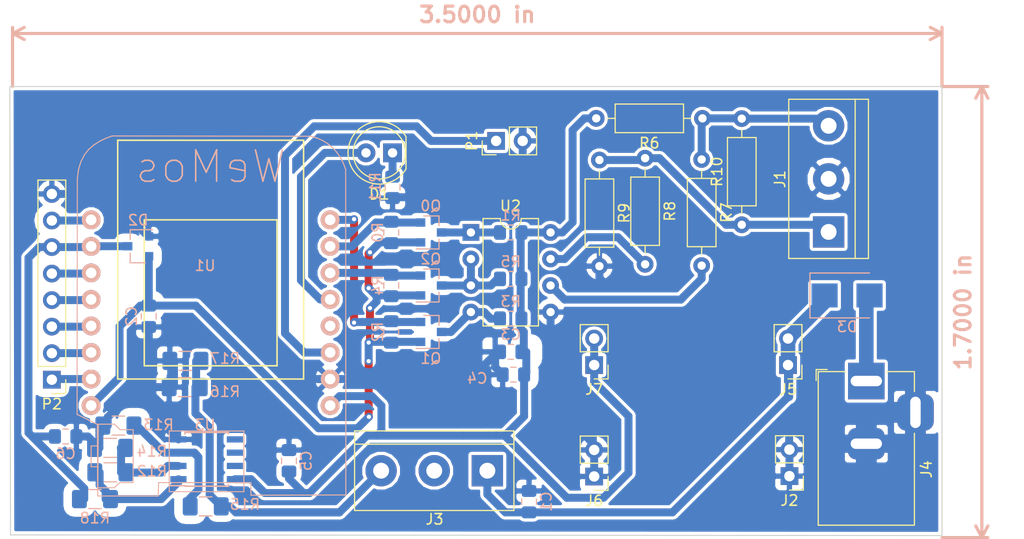
<source format=kicad_pcb>
(kicad_pcb (version 20171130) (host pcbnew 5.0.2)

  (general
    (thickness 1.6)
    (drawings 7)
    (tracks 279)
    (zones 0)
    (modules 43)
    (nets 35)
  )

  (page A4)
  (layers
    (0 F.Cu signal)
    (31 B.Cu signal)
    (32 B.Adhes user)
    (33 F.Adhes user)
    (34 B.Paste user)
    (35 F.Paste user)
    (36 B.SilkS user)
    (37 F.SilkS user)
    (38 B.Mask user)
    (39 F.Mask user)
    (40 Dwgs.User user)
    (41 Cmts.User user)
    (42 Eco1.User user)
    (43 Eco2.User user)
    (44 Edge.Cuts user)
    (45 Margin user)
    (46 B.CrtYd user)
    (47 F.CrtYd user)
    (48 B.Fab user)
    (49 F.Fab user)
  )

  (setup
    (last_trace_width 0.762)
    (trace_clearance 0.3048)
    (zone_clearance 0.3048)
    (zone_45_only yes)
    (trace_min 0.2)
    (segment_width 0.2)
    (edge_width 0.1)
    (via_size 0.6)
    (via_drill 0.4)
    (via_min_size 0.4)
    (via_min_drill 0.3)
    (uvia_size 0.3)
    (uvia_drill 0.1)
    (uvias_allowed no)
    (uvia_min_size 0)
    (uvia_min_drill 0)
    (pcb_text_width 0.3)
    (pcb_text_size 1.5 1.5)
    (mod_edge_width 0.15)
    (mod_text_size 1 1)
    (mod_text_width 0.15)
    (pad_size 3.5 3.5)
    (pad_drill 3)
    (pad_to_mask_clearance 0)
    (solder_mask_min_width 0.25)
    (aux_axis_origin 203.327 87.249)
    (grid_origin 217.297 108.585)
    (visible_elements 7FFFFFFF)
    (pcbplotparams
      (layerselection 0x01000_80000001)
      (usegerberextensions false)
      (usegerberattributes false)
      (usegerberadvancedattributes false)
      (creategerberjobfile false)
      (excludeedgelayer true)
      (linewidth 0.100000)
      (plotframeref false)
      (viasonmask false)
      (mode 1)
      (useauxorigin false)
      (hpglpennumber 1)
      (hpglpenspeed 20)
      (hpglpendiameter 15.000000)
      (psnegative false)
      (psa4output false)
      (plotreference true)
      (plotvalue true)
      (plotinvisibletext false)
      (padsonsilk false)
      (subtractmaskfromsilk false)
      (outputformat 1)
      (mirror false)
      (drillshape 0)
      (scaleselection 1)
      (outputdirectory "fabric/"))
  )

  (net 0 "")
  (net 1 +3V3)
  (net 2 RX)
  (net 3 "Net-(Q0-Pad3)")
  (net 4 +5V)
  (net 5 TX)
  (net 6 "Net-(U1-Pad4)")
  (net 7 "Net-(Q1-Pad3)")
  (net 8 TXEN)
  (net 9 GND)
  (net 10 "Net-(Q2-Pad3)")
  (net 11 "Net-(J1-Pad1)")
  (net 12 "Net-(R7-Pad2)")
  (net 13 "Net-(J1-Pad3)")
  (net 14 "Net-(R8-Pad2)")
  (net 15 TX_DG)
  (net 16 ERR_LED)
  (net 17 "Net-(D1-Pad1)")
  (net 18 "Net-(P2-Pad1)")
  (net 19 "Net-(P2-Pad2)")
  (net 20 "Net-(P2-Pad3)")
  (net 21 "Net-(P2-Pad4)")
  (net 22 "Net-(P2-Pad5)")
  (net 23 "Net-(P2-Pad7)")
  (net 24 A0)
  (net 25 "Net-(U3-Pad5)")
  (net 26 "Net-(R12-Pad2)")
  (net 27 "Net-(U3-Pad6)")
  (net 28 "Net-(R13-Pad2)")
  (net 29 "Net-(U3-Pad7)")
  (net 30 "Net-(J3-Pad3)")
  (net 31 +9V)
  (net 32 "Net-(D3-Pad2)")
  (net 33 "Net-(J3-Pad2)")
  (net 34 "Net-(R12-Pad1)")

  (net_class Default "This is the default net class."
    (clearance 0.3048)
    (trace_width 0.762)
    (via_dia 0.6)
    (via_drill 0.4)
    (uvia_dia 0.3)
    (uvia_drill 0.1)
    (add_net +3V3)
    (add_net +5V)
    (add_net +9V)
    (add_net A0)
    (add_net ERR_LED)
    (add_net GND)
    (add_net "Net-(D1-Pad1)")
    (add_net "Net-(D3-Pad2)")
    (add_net "Net-(J1-Pad1)")
    (add_net "Net-(J1-Pad3)")
    (add_net "Net-(J3-Pad2)")
    (add_net "Net-(J3-Pad3)")
    (add_net "Net-(P2-Pad1)")
    (add_net "Net-(P2-Pad2)")
    (add_net "Net-(P2-Pad3)")
    (add_net "Net-(P2-Pad4)")
    (add_net "Net-(P2-Pad5)")
    (add_net "Net-(P2-Pad7)")
    (add_net "Net-(Q0-Pad3)")
    (add_net "Net-(Q1-Pad3)")
    (add_net "Net-(Q2-Pad3)")
    (add_net "Net-(R12-Pad1)")
    (add_net "Net-(R12-Pad2)")
    (add_net "Net-(R13-Pad2)")
    (add_net "Net-(R7-Pad2)")
    (add_net "Net-(R8-Pad2)")
    (add_net "Net-(U1-Pad4)")
    (add_net "Net-(U3-Pad5)")
    (add_net "Net-(U3-Pad6)")
    (add_net "Net-(U3-Pad7)")
    (add_net RX)
    (add_net TX)
    (add_net TXEN)
    (add_net TX_DG)
  )

  (module wemos_d1_mini:D1_mini_board (layer B.Cu) (tedit 5BBD2551) (tstamp 5BBCD7B2)
    (at 146.7104 102.9335 180)
    (path /5BB7B1E5)
    (fp_text reference U1 (at 0.5334 5.7785 180) (layer B.SilkS)
      (effects (font (size 1 1) (thickness 0.15)) (justify mirror))
    )
    (fp_text value WeMos_mini (at 1.27 19.05 180) (layer B.Fab)
      (effects (font (size 1 1) (thickness 0.15)) (justify mirror))
    )
    (fp_text user WeMos (at 0 15.24 180) (layer B.SilkS)
      (effects (font (size 3 3) (thickness 0.15)) (justify mirror))
    )
    (fp_line (start -6.35 -3.81) (end -6.35 10.16) (layer F.SilkS) (width 0.15))
    (fp_line (start -6.35 10.16) (end 6.35 10.16) (layer F.SilkS) (width 0.15))
    (fp_line (start 6.35 10.16) (end 6.35 -3.81) (layer F.SilkS) (width 0.15))
    (fp_line (start 6.35 -3.81) (end -6.35 -3.81) (layer F.SilkS) (width 0.15))
    (fp_line (start -8.89 -5.08) (end 8.89 -5.08) (layer F.SilkS) (width 0.15))
    (fp_line (start 8.89 -5.08) (end 8.89 17.78) (layer F.SilkS) (width 0.15))
    (fp_line (start 8.89 17.78) (end -8.89 17.78) (layer F.SilkS) (width 0.15))
    (fp_line (start -8.89 17.78) (end -8.89 -5.08) (layer F.SilkS) (width 0.15))
    (fp_line (start 10.817472 -16.277228) (end 5.00618 -16.277228) (layer B.SilkS) (width 0.1))
    (fp_line (start 5.00618 -16.277228) (end 4.979849 -14.993795) (layer B.SilkS) (width 0.1))
    (fp_line (start 4.979849 -14.993795) (end -3.851373 -15.000483) (layer B.SilkS) (width 0.1))
    (fp_line (start -3.851373 -15.000483) (end -3.849397 -16.202736) (layer B.SilkS) (width 0.1))
    (fp_line (start -3.849397 -16.202736) (end -12.930193 -16.176658) (layer B.SilkS) (width 0.1))
    (fp_line (start -12.930193 -16.176658) (end -12.916195 14.993493) (layer B.SilkS) (width 0.1))
    (fp_line (start -12.916195 14.993493) (end -12.683384 15.596286) (layer B.SilkS) (width 0.1))
    (fp_line (start -12.683384 15.596286) (end -12.399901 16.141167) (layer B.SilkS) (width 0.1))
    (fp_line (start -12.399901 16.141167) (end -12.065253 16.627577) (layer B.SilkS) (width 0.1))
    (fp_line (start -12.065253 16.627577) (end -11.678953 17.054952) (layer B.SilkS) (width 0.1))
    (fp_line (start -11.678953 17.054952) (end -11.240512 17.422741) (layer B.SilkS) (width 0.1))
    (fp_line (start -11.240512 17.422741) (end -10.74944 17.730377) (layer B.SilkS) (width 0.1))
    (fp_line (start -10.74944 17.730377) (end -10.20525 17.97731) (layer B.SilkS) (width 0.1))
    (fp_line (start -10.20525 17.97731) (end -9.607453 18.162976) (layer B.SilkS) (width 0.1))
    (fp_line (start -9.607453 18.162976) (end 9.43046 18.191734) (layer B.SilkS) (width 0.1))
    (fp_line (start 9.43046 18.191734) (end 10.049824 17.957741) (layer B.SilkS) (width 0.1))
    (fp_line (start 10.049824 17.957741) (end 10.638018 17.673258) (layer B.SilkS) (width 0.1))
    (fp_line (start 10.638018 17.673258) (end 11.181445 17.323743) (layer B.SilkS) (width 0.1))
    (fp_line (start 11.181445 17.323743) (end 11.666503 16.894658) (layer B.SilkS) (width 0.1))
    (fp_line (start 11.666503 16.894658) (end 12.079595 16.37146) (layer B.SilkS) (width 0.1))
    (fp_line (start 12.079595 16.37146) (end 12.407122 15.739613) (layer B.SilkS) (width 0.1))
    (fp_line (start 12.407122 15.739613) (end 12.635482 14.984575) (layer B.SilkS) (width 0.1))
    (fp_line (start 12.635482 14.984575) (end 12.751078 14.091807) (layer B.SilkS) (width 0.1))
    (fp_line (start 12.751078 14.091807) (end 12.776026 -8.463285) (layer B.SilkS) (width 0.1))
    (fp_line (start 12.776026 -8.463285) (end 10.83248 -9.424181) (layer B.SilkS) (width 0.1))
    (fp_line (start 10.83248 -9.424181) (end 10.802686 -16.232524) (layer B.SilkS) (width 0.1))
    (fp_line (start -3.17965 -10.051451) (end 3.959931 -10.051451) (layer B.SilkS) (width 0.1))
    (fp_line (start 3.959931 -10.051451) (end 3.959931 -15.865188) (layer B.SilkS) (width 0.1))
    (fp_line (start 3.959931 -15.865188) (end -3.17965 -15.865188) (layer B.SilkS) (width 0.1))
    (fp_line (start -3.17965 -15.865188) (end -3.17965 -10.051451) (layer B.SilkS) (width 0.1))
    (fp_line (start 10.7436 -9.402349) (end 9.191378 -9.402349) (layer B.SilkS) (width 0.1))
    (fp_line (start 9.191378 -9.402349) (end 8.662211 -9.931515) (layer B.SilkS) (width 0.1))
    (fp_line (start 8.662211 -9.931515) (end 7.40985 -9.931515) (layer B.SilkS) (width 0.1))
    (fp_line (start 7.40985 -9.931515) (end 7.40985 -14.993876) (layer B.SilkS) (width 0.1))
    (fp_line (start 7.40985 -14.993876) (end 8.697489 -14.993876) (layer B.SilkS) (width 0.1))
    (fp_line (start 8.697489 -14.993876) (end 9.226656 -15.487765) (layer B.SilkS) (width 0.1))
    (fp_line (start 9.226656 -15.487765) (end 10.796517 -15.487765) (layer B.SilkS) (width 0.1))
    (fp_line (start 10.796517 -15.487765) (end 10.7436 -9.402349) (layer B.SilkS) (width 0.1))
    (fp_line (start 10.778878 -11.483738) (end 11.431517 -11.483738) (layer B.SilkS) (width 0.1))
    (fp_line (start 11.431517 -11.483738) (end 11.431517 -13.476932) (layer B.SilkS) (width 0.1))
    (fp_line (start 11.431517 -13.476932) (end 10.814156 -13.476932) (layer B.SilkS) (width 0.1))
    (pad 8 thru_hole circle (at -11.43 10.16 180) (size 1.8 1.8) (drill 1.016) (layers *.Cu *.Mask B.SilkS)
      (net 5 TX))
    (pad 7 thru_hole circle (at -11.43 7.62 180) (size 1.8 1.8) (drill 1.016) (layers *.Cu *.Mask B.SilkS)
      (net 2 RX))
    (pad 6 thru_hole circle (at -11.43 5.08 180) (size 1.8 1.8) (drill 1.016) (layers *.Cu *.Mask B.SilkS)
      (net 8 TXEN))
    (pad 5 thru_hole circle (at -11.43 2.54 180) (size 1.8 1.8) (drill 1.016) (layers *.Cu *.Mask B.SilkS)
      (net 16 ERR_LED))
    (pad 4 thru_hole circle (at -11.43 0 180) (size 1.8 1.8) (drill 1.016) (layers *.Cu *.Mask B.SilkS)
      (net 6 "Net-(U1-Pad4)"))
    (pad 3 thru_hole circle (at -11.43 -2.54 180) (size 1.8 1.8) (drill 1.016) (layers *.Cu *.Mask B.SilkS)
      (net 15 TX_DG))
    (pad 2 thru_hole circle (at -11.43 -5.08 180) (size 1.8 1.8) (drill 1.016) (layers *.Cu *.Mask B.SilkS)
      (net 9 GND))
    (pad 1 thru_hole circle (at -11.43 -7.62 180) (size 1.8 1.8) (drill 1.016) (layers *.Cu *.Mask B.SilkS)
      (net 4 +5V))
    (pad 16 thru_hole circle (at 11.43 -7.62 180) (size 1.8 1.8) (drill 1.016) (layers *.Cu *.Mask B.SilkS)
      (net 1 +3V3))
    (pad 15 thru_hole circle (at 11.43 -5.08 180) (size 1.8 1.8) (drill 1.016) (layers *.Cu *.Mask B.SilkS)
      (net 18 "Net-(P2-Pad1)"))
    (pad 14 thru_hole circle (at 11.43 -2.54 180) (size 1.8 1.8) (drill 1.016) (layers *.Cu *.Mask B.SilkS)
      (net 19 "Net-(P2-Pad2)"))
    (pad 13 thru_hole circle (at 11.43 0 180) (size 1.8 1.8) (drill 1.016) (layers *.Cu *.Mask B.SilkS)
      (net 20 "Net-(P2-Pad3)"))
    (pad 12 thru_hole circle (at 11.43 2.54 180) (size 1.8 1.8) (drill 1.016) (layers *.Cu *.Mask B.SilkS)
      (net 21 "Net-(P2-Pad4)"))
    (pad 11 thru_hole circle (at 11.43 5.08 180) (size 1.8 1.8) (drill 1.016) (layers *.Cu *.Mask B.SilkS)
      (net 22 "Net-(P2-Pad5)"))
    (pad 10 thru_hole circle (at 11.43 7.62 180) (size 1.8 1.8) (drill 1.016) (layers *.Cu *.Mask B.SilkS)
      (net 24 A0))
    (pad 9 thru_hole circle (at 11.43 10.16 180) (size 1.8 1.8) (drill 1.016) (layers *.Cu *.Mask B.SilkS)
      (net 23 "Net-(P2-Pad7)"))
  )

  (module Connector_BarrelJack:BarrelJack_Horizontal (layer F.Cu) (tedit 5CB51215) (tstamp 5C9BB933)
    (at 209.423 108.204 90)
    (descr "DC Barrel Jack")
    (tags "Power Jack")
    (path /5C91AB27)
    (fp_text reference J4 (at -8.45 5.75 90) (layer F.SilkS)
      (effects (font (size 1 1) (thickness 0.15)))
    )
    (fp_text value Barrel_Jack_Switch (at -6.2 -5.5 90) (layer F.Fab)
      (effects (font (size 1 1) (thickness 0.15)))
    )
    (fp_text user %R (at -3 -2.95 90) (layer F.Fab)
      (effects (font (size 1 1) (thickness 0.15)))
    )
    (fp_line (start -0.003213 -4.505425) (end 0.8 -3.75) (layer F.Fab) (width 0.1))
    (fp_line (start 1.1 -3.75) (end 1.1 -4.8) (layer F.SilkS) (width 0.12))
    (fp_line (start 0.05 -4.8) (end 1.1 -4.8) (layer F.SilkS) (width 0.12))
    (fp_line (start 1 -4.5) (end 1 -4.75) (layer F.CrtYd) (width 0.05))
    (fp_line (start 1 -4.75) (end -14 -4.75) (layer F.CrtYd) (width 0.05))
    (fp_line (start 1 -4.5) (end 1 -2) (layer F.CrtYd) (width 0.05))
    (fp_line (start 1 -2) (end 2 -2) (layer F.CrtYd) (width 0.05))
    (fp_line (start 2 -2) (end 2 2) (layer F.CrtYd) (width 0.05))
    (fp_line (start 2 2) (end 1 2) (layer F.CrtYd) (width 0.05))
    (fp_line (start 1 2) (end 1 4.75) (layer F.CrtYd) (width 0.05))
    (fp_line (start 1 4.75) (end -1 4.75) (layer F.CrtYd) (width 0.05))
    (fp_line (start -1 4.75) (end -1 6.75) (layer F.CrtYd) (width 0.05))
    (fp_line (start -1 6.75) (end -5 6.75) (layer F.CrtYd) (width 0.05))
    (fp_line (start -5 6.75) (end -5 4.75) (layer F.CrtYd) (width 0.05))
    (fp_line (start -5 4.75) (end -14 4.75) (layer F.CrtYd) (width 0.05))
    (fp_line (start -14 4.75) (end -14 -4.75) (layer F.CrtYd) (width 0.05))
    (fp_line (start -5 4.6) (end -13.8 4.6) (layer F.SilkS) (width 0.12))
    (fp_line (start -13.8 4.6) (end -13.8 -4.6) (layer F.SilkS) (width 0.12))
    (fp_line (start 0.9 1.9) (end 0.9 4.6) (layer F.SilkS) (width 0.12))
    (fp_line (start 0.9 4.6) (end -1 4.6) (layer F.SilkS) (width 0.12))
    (fp_line (start -13.8 -4.6) (end 0.9 -4.6) (layer F.SilkS) (width 0.12))
    (fp_line (start 0.9 -4.6) (end 0.9 -2) (layer F.SilkS) (width 0.12))
    (fp_line (start -10.2 -4.5) (end -10.2 4.5) (layer F.Fab) (width 0.1))
    (fp_line (start -13.7 -4.5) (end -13.7 4.5) (layer F.Fab) (width 0.1))
    (fp_line (start -13.7 4.5) (end 0.8 4.5) (layer F.Fab) (width 0.1))
    (fp_line (start 0.8 4.5) (end 0.8 -3.75) (layer F.Fab) (width 0.1))
    (fp_line (start 0 -4.5) (end -13.7 -4.5) (layer F.Fab) (width 0.1))
    (pad 1 thru_hole rect (at 0 0 90) (size 3.5 3.5) (drill oval 1 3) (layers *.Cu *.Mask)
      (net 32 "Net-(D3-Pad2)"))
    (pad 2 thru_hole roundrect (at -6 0 90) (size 3 3.5) (drill oval 1 3) (layers *.Cu *.Mask) (roundrect_rratio 0.25)
      (net 9 GND) (zone_connect 1) (thermal_width 2) (thermal_gap 0.3))
    (pad 3 thru_hole roundrect (at -3 4.7 90) (size 3.5 3.5) (drill oval 3 1) (layers *.Cu *.Mask) (roundrect_rratio 0.25)
      (net 9 GND) (zone_connect 1) (thermal_width 2) (thermal_gap 0.3))
    (model ${KISYS3DMOD}/Connector_BarrelJack.3dshapes/BarrelJack_Horizontal.wrl
      (at (xyz 0 0 0))
      (scale (xyz 1 1 1))
      (rotate (xyz 0 0 0))
    )
  )

  (module Package_TO_SOT_SMD:SOT-23 (layer B.Cu) (tedit 5A02FF57) (tstamp 5C9BB83E)
    (at 139.7762 95.3008 180)
    (descr "SOT-23, Standard")
    (tags SOT-23)
    (path /5C913D96)
    (clearance 0.8)
    (attr smd)
    (fp_text reference D2 (at 0 2.5 180) (layer B.SilkS)
      (effects (font (size 1 1) (thickness 0.15)) (justify mirror))
    )
    (fp_text value BAT54S (at 0 5.08 180) (layer B.Fab)
      (effects (font (size 1 1) (thickness 0.15)) (justify mirror))
    )
    (fp_text user %R (at 0.127 0.3048 90) (layer B.Fab)
      (effects (font (size 0.5 0.5) (thickness 0.075)) (justify mirror))
    )
    (fp_line (start -0.7 0.95) (end -0.7 -1.5) (layer B.Fab) (width 0.1))
    (fp_line (start -0.15 1.52) (end 0.7 1.52) (layer B.Fab) (width 0.1))
    (fp_line (start -0.7 0.95) (end -0.15 1.52) (layer B.Fab) (width 0.1))
    (fp_line (start 0.7 1.52) (end 0.7 -1.52) (layer B.Fab) (width 0.1))
    (fp_line (start -0.7 -1.52) (end 0.7 -1.52) (layer B.Fab) (width 0.1))
    (fp_line (start 0.76 -1.58) (end 0.76 -0.65) (layer B.SilkS) (width 0.12))
    (fp_line (start 0.76 1.58) (end 0.76 0.65) (layer B.SilkS) (width 0.12))
    (fp_line (start -1.7 1.75) (end 1.7 1.75) (layer B.CrtYd) (width 0.05))
    (fp_line (start 1.7 1.75) (end 1.7 -1.75) (layer B.CrtYd) (width 0.05))
    (fp_line (start 1.7 -1.75) (end -1.7 -1.75) (layer B.CrtYd) (width 0.05))
    (fp_line (start -1.7 -1.75) (end -1.7 1.75) (layer B.CrtYd) (width 0.05))
    (fp_line (start 0.76 1.58) (end -1.4 1.58) (layer B.SilkS) (width 0.12))
    (fp_line (start 0.76 -1.58) (end -0.7 -1.58) (layer B.SilkS) (width 0.12))
    (pad 1 smd rect (at -1 0.95 180) (size 0.9 0.8) (layers B.Cu B.Paste B.Mask)
      (net 9 GND))
    (pad 2 smd rect (at -1 -0.95 180) (size 0.9 0.8) (layers B.Cu B.Paste B.Mask)
      (net 1 +3V3))
    (pad 3 smd rect (at 1 0 180) (size 0.9 0.8) (layers B.Cu B.Paste B.Mask)
      (net 24 A0))
    (model ${KISYS3DMOD}/Package_TO_SOT_SMD.3dshapes/SOT-23.wrl
      (at (xyz 0 0 0))
      (scale (xyz 1 1 1))
      (rotate (xyz 0 0 0))
    )
  )

  (module Capacitor_SMD:C_0805_2012Metric_Pad1.15x1.40mm_HandSolder (layer B.Cu) (tedit 5B36C52B) (tstamp 5C9729DD)
    (at 154.2034 115.8404 90)
    (descr "Capacitor SMD 0805 (2012 Metric), square (rectangular) end terminal, IPC_7351 nominal with elongated pad for handsoldering. (Body size source: https://docs.google.com/spreadsheets/d/1BsfQQcO9C6DZCsRaXUlFlo91Tg2WpOkGARC1WS5S8t0/edit?usp=sharing), generated with kicad-footprint-generator")
    (tags "capacitor handsolder")
    (path /5C89C3C9)
    (clearance 0.5)
    (attr smd)
    (fp_text reference C5 (at 0 1.65 90) (layer B.SilkS)
      (effects (font (size 1 1) (thickness 0.15)) (justify mirror))
    )
    (fp_text value 100n (at 0 -1.65 90) (layer B.Fab)
      (effects (font (size 1 1) (thickness 0.15)) (justify mirror))
    )
    (fp_line (start -1 -0.6) (end -1 0.6) (layer B.Fab) (width 0.1))
    (fp_line (start -1 0.6) (end 1 0.6) (layer B.Fab) (width 0.1))
    (fp_line (start 1 0.6) (end 1 -0.6) (layer B.Fab) (width 0.1))
    (fp_line (start 1 -0.6) (end -1 -0.6) (layer B.Fab) (width 0.1))
    (fp_line (start -0.261252 0.71) (end 0.261252 0.71) (layer B.SilkS) (width 0.12))
    (fp_line (start -0.261252 -0.71) (end 0.261252 -0.71) (layer B.SilkS) (width 0.12))
    (fp_line (start -1.85 -0.95) (end -1.85 0.95) (layer B.CrtYd) (width 0.05))
    (fp_line (start -1.85 0.95) (end 1.85 0.95) (layer B.CrtYd) (width 0.05))
    (fp_line (start 1.85 0.95) (end 1.85 -0.95) (layer B.CrtYd) (width 0.05))
    (fp_line (start 1.85 -0.95) (end -1.85 -0.95) (layer B.CrtYd) (width 0.05))
    (fp_text user %R (at 0 0 90) (layer B.Fab)
      (effects (font (size 0.5 0.5) (thickness 0.08)) (justify mirror))
    )
    (pad 1 smd roundrect (at -1.025 0 90) (size 1.15 1.4) (layers B.Cu B.Paste B.Mask) (roundrect_rratio 0.217391)
      (net 4 +5V))
    (pad 2 smd roundrect (at 1.025 0 90) (size 1.15 1.4) (layers B.Cu B.Paste B.Mask) (roundrect_rratio 0.217391)
      (net 9 GND))
    (model ${KISYS3DMOD}/Capacitor_SMD.3dshapes/C_0805_2012Metric.wrl
      (at (xyz 0 0 0))
      (scale (xyz 1 1 1))
      (rotate (xyz 0 0 0))
    )
  )

  (module Capacitor_SMD:C_0805_2012Metric_Pad1.15x1.40mm_HandSolder (layer B.Cu) (tedit 5B36C52B) (tstamp 5CBF5660)
    (at 177.165 119.752 90)
    (descr "Capacitor SMD 0805 (2012 Metric), square (rectangular) end terminal, IPC_7351 nominal with elongated pad for handsoldering. (Body size source: https://docs.google.com/spreadsheets/d/1BsfQQcO9C6DZCsRaXUlFlo91Tg2WpOkGARC1WS5S8t0/edit?usp=sharing), generated with kicad-footprint-generator")
    (tags "capacitor handsolder")
    (path /5BBCDB49)
    (attr smd)
    (fp_text reference C1 (at 0 1.65 90) (layer B.SilkS)
      (effects (font (size 1 1) (thickness 0.15)) (justify mirror))
    )
    (fp_text value 100n (at 0 -1.65 90) (layer B.Fab)
      (effects (font (size 1 1) (thickness 0.15)) (justify mirror))
    )
    (fp_line (start -1 -0.6) (end -1 0.6) (layer B.Fab) (width 0.1))
    (fp_line (start -1 0.6) (end 1 0.6) (layer B.Fab) (width 0.1))
    (fp_line (start 1 0.6) (end 1 -0.6) (layer B.Fab) (width 0.1))
    (fp_line (start 1 -0.6) (end -1 -0.6) (layer B.Fab) (width 0.1))
    (fp_line (start -0.261252 0.71) (end 0.261252 0.71) (layer B.SilkS) (width 0.12))
    (fp_line (start -0.261252 -0.71) (end 0.261252 -0.71) (layer B.SilkS) (width 0.12))
    (fp_line (start -1.85 -0.95) (end -1.85 0.95) (layer B.CrtYd) (width 0.05))
    (fp_line (start -1.85 0.95) (end 1.85 0.95) (layer B.CrtYd) (width 0.05))
    (fp_line (start 1.85 0.95) (end 1.85 -0.95) (layer B.CrtYd) (width 0.05))
    (fp_line (start 1.85 -0.95) (end -1.85 -0.95) (layer B.CrtYd) (width 0.05))
    (fp_text user %R (at 0 0 90) (layer B.Fab)
      (effects (font (size 0.5 0.5) (thickness 0.08)) (justify mirror))
    )
    (pad 1 smd roundrect (at -1.025 0 90) (size 1.15 1.4) (layers B.Cu B.Paste B.Mask) (roundrect_rratio 0.217391)
      (net 31 +9V))
    (pad 2 smd roundrect (at 1.025 0 90) (size 1.15 1.4) (layers B.Cu B.Paste B.Mask) (roundrect_rratio 0.217391)
      (net 9 GND))
    (model ${KISYS3DMOD}/Capacitor_SMD.3dshapes/C_0805_2012Metric.wrl
      (at (xyz 0 0 0))
      (scale (xyz 1 1 1))
      (rotate (xyz 0 0 0))
    )
  )

  (module Capacitor_SMD:C_0805_2012Metric_Pad1.15x1.40mm_HandSolder (layer B.Cu) (tedit 5B36C52B) (tstamp 5C99337D)
    (at 140.7922 102.0064 270)
    (descr "Capacitor SMD 0805 (2012 Metric), square (rectangular) end terminal, IPC_7351 nominal with elongated pad for handsoldering. (Body size source: https://docs.google.com/spreadsheets/d/1BsfQQcO9C6DZCsRaXUlFlo91Tg2WpOkGARC1WS5S8t0/edit?usp=sharing), generated with kicad-footprint-generator")
    (tags "capacitor handsolder")
    (path /5BBCE70C)
    (clearance 0.8)
    (attr smd)
    (fp_text reference C2 (at 0 1.65 270) (layer B.SilkS)
      (effects (font (size 1 1) (thickness 0.15)) (justify mirror))
    )
    (fp_text value 100n (at 0 -1.65 270) (layer B.Fab)
      (effects (font (size 1 1) (thickness 0.15)) (justify mirror))
    )
    (fp_text user %R (at -0.1524 0.0508 270) (layer B.Fab)
      (effects (font (size 0.5 0.5) (thickness 0.08)) (justify mirror))
    )
    (fp_line (start 1.85 -0.95) (end -1.85 -0.95) (layer B.CrtYd) (width 0.05))
    (fp_line (start 1.85 0.95) (end 1.85 -0.95) (layer B.CrtYd) (width 0.05))
    (fp_line (start -1.85 0.95) (end 1.85 0.95) (layer B.CrtYd) (width 0.05))
    (fp_line (start -1.85 -0.95) (end -1.85 0.95) (layer B.CrtYd) (width 0.05))
    (fp_line (start -0.261252 -0.71) (end 0.261252 -0.71) (layer B.SilkS) (width 0.12))
    (fp_line (start -0.261252 0.71) (end 0.261252 0.71) (layer B.SilkS) (width 0.12))
    (fp_line (start 1 -0.6) (end -1 -0.6) (layer B.Fab) (width 0.1))
    (fp_line (start 1 0.6) (end 1 -0.6) (layer B.Fab) (width 0.1))
    (fp_line (start -1 0.6) (end 1 0.6) (layer B.Fab) (width 0.1))
    (fp_line (start -1 -0.6) (end -1 0.6) (layer B.Fab) (width 0.1))
    (pad 2 smd roundrect (at 1.025 0 270) (size 1.15 1.4) (layers B.Cu B.Paste B.Mask) (roundrect_rratio 0.217391)
      (net 9 GND))
    (pad 1 smd roundrect (at -1.025 0 270) (size 1.15 1.4) (layers B.Cu B.Paste B.Mask) (roundrect_rratio 0.217391)
      (net 1 +3V3))
    (model ${KISYS3DMOD}/Capacitor_SMD.3dshapes/C_0805_2012Metric.wrl
      (at (xyz 0 0 0))
      (scale (xyz 1 1 1))
      (rotate (xyz 0 0 0))
    )
  )

  (module Capacitor_SMD:C_0805_2012Metric_Pad1.15x1.40mm_HandSolder (layer B.Cu) (tedit 5B36C52B) (tstamp 5C99339D)
    (at 175.6664 107.5944 180)
    (descr "Capacitor SMD 0805 (2012 Metric), square (rectangular) end terminal, IPC_7351 nominal with elongated pad for handsoldering. (Body size source: https://docs.google.com/spreadsheets/d/1BsfQQcO9C6DZCsRaXUlFlo91Tg2WpOkGARC1WS5S8t0/edit?usp=sharing), generated with kicad-footprint-generator")
    (tags "capacitor handsolder")
    (path /5BBCE2FE)
    (clearance 0.8)
    (attr smd)
    (fp_text reference C4 (at 3.4544 -0.3556 180) (layer B.SilkS)
      (effects (font (size 1 1) (thickness 0.15)) (justify mirror))
    )
    (fp_text value 100n (at 0 -1.65 180) (layer B.Fab)
      (effects (font (size 1 1) (thickness 0.15)) (justify mirror))
    )
    (fp_line (start -1 -0.6) (end -1 0.6) (layer B.Fab) (width 0.1))
    (fp_line (start -1 0.6) (end 1 0.6) (layer B.Fab) (width 0.1))
    (fp_line (start 1 0.6) (end 1 -0.6) (layer B.Fab) (width 0.1))
    (fp_line (start 1 -0.6) (end -1 -0.6) (layer B.Fab) (width 0.1))
    (fp_line (start -0.261252 0.71) (end 0.261252 0.71) (layer B.SilkS) (width 0.12))
    (fp_line (start -0.261252 -0.71) (end 0.261252 -0.71) (layer B.SilkS) (width 0.12))
    (fp_line (start -1.85 -0.95) (end -1.85 0.95) (layer B.CrtYd) (width 0.05))
    (fp_line (start -1.85 0.95) (end 1.85 0.95) (layer B.CrtYd) (width 0.05))
    (fp_line (start 1.85 0.95) (end 1.85 -0.95) (layer B.CrtYd) (width 0.05))
    (fp_line (start 1.85 -0.95) (end -1.85 -0.95) (layer B.CrtYd) (width 0.05))
    (fp_text user %R (at 0 0 180) (layer B.Fab)
      (effects (font (size 0.5 0.5) (thickness 0.08)) (justify mirror))
    )
    (pad 1 smd roundrect (at -1.025 0 180) (size 1.15 1.4) (layers B.Cu B.Paste B.Mask) (roundrect_rratio 0.217391)
      (net 4 +5V))
    (pad 2 smd roundrect (at 1.025 0 180) (size 1.15 1.4) (layers B.Cu B.Paste B.Mask) (roundrect_rratio 0.217391)
      (net 9 GND))
    (model ${KISYS3DMOD}/Capacitor_SMD.3dshapes/C_0805_2012Metric.wrl
      (at (xyz 0 0 0))
      (scale (xyz 1 1 1))
      (rotate (xyz 0 0 0))
    )
  )

  (module LED_THT:LED_D5.0mm (layer F.Cu) (tedit 5995936A) (tstamp 5C9933AD)
    (at 164.1094 86.36 180)
    (descr "LED, diameter 5.0mm, 2 pins, http://cdn-reichelt.de/documents/datenblatt/A500/LL-504BC2E-009.pdf")
    (tags "LED diameter 5.0mm 2 pins")
    (path /5BBD3CE6)
    (fp_text reference D1 (at 1.27 -3.96 180) (layer F.SilkS)
      (effects (font (size 1 1) (thickness 0.15)))
    )
    (fp_text value LED (at 1.27 3.96 180) (layer F.Fab)
      (effects (font (size 1 1) (thickness 0.15)))
    )
    (fp_arc (start 1.27 0) (end -1.23 -1.469694) (angle 299.1) (layer F.Fab) (width 0.1))
    (fp_arc (start 1.27 0) (end -1.29 -1.54483) (angle 148.9) (layer F.SilkS) (width 0.12))
    (fp_arc (start 1.27 0) (end -1.29 1.54483) (angle -148.9) (layer F.SilkS) (width 0.12))
    (fp_circle (center 1.27 0) (end 3.77 0) (layer F.Fab) (width 0.1))
    (fp_circle (center 1.27 0) (end 3.77 0) (layer F.SilkS) (width 0.12))
    (fp_line (start -1.23 -1.469694) (end -1.23 1.469694) (layer F.Fab) (width 0.1))
    (fp_line (start -1.29 -1.545) (end -1.29 1.545) (layer F.SilkS) (width 0.12))
    (fp_line (start -1.95 -3.25) (end -1.95 3.25) (layer F.CrtYd) (width 0.05))
    (fp_line (start -1.95 3.25) (end 4.5 3.25) (layer F.CrtYd) (width 0.05))
    (fp_line (start 4.5 3.25) (end 4.5 -3.25) (layer F.CrtYd) (width 0.05))
    (fp_line (start 4.5 -3.25) (end -1.95 -3.25) (layer F.CrtYd) (width 0.05))
    (fp_text user %R (at 1.25 0 180) (layer F.Fab)
      (effects (font (size 0.8 0.8) (thickness 0.2)))
    )
    (pad 1 thru_hole rect (at 0 0 180) (size 1.8 1.8) (drill 0.9) (layers *.Cu *.Mask)
      (net 17 "Net-(D1-Pad1)"))
    (pad 2 thru_hole circle (at 2.54 0 180) (size 1.8 1.8) (drill 0.9) (layers *.Cu *.Mask)
      (net 16 ERR_LED))
    (model ${KISYS3DMOD}/LED_THT.3dshapes/LED_D5.0mm.wrl
      (at (xyz 0 0 0))
      (scale (xyz 1 1 1))
      (rotate (xyz 0 0 0))
    )
  )

  (module Package_TO_SOT_SMD:SOT-23 (layer B.Cu) (tedit 5A02FF57) (tstamp 5C9933BE)
    (at 167.7924 93.98)
    (descr "SOT-23, Standard")
    (tags SOT-23)
    (path /5BB7B373)
    (clearance 0.5)
    (attr smd)
    (fp_text reference Q0 (at -0.0254 -2.54) (layer B.SilkS)
      (effects (font (size 1 1) (thickness 0.15)) (justify mirror))
    )
    (fp_text value 2n7002 (at 0 -2.5) (layer B.Fab)
      (effects (font (size 1 1) (thickness 0.15)) (justify mirror))
    )
    (fp_text user %R (at 0 0 -90) (layer B.Fab)
      (effects (font (size 0.5 0.5) (thickness 0.075)) (justify mirror))
    )
    (fp_line (start -0.7 0.95) (end -0.7 -1.5) (layer B.Fab) (width 0.1))
    (fp_line (start -0.15 1.52) (end 0.7 1.52) (layer B.Fab) (width 0.1))
    (fp_line (start -0.7 0.95) (end -0.15 1.52) (layer B.Fab) (width 0.1))
    (fp_line (start 0.7 1.52) (end 0.7 -1.52) (layer B.Fab) (width 0.1))
    (fp_line (start -0.7 -1.52) (end 0.7 -1.52) (layer B.Fab) (width 0.1))
    (fp_line (start 0.76 -1.58) (end 0.76 -0.65) (layer B.SilkS) (width 0.12))
    (fp_line (start 0.76 1.58) (end 0.76 0.65) (layer B.SilkS) (width 0.12))
    (fp_line (start -1.7 1.75) (end 1.7 1.75) (layer B.CrtYd) (width 0.05))
    (fp_line (start 1.7 1.75) (end 1.7 -1.75) (layer B.CrtYd) (width 0.05))
    (fp_line (start 1.7 -1.75) (end -1.7 -1.75) (layer B.CrtYd) (width 0.05))
    (fp_line (start -1.7 -1.75) (end -1.7 1.75) (layer B.CrtYd) (width 0.05))
    (fp_line (start 0.76 1.58) (end -1.4 1.58) (layer B.SilkS) (width 0.12))
    (fp_line (start 0.76 -1.58) (end -0.7 -1.58) (layer B.SilkS) (width 0.12))
    (pad 1 smd rect (at -1 0.95) (size 0.9 0.8) (layers B.Cu B.Paste B.Mask)
      (net 1 +3V3))
    (pad 2 smd rect (at -1 -0.95) (size 0.9 0.8) (layers B.Cu B.Paste B.Mask)
      (net 2 RX))
    (pad 3 smd rect (at 1 0) (size 0.9 0.8) (layers B.Cu B.Paste B.Mask)
      (net 3 "Net-(Q0-Pad3)"))
    (model ${KISYS3DMOD}/Package_TO_SOT_SMD.3dshapes/SOT-23.wrl
      (at (xyz 0 0 0))
      (scale (xyz 1 1 1))
      (rotate (xyz 0 0 0))
    )
  )

  (module Package_TO_SOT_SMD:SOT-23 (layer B.Cu) (tedit 5A02FF57) (tstamp 5C9933D2)
    (at 167.7924 103.505)
    (descr "SOT-23, Standard")
    (tags SOT-23)
    (path /5BBBA923)
    (clearance 0.5)
    (attr smd)
    (fp_text reference Q1 (at -0.0254 2.54) (layer B.SilkS)
      (effects (font (size 1 1) (thickness 0.15)) (justify mirror))
    )
    (fp_text value 2n7002 (at 0 -2.5) (layer B.Fab)
      (effects (font (size 1 1) (thickness 0.15)) (justify mirror))
    )
    (fp_line (start 0.76 -1.58) (end -0.7 -1.58) (layer B.SilkS) (width 0.12))
    (fp_line (start 0.76 1.58) (end -1.4 1.58) (layer B.SilkS) (width 0.12))
    (fp_line (start -1.7 -1.75) (end -1.7 1.75) (layer B.CrtYd) (width 0.05))
    (fp_line (start 1.7 -1.75) (end -1.7 -1.75) (layer B.CrtYd) (width 0.05))
    (fp_line (start 1.7 1.75) (end 1.7 -1.75) (layer B.CrtYd) (width 0.05))
    (fp_line (start -1.7 1.75) (end 1.7 1.75) (layer B.CrtYd) (width 0.05))
    (fp_line (start 0.76 1.58) (end 0.76 0.65) (layer B.SilkS) (width 0.12))
    (fp_line (start 0.76 -1.58) (end 0.76 -0.65) (layer B.SilkS) (width 0.12))
    (fp_line (start -0.7 -1.52) (end 0.7 -1.52) (layer B.Fab) (width 0.1))
    (fp_line (start 0.7 1.52) (end 0.7 -1.52) (layer B.Fab) (width 0.1))
    (fp_line (start -0.7 0.95) (end -0.15 1.52) (layer B.Fab) (width 0.1))
    (fp_line (start -0.15 1.52) (end 0.7 1.52) (layer B.Fab) (width 0.1))
    (fp_line (start -0.7 0.95) (end -0.7 -1.5) (layer B.Fab) (width 0.1))
    (fp_text user %R (at 0 0 -90) (layer B.Fab)
      (effects (font (size 0.5 0.5) (thickness 0.075)) (justify mirror))
    )
    (pad 3 smd rect (at 1 0) (size 0.9 0.8) (layers B.Cu B.Paste B.Mask)
      (net 7 "Net-(Q1-Pad3)"))
    (pad 2 smd rect (at -1 -0.95) (size 0.9 0.8) (layers B.Cu B.Paste B.Mask)
      (net 5 TX))
    (pad 1 smd rect (at -1 0.95) (size 0.9 0.8) (layers B.Cu B.Paste B.Mask)
      (net 1 +3V3))
    (model ${KISYS3DMOD}/Package_TO_SOT_SMD.3dshapes/SOT-23.wrl
      (at (xyz 0 0 0))
      (scale (xyz 1 1 1))
      (rotate (xyz 0 0 0))
    )
  )

  (module Package_TO_SOT_SMD:SOT-23 (layer B.Cu) (tedit 5A02FF57) (tstamp 5C9933E6)
    (at 167.7924 99.06)
    (descr "SOT-23, Standard")
    (tags SOT-23)
    (path /5BBBB2AF)
    (clearance 0.5)
    (attr smd)
    (fp_text reference Q2 (at -0.0254 -2.54) (layer B.SilkS)
      (effects (font (size 1 1) (thickness 0.15)) (justify mirror))
    )
    (fp_text value 2n7002 (at 0 -2.5) (layer B.Fab)
      (effects (font (size 1 1) (thickness 0.15)) (justify mirror))
    )
    (fp_text user %R (at 0 0 -90) (layer B.Fab)
      (effects (font (size 0.5 0.5) (thickness 0.075)) (justify mirror))
    )
    (fp_line (start -0.7 0.95) (end -0.7 -1.5) (layer B.Fab) (width 0.1))
    (fp_line (start -0.15 1.52) (end 0.7 1.52) (layer B.Fab) (width 0.1))
    (fp_line (start -0.7 0.95) (end -0.15 1.52) (layer B.Fab) (width 0.1))
    (fp_line (start 0.7 1.52) (end 0.7 -1.52) (layer B.Fab) (width 0.1))
    (fp_line (start -0.7 -1.52) (end 0.7 -1.52) (layer B.Fab) (width 0.1))
    (fp_line (start 0.76 -1.58) (end 0.76 -0.65) (layer B.SilkS) (width 0.12))
    (fp_line (start 0.76 1.58) (end 0.76 0.65) (layer B.SilkS) (width 0.12))
    (fp_line (start -1.7 1.75) (end 1.7 1.75) (layer B.CrtYd) (width 0.05))
    (fp_line (start 1.7 1.75) (end 1.7 -1.75) (layer B.CrtYd) (width 0.05))
    (fp_line (start 1.7 -1.75) (end -1.7 -1.75) (layer B.CrtYd) (width 0.05))
    (fp_line (start -1.7 -1.75) (end -1.7 1.75) (layer B.CrtYd) (width 0.05))
    (fp_line (start 0.76 1.58) (end -1.4 1.58) (layer B.SilkS) (width 0.12))
    (fp_line (start 0.76 -1.58) (end -0.7 -1.58) (layer B.SilkS) (width 0.12))
    (pad 1 smd rect (at -1 0.95) (size 0.9 0.8) (layers B.Cu B.Paste B.Mask)
      (net 1 +3V3))
    (pad 2 smd rect (at -1 -0.95) (size 0.9 0.8) (layers B.Cu B.Paste B.Mask)
      (net 8 TXEN))
    (pad 3 smd rect (at 1 0) (size 0.9 0.8) (layers B.Cu B.Paste B.Mask)
      (net 10 "Net-(Q2-Pad3)"))
    (model ${KISYS3DMOD}/Package_TO_SOT_SMD.3dshapes/SOT-23.wrl
      (at (xyz 0 0 0))
      (scale (xyz 1 1 1))
      (rotate (xyz 0 0 0))
    )
  )

  (module Resistor_SMD:R_0805_2012Metric_Pad1.15x1.40mm_HandSolder (layer B.Cu) (tedit 5B36C52B) (tstamp 5C9933FA)
    (at 163.9824 93.98 90)
    (descr "Resistor SMD 0805 (2012 Metric), square (rectangular) end terminal, IPC_7351 nominal with elongated pad for handsoldering. (Body size source: https://docs.google.com/spreadsheets/d/1BsfQQcO9C6DZCsRaXUlFlo91Tg2WpOkGARC1WS5S8t0/edit?usp=sharing), generated with kicad-footprint-generator")
    (tags "resistor handsolder")
    (path /5BB7B407)
    (attr smd)
    (fp_text reference R0 (at 0 -1.2954 90) (layer B.SilkS)
      (effects (font (size 1 1) (thickness 0.15)) (justify mirror))
    )
    (fp_text value 2k2 (at 0 -1.65 90) (layer B.Fab)
      (effects (font (size 1 1) (thickness 0.15)) (justify mirror))
    )
    (fp_line (start -1 -0.6) (end -1 0.6) (layer B.Fab) (width 0.1))
    (fp_line (start -1 0.6) (end 1 0.6) (layer B.Fab) (width 0.1))
    (fp_line (start 1 0.6) (end 1 -0.6) (layer B.Fab) (width 0.1))
    (fp_line (start 1 -0.6) (end -1 -0.6) (layer B.Fab) (width 0.1))
    (fp_line (start -0.261252 0.71) (end 0.261252 0.71) (layer B.SilkS) (width 0.12))
    (fp_line (start -0.261252 -0.71) (end 0.261252 -0.71) (layer B.SilkS) (width 0.12))
    (fp_line (start -1.85 -0.95) (end -1.85 0.95) (layer B.CrtYd) (width 0.05))
    (fp_line (start -1.85 0.95) (end 1.85 0.95) (layer B.CrtYd) (width 0.05))
    (fp_line (start 1.85 0.95) (end 1.85 -0.95) (layer B.CrtYd) (width 0.05))
    (fp_line (start 1.85 -0.95) (end -1.85 -0.95) (layer B.CrtYd) (width 0.05))
    (fp_text user %R (at 0 0 90) (layer B.Fab)
      (effects (font (size 0.5 0.5) (thickness 0.08)) (justify mirror))
    )
    (pad 1 smd roundrect (at -1.025 0 90) (size 1.15 1.4) (layers B.Cu B.Paste B.Mask) (roundrect_rratio 0.217391)
      (net 1 +3V3))
    (pad 2 smd roundrect (at 1.025 0 90) (size 1.15 1.4) (layers B.Cu B.Paste B.Mask) (roundrect_rratio 0.217391)
      (net 2 RX))
    (model ${KISYS3DMOD}/Resistor_SMD.3dshapes/R_0805_2012Metric.wrl
      (at (xyz 0 0 0))
      (scale (xyz 1 1 1))
      (rotate (xyz 0 0 0))
    )
  )

  (module Resistor_SMD:R_0805_2012Metric_Pad1.15x1.40mm_HandSolder (layer B.Cu) (tedit 5B36C52B) (tstamp 5C99340A)
    (at 175.4124 93.98 180)
    (descr "Resistor SMD 0805 (2012 Metric), square (rectangular) end terminal, IPC_7351 nominal with elongated pad for handsoldering. (Body size source: https://docs.google.com/spreadsheets/d/1BsfQQcO9C6DZCsRaXUlFlo91Tg2WpOkGARC1WS5S8t0/edit?usp=sharing), generated with kicad-footprint-generator")
    (tags "resistor handsolder")
    (path /5BB7B54C)
    (attr smd)
    (fp_text reference R1 (at 0 1.65 180) (layer B.SilkS)
      (effects (font (size 1 1) (thickness 0.15)) (justify mirror))
    )
    (fp_text value 2k2 (at 0 -1.65 180) (layer B.Fab)
      (effects (font (size 1 1) (thickness 0.15)) (justify mirror))
    )
    (fp_text user %R (at 0 0 180) (layer B.Fab)
      (effects (font (size 0.5 0.5) (thickness 0.08)) (justify mirror))
    )
    (fp_line (start 1.85 -0.95) (end -1.85 -0.95) (layer B.CrtYd) (width 0.05))
    (fp_line (start 1.85 0.95) (end 1.85 -0.95) (layer B.CrtYd) (width 0.05))
    (fp_line (start -1.85 0.95) (end 1.85 0.95) (layer B.CrtYd) (width 0.05))
    (fp_line (start -1.85 -0.95) (end -1.85 0.95) (layer B.CrtYd) (width 0.05))
    (fp_line (start -0.261252 -0.71) (end 0.261252 -0.71) (layer B.SilkS) (width 0.12))
    (fp_line (start -0.261252 0.71) (end 0.261252 0.71) (layer B.SilkS) (width 0.12))
    (fp_line (start 1 -0.6) (end -1 -0.6) (layer B.Fab) (width 0.1))
    (fp_line (start 1 0.6) (end 1 -0.6) (layer B.Fab) (width 0.1))
    (fp_line (start -1 0.6) (end 1 0.6) (layer B.Fab) (width 0.1))
    (fp_line (start -1 -0.6) (end -1 0.6) (layer B.Fab) (width 0.1))
    (pad 2 smd roundrect (at 1.025 0 180) (size 1.15 1.4) (layers B.Cu B.Paste B.Mask) (roundrect_rratio 0.217391)
      (net 3 "Net-(Q0-Pad3)"))
    (pad 1 smd roundrect (at -1.025 0 180) (size 1.15 1.4) (layers B.Cu B.Paste B.Mask) (roundrect_rratio 0.217391)
      (net 4 +5V))
    (model ${KISYS3DMOD}/Resistor_SMD.3dshapes/R_0805_2012Metric.wrl
      (at (xyz 0 0 0))
      (scale (xyz 1 1 1))
      (rotate (xyz 0 0 0))
    )
  )

  (module Resistor_SMD:R_0805_2012Metric_Pad1.15x1.40mm_HandSolder (layer B.Cu) (tedit 5B36C52B) (tstamp 5C99341A)
    (at 163.9824 103.505 90)
    (descr "Resistor SMD 0805 (2012 Metric), square (rectangular) end terminal, IPC_7351 nominal with elongated pad for handsoldering. (Body size source: https://docs.google.com/spreadsheets/d/1BsfQQcO9C6DZCsRaXUlFlo91Tg2WpOkGARC1WS5S8t0/edit?usp=sharing), generated with kicad-footprint-generator")
    (tags "resistor handsolder")
    (path /5BBBA9BE)
    (attr smd)
    (fp_text reference R2 (at 0 -1.2954 90) (layer B.SilkS)
      (effects (font (size 1 1) (thickness 0.15)) (justify mirror))
    )
    (fp_text value 2k2 (at 0 -1.65 90) (layer B.Fab)
      (effects (font (size 1 1) (thickness 0.15)) (justify mirror))
    )
    (fp_text user %R (at 0 0 90) (layer B.Fab)
      (effects (font (size 0.5 0.5) (thickness 0.08)) (justify mirror))
    )
    (fp_line (start 1.85 -0.95) (end -1.85 -0.95) (layer B.CrtYd) (width 0.05))
    (fp_line (start 1.85 0.95) (end 1.85 -0.95) (layer B.CrtYd) (width 0.05))
    (fp_line (start -1.85 0.95) (end 1.85 0.95) (layer B.CrtYd) (width 0.05))
    (fp_line (start -1.85 -0.95) (end -1.85 0.95) (layer B.CrtYd) (width 0.05))
    (fp_line (start -0.261252 -0.71) (end 0.261252 -0.71) (layer B.SilkS) (width 0.12))
    (fp_line (start -0.261252 0.71) (end 0.261252 0.71) (layer B.SilkS) (width 0.12))
    (fp_line (start 1 -0.6) (end -1 -0.6) (layer B.Fab) (width 0.1))
    (fp_line (start 1 0.6) (end 1 -0.6) (layer B.Fab) (width 0.1))
    (fp_line (start -1 0.6) (end 1 0.6) (layer B.Fab) (width 0.1))
    (fp_line (start -1 -0.6) (end -1 0.6) (layer B.Fab) (width 0.1))
    (pad 2 smd roundrect (at 1.025 0 90) (size 1.15 1.4) (layers B.Cu B.Paste B.Mask) (roundrect_rratio 0.217391)
      (net 5 TX))
    (pad 1 smd roundrect (at -1.025 0 90) (size 1.15 1.4) (layers B.Cu B.Paste B.Mask) (roundrect_rratio 0.217391)
      (net 1 +3V3))
    (model ${KISYS3DMOD}/Resistor_SMD.3dshapes/R_0805_2012Metric.wrl
      (at (xyz 0 0 0))
      (scale (xyz 1 1 1))
      (rotate (xyz 0 0 0))
    )
  )

  (module Resistor_SMD:R_0805_2012Metric_Pad1.15x1.40mm_HandSolder (layer B.Cu) (tedit 5B36C52B) (tstamp 5C99342A)
    (at 175.4124 102.235 180)
    (descr "Resistor SMD 0805 (2012 Metric), square (rectangular) end terminal, IPC_7351 nominal with elongated pad for handsoldering. (Body size source: https://docs.google.com/spreadsheets/d/1BsfQQcO9C6DZCsRaXUlFlo91Tg2WpOkGARC1WS5S8t0/edit?usp=sharing), generated with kicad-footprint-generator")
    (tags "resistor handsolder")
    (path /5BBBA971)
    (attr smd)
    (fp_text reference R3 (at 0 1.65 180) (layer B.SilkS)
      (effects (font (size 1 1) (thickness 0.15)) (justify mirror))
    )
    (fp_text value 2k2 (at 0 -1.65 180) (layer B.Fab)
      (effects (font (size 1 1) (thickness 0.15)) (justify mirror))
    )
    (fp_line (start -1 -0.6) (end -1 0.6) (layer B.Fab) (width 0.1))
    (fp_line (start -1 0.6) (end 1 0.6) (layer B.Fab) (width 0.1))
    (fp_line (start 1 0.6) (end 1 -0.6) (layer B.Fab) (width 0.1))
    (fp_line (start 1 -0.6) (end -1 -0.6) (layer B.Fab) (width 0.1))
    (fp_line (start -0.261252 0.71) (end 0.261252 0.71) (layer B.SilkS) (width 0.12))
    (fp_line (start -0.261252 -0.71) (end 0.261252 -0.71) (layer B.SilkS) (width 0.12))
    (fp_line (start -1.85 -0.95) (end -1.85 0.95) (layer B.CrtYd) (width 0.05))
    (fp_line (start -1.85 0.95) (end 1.85 0.95) (layer B.CrtYd) (width 0.05))
    (fp_line (start 1.85 0.95) (end 1.85 -0.95) (layer B.CrtYd) (width 0.05))
    (fp_line (start 1.85 -0.95) (end -1.85 -0.95) (layer B.CrtYd) (width 0.05))
    (fp_text user %R (at 0 0 180) (layer B.Fab)
      (effects (font (size 0.5 0.5) (thickness 0.08)) (justify mirror))
    )
    (pad 1 smd roundrect (at -1.025 0 180) (size 1.15 1.4) (layers B.Cu B.Paste B.Mask) (roundrect_rratio 0.217391)
      (net 4 +5V))
    (pad 2 smd roundrect (at 1.025 0 180) (size 1.15 1.4) (layers B.Cu B.Paste B.Mask) (roundrect_rratio 0.217391)
      (net 7 "Net-(Q1-Pad3)"))
    (model ${KISYS3DMOD}/Resistor_SMD.3dshapes/R_0805_2012Metric.wrl
      (at (xyz 0 0 0))
      (scale (xyz 1 1 1))
      (rotate (xyz 0 0 0))
    )
  )

  (module Resistor_SMD:R_0805_2012Metric_Pad1.15x1.40mm_HandSolder (layer B.Cu) (tedit 5B36C52B) (tstamp 5C99343A)
    (at 163.9824 99.06 90)
    (descr "Resistor SMD 0805 (2012 Metric), square (rectangular) end terminal, IPC_7351 nominal with elongated pad for handsoldering. (Body size source: https://docs.google.com/spreadsheets/d/1BsfQQcO9C6DZCsRaXUlFlo91Tg2WpOkGARC1WS5S8t0/edit?usp=sharing), generated with kicad-footprint-generator")
    (tags "resistor handsolder")
    (path /5BBBB301)
    (attr smd)
    (fp_text reference R4 (at 0 -1.2954 90) (layer B.SilkS)
      (effects (font (size 1 1) (thickness 0.15)) (justify mirror))
    )
    (fp_text value 2k2 (at 0 -1.65 90) (layer B.Fab)
      (effects (font (size 1 1) (thickness 0.15)) (justify mirror))
    )
    (fp_line (start -1 -0.6) (end -1 0.6) (layer B.Fab) (width 0.1))
    (fp_line (start -1 0.6) (end 1 0.6) (layer B.Fab) (width 0.1))
    (fp_line (start 1 0.6) (end 1 -0.6) (layer B.Fab) (width 0.1))
    (fp_line (start 1 -0.6) (end -1 -0.6) (layer B.Fab) (width 0.1))
    (fp_line (start -0.261252 0.71) (end 0.261252 0.71) (layer B.SilkS) (width 0.12))
    (fp_line (start -0.261252 -0.71) (end 0.261252 -0.71) (layer B.SilkS) (width 0.12))
    (fp_line (start -1.85 -0.95) (end -1.85 0.95) (layer B.CrtYd) (width 0.05))
    (fp_line (start -1.85 0.95) (end 1.85 0.95) (layer B.CrtYd) (width 0.05))
    (fp_line (start 1.85 0.95) (end 1.85 -0.95) (layer B.CrtYd) (width 0.05))
    (fp_line (start 1.85 -0.95) (end -1.85 -0.95) (layer B.CrtYd) (width 0.05))
    (fp_text user %R (at 0 0 90) (layer B.Fab)
      (effects (font (size 0.5 0.5) (thickness 0.08)) (justify mirror))
    )
    (pad 1 smd roundrect (at -1.025 0 90) (size 1.15 1.4) (layers B.Cu B.Paste B.Mask) (roundrect_rratio 0.217391)
      (net 1 +3V3))
    (pad 2 smd roundrect (at 1.025 0 90) (size 1.15 1.4) (layers B.Cu B.Paste B.Mask) (roundrect_rratio 0.217391)
      (net 8 TXEN))
    (model ${KISYS3DMOD}/Resistor_SMD.3dshapes/R_0805_2012Metric.wrl
      (at (xyz 0 0 0))
      (scale (xyz 1 1 1))
      (rotate (xyz 0 0 0))
    )
  )

  (module Resistor_SMD:R_0805_2012Metric_Pad1.15x1.40mm_HandSolder (layer B.Cu) (tedit 5B36C52B) (tstamp 5C99344A)
    (at 175.4124 98.425 180)
    (descr "Resistor SMD 0805 (2012 Metric), square (rectangular) end terminal, IPC_7351 nominal with elongated pad for handsoldering. (Body size source: https://docs.google.com/spreadsheets/d/1BsfQQcO9C6DZCsRaXUlFlo91Tg2WpOkGARC1WS5S8t0/edit?usp=sharing), generated with kicad-footprint-generator")
    (tags "resistor handsolder")
    (path /5BBBB381)
    (attr smd)
    (fp_text reference R5 (at 0 1.65 180) (layer B.SilkS)
      (effects (font (size 1 1) (thickness 0.15)) (justify mirror))
    )
    (fp_text value 2k2 (at 0 -1.65 180) (layer B.Fab)
      (effects (font (size 1 1) (thickness 0.15)) (justify mirror))
    )
    (fp_text user %R (at 0 0 180) (layer B.Fab)
      (effects (font (size 0.5 0.5) (thickness 0.08)) (justify mirror))
    )
    (fp_line (start 1.85 -0.95) (end -1.85 -0.95) (layer B.CrtYd) (width 0.05))
    (fp_line (start 1.85 0.95) (end 1.85 -0.95) (layer B.CrtYd) (width 0.05))
    (fp_line (start -1.85 0.95) (end 1.85 0.95) (layer B.CrtYd) (width 0.05))
    (fp_line (start -1.85 -0.95) (end -1.85 0.95) (layer B.CrtYd) (width 0.05))
    (fp_line (start -0.261252 -0.71) (end 0.261252 -0.71) (layer B.SilkS) (width 0.12))
    (fp_line (start -0.261252 0.71) (end 0.261252 0.71) (layer B.SilkS) (width 0.12))
    (fp_line (start 1 -0.6) (end -1 -0.6) (layer B.Fab) (width 0.1))
    (fp_line (start 1 0.6) (end 1 -0.6) (layer B.Fab) (width 0.1))
    (fp_line (start -1 0.6) (end 1 0.6) (layer B.Fab) (width 0.1))
    (fp_line (start -1 -0.6) (end -1 0.6) (layer B.Fab) (width 0.1))
    (pad 2 smd roundrect (at 1.025 0 180) (size 1.15 1.4) (layers B.Cu B.Paste B.Mask) (roundrect_rratio 0.217391)
      (net 10 "Net-(Q2-Pad3)"))
    (pad 1 smd roundrect (at -1.025 0 180) (size 1.15 1.4) (layers B.Cu B.Paste B.Mask) (roundrect_rratio 0.217391)
      (net 4 +5V))
    (model ${KISYS3DMOD}/Resistor_SMD.3dshapes/R_0805_2012Metric.wrl
      (at (xyz 0 0 0))
      (scale (xyz 1 1 1))
      (rotate (xyz 0 0 0))
    )
  )

  (module Resistor_SMD:R_0805_2012Metric_Pad1.15x1.40mm_HandSolder (layer B.Cu) (tedit 5B36C52B) (tstamp 5C99345A)
    (at 164.1094 89.662 270)
    (descr "Resistor SMD 0805 (2012 Metric), square (rectangular) end terminal, IPC_7351 nominal with elongated pad for handsoldering. (Body size source: https://docs.google.com/spreadsheets/d/1BsfQQcO9C6DZCsRaXUlFlo91Tg2WpOkGARC1WS5S8t0/edit?usp=sharing), generated with kicad-footprint-generator")
    (tags "resistor handsolder")
    (path /5BBD44B9)
    (attr smd)
    (fp_text reference R11 (at 0 1.65 270) (layer B.SilkS)
      (effects (font (size 1 1) (thickness 0.15)) (justify mirror))
    )
    (fp_text value 2k2 (at 0 -1.65 270) (layer B.Fab)
      (effects (font (size 1 1) (thickness 0.15)) (justify mirror))
    )
    (fp_line (start -1 -0.6) (end -1 0.6) (layer B.Fab) (width 0.1))
    (fp_line (start -1 0.6) (end 1 0.6) (layer B.Fab) (width 0.1))
    (fp_line (start 1 0.6) (end 1 -0.6) (layer B.Fab) (width 0.1))
    (fp_line (start 1 -0.6) (end -1 -0.6) (layer B.Fab) (width 0.1))
    (fp_line (start -0.261252 0.71) (end 0.261252 0.71) (layer B.SilkS) (width 0.12))
    (fp_line (start -0.261252 -0.71) (end 0.261252 -0.71) (layer B.SilkS) (width 0.12))
    (fp_line (start -1.85 -0.95) (end -1.85 0.95) (layer B.CrtYd) (width 0.05))
    (fp_line (start -1.85 0.95) (end 1.85 0.95) (layer B.CrtYd) (width 0.05))
    (fp_line (start 1.85 0.95) (end 1.85 -0.95) (layer B.CrtYd) (width 0.05))
    (fp_line (start 1.85 -0.95) (end -1.85 -0.95) (layer B.CrtYd) (width 0.05))
    (fp_text user %R (at 0 0 270) (layer B.Fab)
      (effects (font (size 0.5 0.5) (thickness 0.08)) (justify mirror))
    )
    (pad 1 smd roundrect (at -1.025 0 270) (size 1.15 1.4) (layers B.Cu B.Paste B.Mask) (roundrect_rratio 0.217391)
      (net 17 "Net-(D1-Pad1)"))
    (pad 2 smd roundrect (at 1.025 0 270) (size 1.15 1.4) (layers B.Cu B.Paste B.Mask) (roundrect_rratio 0.217391)
      (net 9 GND))
    (model ${KISYS3DMOD}/Resistor_SMD.3dshapes/R_0805_2012Metric.wrl
      (at (xyz 0 0 0))
      (scale (xyz 1 1 1))
      (rotate (xyz 0 0 0))
    )
  )

  (module Connector_PinHeader_2.54mm:PinHeader_1x02_P2.54mm_Vertical (layer F.Cu) (tedit 59FED5CC) (tstamp 5CA8620D)
    (at 202.0697 117.3099 180)
    (descr "Through hole straight pin header, 1x02, 2.54mm pitch, single row")
    (tags "Through hole pin header THT 1x02 2.54mm single row")
    (path /5C9A3316)
    (fp_text reference J2 (at 0 -2.33 180) (layer F.SilkS)
      (effects (font (size 1 1) (thickness 0.15)))
    )
    (fp_text value Screw_Terminal_01x02 (at 0 4.87 180) (layer F.Fab)
      (effects (font (size 1 1) (thickness 0.15)))
    )
    (fp_line (start -0.635 -1.27) (end 1.27 -1.27) (layer F.Fab) (width 0.1))
    (fp_line (start 1.27 -1.27) (end 1.27 3.81) (layer F.Fab) (width 0.1))
    (fp_line (start 1.27 3.81) (end -1.27 3.81) (layer F.Fab) (width 0.1))
    (fp_line (start -1.27 3.81) (end -1.27 -0.635) (layer F.Fab) (width 0.1))
    (fp_line (start -1.27 -0.635) (end -0.635 -1.27) (layer F.Fab) (width 0.1))
    (fp_line (start -1.33 3.87) (end 1.33 3.87) (layer F.SilkS) (width 0.12))
    (fp_line (start -1.33 1.27) (end -1.33 3.87) (layer F.SilkS) (width 0.12))
    (fp_line (start 1.33 1.27) (end 1.33 3.87) (layer F.SilkS) (width 0.12))
    (fp_line (start -1.33 1.27) (end 1.33 1.27) (layer F.SilkS) (width 0.12))
    (fp_line (start -1.33 0) (end -1.33 -1.33) (layer F.SilkS) (width 0.12))
    (fp_line (start -1.33 -1.33) (end 0 -1.33) (layer F.SilkS) (width 0.12))
    (fp_line (start -1.8 -1.8) (end -1.8 4.35) (layer F.CrtYd) (width 0.05))
    (fp_line (start -1.8 4.35) (end 1.8 4.35) (layer F.CrtYd) (width 0.05))
    (fp_line (start 1.8 4.35) (end 1.8 -1.8) (layer F.CrtYd) (width 0.05))
    (fp_line (start 1.8 -1.8) (end -1.8 -1.8) (layer F.CrtYd) (width 0.05))
    (fp_text user %R (at 8.636 3.302 270) (layer F.Fab)
      (effects (font (size 1 1) (thickness 0.15)))
    )
    (pad 1 thru_hole rect (at 0 0 180) (size 1.7 1.7) (drill 1) (layers *.Cu *.Mask)
      (net 9 GND))
    (pad 2 thru_hole oval (at 0 2.54 180) (size 1.7 1.7) (drill 1) (layers *.Cu *.Mask)
      (net 9 GND))
    (model ${KISYS3DMOD}/Connector_PinHeader_2.54mm.3dshapes/PinHeader_1x02_P2.54mm_Vertical.wrl
      (at (xyz 0 0 0))
      (scale (xyz 1 1 1))
      (rotate (xyz 0 0 0))
    )
  )

  (module Connector_PinHeader_2.54mm:PinHeader_1x02_P2.54mm_Vertical (layer F.Cu) (tedit 59FED5CC) (tstamp 5CA86223)
    (at 201.934526 106.673289 180)
    (descr "Through hole straight pin header, 1x02, 2.54mm pitch, single row")
    (tags "Through hole pin header THT 1x02 2.54mm single row")
    (path /5C9A33E4)
    (fp_text reference J5 (at 0 -2.33 180) (layer F.SilkS)
      (effects (font (size 1 1) (thickness 0.15)))
    )
    (fp_text value Screw_Terminal_01x02 (at 0 4.87 180) (layer F.Fab)
      (effects (font (size 1 1) (thickness 0.15)))
    )
    (fp_text user %R (at 0 1.27 270) (layer F.Fab)
      (effects (font (size 1 1) (thickness 0.15)))
    )
    (fp_line (start 1.8 -1.8) (end -1.8 -1.8) (layer F.CrtYd) (width 0.05))
    (fp_line (start 1.8 4.35) (end 1.8 -1.8) (layer F.CrtYd) (width 0.05))
    (fp_line (start -1.8 4.35) (end 1.8 4.35) (layer F.CrtYd) (width 0.05))
    (fp_line (start -1.8 -1.8) (end -1.8 4.35) (layer F.CrtYd) (width 0.05))
    (fp_line (start -1.33 -1.33) (end 0 -1.33) (layer F.SilkS) (width 0.12))
    (fp_line (start -1.33 0) (end -1.33 -1.33) (layer F.SilkS) (width 0.12))
    (fp_line (start -1.33 1.27) (end 1.33 1.27) (layer F.SilkS) (width 0.12))
    (fp_line (start 1.33 1.27) (end 1.33 3.87) (layer F.SilkS) (width 0.12))
    (fp_line (start -1.33 1.27) (end -1.33 3.87) (layer F.SilkS) (width 0.12))
    (fp_line (start -1.33 3.87) (end 1.33 3.87) (layer F.SilkS) (width 0.12))
    (fp_line (start -1.27 -0.635) (end -0.635 -1.27) (layer F.Fab) (width 0.1))
    (fp_line (start -1.27 3.81) (end -1.27 -0.635) (layer F.Fab) (width 0.1))
    (fp_line (start 1.27 3.81) (end -1.27 3.81) (layer F.Fab) (width 0.1))
    (fp_line (start 1.27 -1.27) (end 1.27 3.81) (layer F.Fab) (width 0.1))
    (fp_line (start -0.635 -1.27) (end 1.27 -1.27) (layer F.Fab) (width 0.1))
    (pad 2 thru_hole oval (at 0 2.54 180) (size 1.7 1.7) (drill 1) (layers *.Cu *.Mask)
      (net 31 +9V))
    (pad 1 thru_hole rect (at 0 0 180) (size 1.7 1.7) (drill 1) (layers *.Cu *.Mask)
      (net 31 +9V))
    (model ${KISYS3DMOD}/Connector_PinHeader_2.54mm.3dshapes/PinHeader_1x02_P2.54mm_Vertical.wrl
      (at (xyz 0 0 0))
      (scale (xyz 1 1 1))
      (rotate (xyz 0 0 0))
    )
  )

  (module Connector_PinHeader_2.54mm:PinHeader_1x02_P2.54mm_Vertical (layer F.Cu) (tedit 59FED5CC) (tstamp 5CA86239)
    (at 183.392526 117.341289 180)
    (descr "Through hole straight pin header, 1x02, 2.54mm pitch, single row")
    (tags "Through hole pin header THT 1x02 2.54mm single row")
    (path /5C9A30BB)
    (fp_text reference J6 (at 0 -2.33 180) (layer F.SilkS)
      (effects (font (size 1 1) (thickness 0.15)))
    )
    (fp_text value Screw_Terminal_01x02 (at 0 4.87 180) (layer F.Fab)
      (effects (font (size 1 1) (thickness 0.15)))
    )
    (fp_line (start -0.635 -1.27) (end 1.27 -1.27) (layer F.Fab) (width 0.1))
    (fp_line (start 1.27 -1.27) (end 1.27 3.81) (layer F.Fab) (width 0.1))
    (fp_line (start 1.27 3.81) (end -1.27 3.81) (layer F.Fab) (width 0.1))
    (fp_line (start -1.27 3.81) (end -1.27 -0.635) (layer F.Fab) (width 0.1))
    (fp_line (start -1.27 -0.635) (end -0.635 -1.27) (layer F.Fab) (width 0.1))
    (fp_line (start -1.33 3.87) (end 1.33 3.87) (layer F.SilkS) (width 0.12))
    (fp_line (start -1.33 1.27) (end -1.33 3.87) (layer F.SilkS) (width 0.12))
    (fp_line (start 1.33 1.27) (end 1.33 3.87) (layer F.SilkS) (width 0.12))
    (fp_line (start -1.33 1.27) (end 1.33 1.27) (layer F.SilkS) (width 0.12))
    (fp_line (start -1.33 0) (end -1.33 -1.33) (layer F.SilkS) (width 0.12))
    (fp_line (start -1.33 -1.33) (end 0 -1.33) (layer F.SilkS) (width 0.12))
    (fp_line (start -1.8 -1.8) (end -1.8 4.35) (layer F.CrtYd) (width 0.05))
    (fp_line (start -1.8 4.35) (end 1.8 4.35) (layer F.CrtYd) (width 0.05))
    (fp_line (start 1.8 4.35) (end 1.8 -1.8) (layer F.CrtYd) (width 0.05))
    (fp_line (start 1.8 -1.8) (end -1.8 -1.8) (layer F.CrtYd) (width 0.05))
    (fp_text user %R (at 0 1.27 270) (layer F.Fab)
      (effects (font (size 1 1) (thickness 0.15)))
    )
    (pad 1 thru_hole rect (at 0 0 180) (size 1.7 1.7) (drill 1) (layers *.Cu *.Mask)
      (net 9 GND))
    (pad 2 thru_hole oval (at 0 2.54 180) (size 1.7 1.7) (drill 1) (layers *.Cu *.Mask)
      (net 9 GND))
    (model ${KISYS3DMOD}/Connector_PinHeader_2.54mm.3dshapes/PinHeader_1x02_P2.54mm_Vertical.wrl
      (at (xyz 0 0 0))
      (scale (xyz 1 1 1))
      (rotate (xyz 0 0 0))
    )
  )

  (module Connector_PinHeader_2.54mm:PinHeader_1x02_P2.54mm_Vertical (layer F.Cu) (tedit 59FED5CC) (tstamp 5CA8624F)
    (at 183.392526 106.673289 180)
    (descr "Through hole straight pin header, 1x02, 2.54mm pitch, single row")
    (tags "Through hole pin header THT 1x02 2.54mm single row")
    (path /5C9A322F)
    (fp_text reference J7 (at 0 -2.33 180) (layer F.SilkS)
      (effects (font (size 1 1) (thickness 0.15)))
    )
    (fp_text value Screw_Terminal_01x02 (at 0 4.87 180) (layer F.Fab)
      (effects (font (size 1 1) (thickness 0.15)))
    )
    (fp_text user %R (at 17.272 4.826 270) (layer F.Fab)
      (effects (font (size 1 1) (thickness 0.15)))
    )
    (fp_line (start 1.8 -1.8) (end -1.8 -1.8) (layer F.CrtYd) (width 0.05))
    (fp_line (start 1.8 4.35) (end 1.8 -1.8) (layer F.CrtYd) (width 0.05))
    (fp_line (start -1.8 4.35) (end 1.8 4.35) (layer F.CrtYd) (width 0.05))
    (fp_line (start -1.8 -1.8) (end -1.8 4.35) (layer F.CrtYd) (width 0.05))
    (fp_line (start -1.33 -1.33) (end 0 -1.33) (layer F.SilkS) (width 0.12))
    (fp_line (start -1.33 0) (end -1.33 -1.33) (layer F.SilkS) (width 0.12))
    (fp_line (start -1.33 1.27) (end 1.33 1.27) (layer F.SilkS) (width 0.12))
    (fp_line (start 1.33 1.27) (end 1.33 3.87) (layer F.SilkS) (width 0.12))
    (fp_line (start -1.33 1.27) (end -1.33 3.87) (layer F.SilkS) (width 0.12))
    (fp_line (start -1.33 3.87) (end 1.33 3.87) (layer F.SilkS) (width 0.12))
    (fp_line (start -1.27 -0.635) (end -0.635 -1.27) (layer F.Fab) (width 0.1))
    (fp_line (start -1.27 3.81) (end -1.27 -0.635) (layer F.Fab) (width 0.1))
    (fp_line (start 1.27 3.81) (end -1.27 3.81) (layer F.Fab) (width 0.1))
    (fp_line (start 1.27 -1.27) (end 1.27 3.81) (layer F.Fab) (width 0.1))
    (fp_line (start -0.635 -1.27) (end 1.27 -1.27) (layer F.Fab) (width 0.1))
    (pad 2 thru_hole oval (at 0 2.54 180) (size 1.7 1.7) (drill 1) (layers *.Cu *.Mask)
      (net 4 +5V))
    (pad 1 thru_hole rect (at 0 0 180) (size 1.7 1.7) (drill 1) (layers *.Cu *.Mask)
      (net 4 +5V))
    (model ${KISYS3DMOD}/Connector_PinHeader_2.54mm.3dshapes/PinHeader_1x02_P2.54mm_Vertical.wrl
      (at (xyz 0 0 0))
      (scale (xyz 1 1 1))
      (rotate (xyz 0 0 0))
    )
  )

  (module Diode_SMD:D_SMB (layer B.Cu) (tedit 58645DF3) (tstamp 5CC45A59)
    (at 207.5815 100.0125)
    (descr "Diode SMB (DO-214AA)")
    (tags "Diode SMB (DO-214AA)")
    (path /5C9243CD)
    (attr smd)
    (fp_text reference D3 (at 0 3) (layer B.SilkS)
      (effects (font (size 1 1) (thickness 0.15)) (justify mirror))
    )
    (fp_text value DIODE (at 0 -3.1) (layer B.Fab)
      (effects (font (size 1 1) (thickness 0.15)) (justify mirror))
    )
    (fp_text user %R (at 0 3) (layer B.Fab)
      (effects (font (size 1 1) (thickness 0.15)) (justify mirror))
    )
    (fp_line (start -3.55 2.15) (end -3.55 -2.15) (layer B.SilkS) (width 0.12))
    (fp_line (start 2.3 -2) (end -2.3 -2) (layer B.Fab) (width 0.1))
    (fp_line (start -2.3 -2) (end -2.3 2) (layer B.Fab) (width 0.1))
    (fp_line (start 2.3 2) (end 2.3 -2) (layer B.Fab) (width 0.1))
    (fp_line (start 2.3 2) (end -2.3 2) (layer B.Fab) (width 0.1))
    (fp_line (start -3.65 2.25) (end 3.65 2.25) (layer B.CrtYd) (width 0.05))
    (fp_line (start 3.65 2.25) (end 3.65 -2.25) (layer B.CrtYd) (width 0.05))
    (fp_line (start 3.65 -2.25) (end -3.65 -2.25) (layer B.CrtYd) (width 0.05))
    (fp_line (start -3.65 -2.25) (end -3.65 2.25) (layer B.CrtYd) (width 0.05))
    (fp_line (start -0.64944 -0.00102) (end -1.55114 -0.00102) (layer B.Fab) (width 0.1))
    (fp_line (start 0.50118 -0.00102) (end 1.4994 -0.00102) (layer B.Fab) (width 0.1))
    (fp_line (start -0.64944 0.79908) (end -0.64944 -0.80112) (layer B.Fab) (width 0.1))
    (fp_line (start 0.50118 -0.75032) (end 0.50118 0.79908) (layer B.Fab) (width 0.1))
    (fp_line (start -0.64944 -0.00102) (end 0.50118 -0.75032) (layer B.Fab) (width 0.1))
    (fp_line (start -0.64944 -0.00102) (end 0.50118 0.79908) (layer B.Fab) (width 0.1))
    (fp_line (start -3.55 -2.15) (end 2.15 -2.15) (layer B.SilkS) (width 0.12))
    (fp_line (start -3.55 2.15) (end 2.15 2.15) (layer B.SilkS) (width 0.12))
    (pad 1 smd rect (at -2.15 0) (size 2.5 2.3) (layers B.Cu B.Paste B.Mask)
      (net 31 +9V))
    (pad 2 smd rect (at 2.15 0) (size 2.5 2.3) (layers B.Cu B.Paste B.Mask)
      (net 32 "Net-(D3-Pad2)"))
    (model ${KISYS3DMOD}/Diode_SMD.3dshapes/D_SMB.wrl
      (at (xyz 0 0 0))
      (scale (xyz 1 1 1))
      (rotate (xyz 0 0 0))
    )
  )

  (module TerminalBlock:TerminalBlock_bornier-3_P5.08mm (layer F.Cu) (tedit 5C9BC580) (tstamp 5CC455E6)
    (at 173.1772 116.7892 180)
    (descr "simple 3-pin terminal block, pitch 5.08mm, revamped version of bornier3")
    (tags "terminal block bornier3")
    (path /5C8ABD8B)
    (fp_text reference J3 (at 5.05 -4.65 180) (layer F.SilkS)
      (effects (font (size 1 1) (thickness 0.15)))
    )
    (fp_text value Screw_Terminal_1x03 (at 5.08 5.08 180) (layer F.Fab)
      (effects (font (size 1 1) (thickness 0.15)))
    )
    (fp_line (start 12.88 4) (end -2.72 4) (layer F.CrtYd) (width 0.05))
    (fp_line (start 12.88 4) (end 12.88 -4) (layer F.CrtYd) (width 0.05))
    (fp_line (start -2.72 -4) (end -2.72 4) (layer F.CrtYd) (width 0.05))
    (fp_line (start -2.72 -4) (end 12.88 -4) (layer F.CrtYd) (width 0.05))
    (fp_line (start -2.54 3.81) (end 12.7 3.81) (layer F.SilkS) (width 0.12))
    (fp_line (start -2.54 -3.81) (end 12.7 -3.81) (layer F.SilkS) (width 0.12))
    (fp_line (start -2.54 2.54) (end 12.7 2.54) (layer F.SilkS) (width 0.12))
    (fp_line (start 12.7 3.81) (end 12.7 -3.81) (layer F.SilkS) (width 0.12))
    (fp_line (start -2.54 3.81) (end -2.54 -3.81) (layer F.SilkS) (width 0.12))
    (fp_line (start -2.47 3.75) (end -2.47 -3.75) (layer F.Fab) (width 0.1))
    (fp_line (start 12.63 3.75) (end -2.47 3.75) (layer F.Fab) (width 0.1))
    (fp_line (start 12.63 -3.75) (end 12.63 3.75) (layer F.Fab) (width 0.1))
    (fp_line (start -2.47 -3.75) (end 12.63 -3.75) (layer F.Fab) (width 0.1))
    (fp_line (start -2.47 2.55) (end 12.63 2.55) (layer F.Fab) (width 0.1))
    (fp_text user %R (at 5.08 0 180) (layer F.Fab)
      (effects (font (size 1 1) (thickness 0.15)))
    )
    (pad 3 thru_hole circle (at 10.16 0 180) (size 3 3) (drill 1.52) (layers *.Cu *.Mask)
      (net 30 "Net-(J3-Pad3)"))
    (pad 2 thru_hole circle (at 5.08 0 180) (size 3 3) (drill 1.52) (layers *.Cu *.Mask)
      (net 33 "Net-(J3-Pad2)"))
    (pad 1 thru_hole rect (at 0 0 180) (size 3 3) (drill 1.52) (layers *.Cu *.Mask)
      (net 31 +9V))
    (model ${KISYS3DMOD}/TerminalBlock.3dshapes/TerminalBlock_bornier-3_P5.08mm.wrl
      (offset (xyz 5.079999923706055 0 0))
      (scale (xyz 1 1 1))
      (rotate (xyz 0 0 0))
    )
  )

  (module TerminalBlock:TerminalBlock_bornier-3_P5.08mm (layer F.Cu) (tedit 59FF03B9) (tstamp 5CC4570D)
    (at 205.8162 93.9292 90)
    (descr "simple 3-pin terminal block, pitch 5.08mm, revamped version of bornier3")
    (tags "terminal block bornier3")
    (path /5BBBCC61)
    (fp_text reference J1 (at 5.05 -4.65 90) (layer F.SilkS)
      (effects (font (size 1 1) (thickness 0.15)))
    )
    (fp_text value Screw_Terminal_1x03 (at 5.08 5.08 90) (layer F.Fab)
      (effects (font (size 1 1) (thickness 0.15)))
    )
    (fp_text user %R (at 5.08 0 90) (layer F.Fab)
      (effects (font (size 1 1) (thickness 0.15)))
    )
    (fp_line (start -2.47 2.55) (end 12.63 2.55) (layer F.Fab) (width 0.1))
    (fp_line (start -2.47 -3.75) (end 12.63 -3.75) (layer F.Fab) (width 0.1))
    (fp_line (start 12.63 -3.75) (end 12.63 3.75) (layer F.Fab) (width 0.1))
    (fp_line (start 12.63 3.75) (end -2.47 3.75) (layer F.Fab) (width 0.1))
    (fp_line (start -2.47 3.75) (end -2.47 -3.75) (layer F.Fab) (width 0.1))
    (fp_line (start -2.54 3.81) (end -2.54 -3.81) (layer F.SilkS) (width 0.12))
    (fp_line (start 12.7 3.81) (end 12.7 -3.81) (layer F.SilkS) (width 0.12))
    (fp_line (start -2.54 2.54) (end 12.7 2.54) (layer F.SilkS) (width 0.12))
    (fp_line (start -2.54 -3.81) (end 12.7 -3.81) (layer F.SilkS) (width 0.12))
    (fp_line (start -2.54 3.81) (end 12.7 3.81) (layer F.SilkS) (width 0.12))
    (fp_line (start -2.72 -4) (end 12.88 -4) (layer F.CrtYd) (width 0.05))
    (fp_line (start -2.72 -4) (end -2.72 4) (layer F.CrtYd) (width 0.05))
    (fp_line (start 12.88 4) (end 12.88 -4) (layer F.CrtYd) (width 0.05))
    (fp_line (start 12.88 4) (end -2.72 4) (layer F.CrtYd) (width 0.05))
    (pad 1 thru_hole rect (at 0 0 90) (size 3 3) (drill 1.52) (layers *.Cu *.Mask)
      (net 11 "Net-(J1-Pad1)"))
    (pad 2 thru_hole circle (at 5.08 0 90) (size 3 3) (drill 1.52) (layers *.Cu *.Mask)
      (net 9 GND))
    (pad 3 thru_hole circle (at 10.16 0 90) (size 3 3) (drill 1.52) (layers *.Cu *.Mask)
      (net 13 "Net-(J1-Pad3)"))
    (model ${KISYS3DMOD}/TerminalBlock.3dshapes/TerminalBlock_bornier-3_P5.08mm.wrl
      (offset (xyz 5.079999923706055 0 0))
      (scale (xyz 1 1 1))
      (rotate (xyz 0 0 0))
    )
  )

  (module Connector_PinHeader_2.54mm:PinHeader_1x02_P2.54mm_Vertical (layer F.Cu) (tedit 59FED5CC) (tstamp 5CC45722)
    (at 174.0154 85.217 90)
    (descr "Through hole straight pin header, 1x02, 2.54mm pitch, single row")
    (tags "Through hole pin header THT 1x02 2.54mm single row")
    (path /5BBD0CEC)
    (fp_text reference P1 (at 0 -2.33 90) (layer F.SilkS)
      (effects (font (size 1 1) (thickness 0.15)))
    )
    (fp_text value CONN_01X02 (at 0 4.87 90) (layer F.Fab)
      (effects (font (size 1 1) (thickness 0.15)))
    )
    (fp_line (start -0.635 -1.27) (end 1.27 -1.27) (layer F.Fab) (width 0.1))
    (fp_line (start 1.27 -1.27) (end 1.27 3.81) (layer F.Fab) (width 0.1))
    (fp_line (start 1.27 3.81) (end -1.27 3.81) (layer F.Fab) (width 0.1))
    (fp_line (start -1.27 3.81) (end -1.27 -0.635) (layer F.Fab) (width 0.1))
    (fp_line (start -1.27 -0.635) (end -0.635 -1.27) (layer F.Fab) (width 0.1))
    (fp_line (start -1.33 3.87) (end 1.33 3.87) (layer F.SilkS) (width 0.12))
    (fp_line (start -1.33 1.27) (end -1.33 3.87) (layer F.SilkS) (width 0.12))
    (fp_line (start 1.33 1.27) (end 1.33 3.87) (layer F.SilkS) (width 0.12))
    (fp_line (start -1.33 1.27) (end 1.33 1.27) (layer F.SilkS) (width 0.12))
    (fp_line (start -1.33 0) (end -1.33 -1.33) (layer F.SilkS) (width 0.12))
    (fp_line (start -1.33 -1.33) (end 0 -1.33) (layer F.SilkS) (width 0.12))
    (fp_line (start -1.8 -1.8) (end -1.8 4.35) (layer F.CrtYd) (width 0.05))
    (fp_line (start -1.8 4.35) (end 1.8 4.35) (layer F.CrtYd) (width 0.05))
    (fp_line (start 1.8 4.35) (end 1.8 -1.8) (layer F.CrtYd) (width 0.05))
    (fp_line (start 1.8 -1.8) (end -1.8 -1.8) (layer F.CrtYd) (width 0.05))
    (fp_text user %R (at 0 1.27 180) (layer F.Fab)
      (effects (font (size 1 1) (thickness 0.15)))
    )
    (pad 1 thru_hole rect (at 0 0 90) (size 1.7 1.7) (drill 1) (layers *.Cu *.Mask)
      (net 15 TX_DG))
    (pad 2 thru_hole oval (at 0 2.54 90) (size 1.7 1.7) (drill 1) (layers *.Cu *.Mask)
      (net 9 GND))
    (model ${KISYS3DMOD}/Connector_PinHeader_2.54mm.3dshapes/PinHeader_1x02_P2.54mm_Vertical.wrl
      (at (xyz 0 0 0))
      (scale (xyz 1 1 1))
      (rotate (xyz 0 0 0))
    )
  )

  (module Connector_PinHeader_2.54mm:PinHeader_1x08_P2.54mm_Vertical (layer F.Cu) (tedit 59FED5CC) (tstamp 5C9BB7AF)
    (at 131.5212 108.077 180)
    (descr "Through hole straight pin header, 1x08, 2.54mm pitch, single row")
    (tags "Through hole pin header THT 1x08 2.54mm single row")
    (path /5BBD3027)
    (clearance 0.8)
    (fp_text reference P2 (at 0 -2.33 180) (layer F.SilkS)
      (effects (font (size 1 1) (thickness 0.15)))
    )
    (fp_text value CONN_01X08 (at 0 20.11 180) (layer F.Fab)
      (effects (font (size 1 1) (thickness 0.15)))
    )
    (fp_line (start -0.635 -1.27) (end 1.27 -1.27) (layer F.Fab) (width 0.1))
    (fp_line (start 1.27 -1.27) (end 1.27 19.05) (layer F.Fab) (width 0.1))
    (fp_line (start 1.27 19.05) (end -1.27 19.05) (layer F.Fab) (width 0.1))
    (fp_line (start -1.27 19.05) (end -1.27 -0.635) (layer F.Fab) (width 0.1))
    (fp_line (start -1.27 -0.635) (end -0.635 -1.27) (layer F.Fab) (width 0.1))
    (fp_line (start -1.33 19.11) (end 1.33 19.11) (layer F.SilkS) (width 0.12))
    (fp_line (start -1.33 1.27) (end -1.33 19.11) (layer F.SilkS) (width 0.12))
    (fp_line (start 1.33 1.27) (end 1.33 19.11) (layer F.SilkS) (width 0.12))
    (fp_line (start -1.33 1.27) (end 1.33 1.27) (layer F.SilkS) (width 0.12))
    (fp_line (start -1.33 0) (end -1.33 -1.33) (layer F.SilkS) (width 0.12))
    (fp_line (start -1.33 -1.33) (end 0 -1.33) (layer F.SilkS) (width 0.12))
    (fp_line (start -1.8 -1.8) (end -1.8 19.55) (layer F.CrtYd) (width 0.05))
    (fp_line (start -1.8 19.55) (end 1.8 19.55) (layer F.CrtYd) (width 0.05))
    (fp_line (start 1.8 19.55) (end 1.8 -1.8) (layer F.CrtYd) (width 0.05))
    (fp_line (start 1.8 -1.8) (end -1.8 -1.8) (layer F.CrtYd) (width 0.05))
    (fp_text user %R (at 0 8.89 270) (layer F.Fab)
      (effects (font (size 1 1) (thickness 0.15)))
    )
    (pad 1 thru_hole rect (at 0 0 180) (size 1.7 1.7) (drill 1) (layers *.Cu *.Mask)
      (net 18 "Net-(P2-Pad1)"))
    (pad 2 thru_hole oval (at 0 2.54 180) (size 1.7 1.7) (drill 1) (layers *.Cu *.Mask)
      (net 19 "Net-(P2-Pad2)"))
    (pad 3 thru_hole oval (at 0 5.08 180) (size 1.7 1.7) (drill 1) (layers *.Cu *.Mask)
      (net 20 "Net-(P2-Pad3)"))
    (pad 4 thru_hole oval (at 0 7.62 180) (size 1.7 1.7) (drill 1) (layers *.Cu *.Mask)
      (net 21 "Net-(P2-Pad4)"))
    (pad 5 thru_hole oval (at 0 10.16 180) (size 1.7 1.7) (drill 1) (layers *.Cu *.Mask)
      (net 22 "Net-(P2-Pad5)"))
    (pad 6 thru_hole oval (at 0 12.7 180) (size 1.7 1.7) (drill 1) (layers *.Cu *.Mask)
      (net 24 A0))
    (pad 7 thru_hole oval (at 0 15.24 180) (size 1.7 1.7) (drill 1) (layers *.Cu *.Mask)
      (net 23 "Net-(P2-Pad7)"))
    (pad 8 thru_hole oval (at 0 17.78 180) (size 1.7 1.7) (drill 1) (layers *.Cu *.Mask)
      (net 9 GND))
    (model ${KISYS3DMOD}/Connector_PinHeader_2.54mm.3dshapes/PinHeader_1x08_P2.54mm_Vertical.wrl
      (at (xyz 0 0 0))
      (scale (xyz 1 1 1))
      (rotate (xyz 0 0 0))
    )
  )

  (module Resistor_THT:R_Axial_DIN0207_L6.3mm_D2.5mm_P10.16mm_Horizontal (layer F.Cu) (tedit 5AE5139B) (tstamp 5CC45752)
    (at 193.7512 83.058 180)
    (descr "Resistor, Axial_DIN0207 series, Axial, Horizontal, pin pitch=10.16mm, 0.25W = 1/4W, length*diameter=6.3*2.5mm^2, http://cdn-reichelt.de/documents/datenblatt/B400/1_4W%23YAG.pdf")
    (tags "Resistor Axial_DIN0207 series Axial Horizontal pin pitch 10.16mm 0.25W = 1/4W length 6.3mm diameter 2.5mm")
    (path /5BBBC15A)
    (fp_text reference R6 (at 5.08 -2.37 180) (layer F.SilkS)
      (effects (font (size 1 1) (thickness 0.15)))
    )
    (fp_text value 150R (at 5.08 2.37 180) (layer F.Fab)
      (effects (font (size 1 1) (thickness 0.15)))
    )
    (fp_line (start 1.93 -1.25) (end 1.93 1.25) (layer F.Fab) (width 0.1))
    (fp_line (start 1.93 1.25) (end 8.23 1.25) (layer F.Fab) (width 0.1))
    (fp_line (start 8.23 1.25) (end 8.23 -1.25) (layer F.Fab) (width 0.1))
    (fp_line (start 8.23 -1.25) (end 1.93 -1.25) (layer F.Fab) (width 0.1))
    (fp_line (start 0 0) (end 1.93 0) (layer F.Fab) (width 0.1))
    (fp_line (start 10.16 0) (end 8.23 0) (layer F.Fab) (width 0.1))
    (fp_line (start 1.81 -1.37) (end 1.81 1.37) (layer F.SilkS) (width 0.12))
    (fp_line (start 1.81 1.37) (end 8.35 1.37) (layer F.SilkS) (width 0.12))
    (fp_line (start 8.35 1.37) (end 8.35 -1.37) (layer F.SilkS) (width 0.12))
    (fp_line (start 8.35 -1.37) (end 1.81 -1.37) (layer F.SilkS) (width 0.12))
    (fp_line (start 1.04 0) (end 1.81 0) (layer F.SilkS) (width 0.12))
    (fp_line (start 9.12 0) (end 8.35 0) (layer F.SilkS) (width 0.12))
    (fp_line (start -1.05 -1.5) (end -1.05 1.5) (layer F.CrtYd) (width 0.05))
    (fp_line (start -1.05 1.5) (end 11.21 1.5) (layer F.CrtYd) (width 0.05))
    (fp_line (start 11.21 1.5) (end 11.21 -1.5) (layer F.CrtYd) (width 0.05))
    (fp_line (start 11.21 -1.5) (end -1.05 -1.5) (layer F.CrtYd) (width 0.05))
    (fp_text user %R (at 5.08 0 180) (layer F.Fab)
      (effects (font (size 1 1) (thickness 0.15)))
    )
    (pad 1 thru_hole circle (at 0 0 180) (size 1.6 1.6) (drill 0.8) (layers *.Cu *.Mask)
      (net 13 "Net-(J1-Pad3)"))
    (pad 2 thru_hole oval (at 10.16 0 180) (size 1.6 1.6) (drill 0.8) (layers *.Cu *.Mask)
      (net 4 +5V))
    (model ${KISYS3DMOD}/Resistor_THT.3dshapes/R_Axial_DIN0207_L6.3mm_D2.5mm_P10.16mm_Horizontal.wrl
      (at (xyz 0 0 0))
      (scale (xyz 1 1 1))
      (rotate (xyz 0 0 0))
    )
  )

  (module Resistor_THT:R_Axial_DIN0207_L6.3mm_D2.5mm_P10.16mm_Horizontal (layer F.Cu) (tedit 5AE5139B) (tstamp 5CC45768)
    (at 193.675 86.995 270)
    (descr "Resistor, Axial_DIN0207 series, Axial, Horizontal, pin pitch=10.16mm, 0.25W = 1/4W, length*diameter=6.3*2.5mm^2, http://cdn-reichelt.de/documents/datenblatt/B400/1_4W%23YAG.pdf")
    (tags "Resistor Axial_DIN0207 series Axial Horizontal pin pitch 10.16mm 0.25W = 1/4W length 6.3mm diameter 2.5mm")
    (path /5BBBC39B)
    (fp_text reference R7 (at 5.08 -2.37 270) (layer F.SilkS)
      (effects (font (size 1 1) (thickness 0.15)))
    )
    (fp_text value 10R (at 5.08 2.37 270) (layer F.Fab)
      (effects (font (size 1 1) (thickness 0.15)))
    )
    (fp_text user %R (at 5.08 0 270) (layer F.Fab)
      (effects (font (size 1 1) (thickness 0.15)))
    )
    (fp_line (start 11.21 -1.5) (end -1.05 -1.5) (layer F.CrtYd) (width 0.05))
    (fp_line (start 11.21 1.5) (end 11.21 -1.5) (layer F.CrtYd) (width 0.05))
    (fp_line (start -1.05 1.5) (end 11.21 1.5) (layer F.CrtYd) (width 0.05))
    (fp_line (start -1.05 -1.5) (end -1.05 1.5) (layer F.CrtYd) (width 0.05))
    (fp_line (start 9.12 0) (end 8.35 0) (layer F.SilkS) (width 0.12))
    (fp_line (start 1.04 0) (end 1.81 0) (layer F.SilkS) (width 0.12))
    (fp_line (start 8.35 -1.37) (end 1.81 -1.37) (layer F.SilkS) (width 0.12))
    (fp_line (start 8.35 1.37) (end 8.35 -1.37) (layer F.SilkS) (width 0.12))
    (fp_line (start 1.81 1.37) (end 8.35 1.37) (layer F.SilkS) (width 0.12))
    (fp_line (start 1.81 -1.37) (end 1.81 1.37) (layer F.SilkS) (width 0.12))
    (fp_line (start 10.16 0) (end 8.23 0) (layer F.Fab) (width 0.1))
    (fp_line (start 0 0) (end 1.93 0) (layer F.Fab) (width 0.1))
    (fp_line (start 8.23 -1.25) (end 1.93 -1.25) (layer F.Fab) (width 0.1))
    (fp_line (start 8.23 1.25) (end 8.23 -1.25) (layer F.Fab) (width 0.1))
    (fp_line (start 1.93 1.25) (end 8.23 1.25) (layer F.Fab) (width 0.1))
    (fp_line (start 1.93 -1.25) (end 1.93 1.25) (layer F.Fab) (width 0.1))
    (pad 2 thru_hole oval (at 10.16 0 270) (size 1.6 1.6) (drill 0.8) (layers *.Cu *.Mask)
      (net 12 "Net-(R7-Pad2)"))
    (pad 1 thru_hole circle (at 0 0 270) (size 1.6 1.6) (drill 0.8) (layers *.Cu *.Mask)
      (net 13 "Net-(J1-Pad3)"))
    (model ${KISYS3DMOD}/Resistor_THT.3dshapes/R_Axial_DIN0207_L6.3mm_D2.5mm_P10.16mm_Horizontal.wrl
      (at (xyz 0 0 0))
      (scale (xyz 1 1 1))
      (rotate (xyz 0 0 0))
    )
  )

  (module Resistor_THT:R_Axial_DIN0207_L6.3mm_D2.5mm_P10.16mm_Horizontal (layer F.Cu) (tedit 5AE5139B) (tstamp 5CC4577E)
    (at 188.2648 86.868 270)
    (descr "Resistor, Axial_DIN0207 series, Axial, Horizontal, pin pitch=10.16mm, 0.25W = 1/4W, length*diameter=6.3*2.5mm^2, http://cdn-reichelt.de/documents/datenblatt/B400/1_4W%23YAG.pdf")
    (tags "Resistor Axial_DIN0207 series Axial Horizontal pin pitch 10.16mm 0.25W = 1/4W length 6.3mm diameter 2.5mm")
    (path /5BBBC444)
    (fp_text reference R8 (at 5.08 -2.37 270) (layer F.SilkS)
      (effects (font (size 1 1) (thickness 0.15)))
    )
    (fp_text value 10R (at 5.08 2.37 270) (layer F.Fab)
      (effects (font (size 1 1) (thickness 0.15)))
    )
    (fp_line (start 1.93 -1.25) (end 1.93 1.25) (layer F.Fab) (width 0.1))
    (fp_line (start 1.93 1.25) (end 8.23 1.25) (layer F.Fab) (width 0.1))
    (fp_line (start 8.23 1.25) (end 8.23 -1.25) (layer F.Fab) (width 0.1))
    (fp_line (start 8.23 -1.25) (end 1.93 -1.25) (layer F.Fab) (width 0.1))
    (fp_line (start 0 0) (end 1.93 0) (layer F.Fab) (width 0.1))
    (fp_line (start 10.16 0) (end 8.23 0) (layer F.Fab) (width 0.1))
    (fp_line (start 1.81 -1.37) (end 1.81 1.37) (layer F.SilkS) (width 0.12))
    (fp_line (start 1.81 1.37) (end 8.35 1.37) (layer F.SilkS) (width 0.12))
    (fp_line (start 8.35 1.37) (end 8.35 -1.37) (layer F.SilkS) (width 0.12))
    (fp_line (start 8.35 -1.37) (end 1.81 -1.37) (layer F.SilkS) (width 0.12))
    (fp_line (start 1.04 0) (end 1.81 0) (layer F.SilkS) (width 0.12))
    (fp_line (start 9.12 0) (end 8.35 0) (layer F.SilkS) (width 0.12))
    (fp_line (start -1.05 -1.5) (end -1.05 1.5) (layer F.CrtYd) (width 0.05))
    (fp_line (start -1.05 1.5) (end 11.21 1.5) (layer F.CrtYd) (width 0.05))
    (fp_line (start 11.21 1.5) (end 11.21 -1.5) (layer F.CrtYd) (width 0.05))
    (fp_line (start 11.21 -1.5) (end -1.05 -1.5) (layer F.CrtYd) (width 0.05))
    (fp_text user %R (at 5.08 0 270) (layer F.Fab)
      (effects (font (size 1 1) (thickness 0.15)))
    )
    (pad 1 thru_hole circle (at 0 0 270) (size 1.6 1.6) (drill 0.8) (layers *.Cu *.Mask)
      (net 11 "Net-(J1-Pad1)"))
    (pad 2 thru_hole oval (at 10.16 0 270) (size 1.6 1.6) (drill 0.8) (layers *.Cu *.Mask)
      (net 14 "Net-(R8-Pad2)"))
    (model ${KISYS3DMOD}/Resistor_THT.3dshapes/R_Axial_DIN0207_L6.3mm_D2.5mm_P10.16mm_Horizontal.wrl
      (at (xyz 0 0 0))
      (scale (xyz 1 1 1))
      (rotate (xyz 0 0 0))
    )
  )

  (module Resistor_THT:R_Axial_DIN0207_L6.3mm_D2.5mm_P10.16mm_Horizontal (layer F.Cu) (tedit 5AE5139B) (tstamp 5CC45794)
    (at 183.896 87.0458 270)
    (descr "Resistor, Axial_DIN0207 series, Axial, Horizontal, pin pitch=10.16mm, 0.25W = 1/4W, length*diameter=6.3*2.5mm^2, http://cdn-reichelt.de/documents/datenblatt/B400/1_4W%23YAG.pdf")
    (tags "Resistor Axial_DIN0207 series Axial Horizontal pin pitch 10.16mm 0.25W = 1/4W length 6.3mm diameter 2.5mm")
    (path /5BBBC4D6)
    (fp_text reference R9 (at 5.08 -2.37 270) (layer F.SilkS)
      (effects (font (size 1 1) (thickness 0.15)))
    )
    (fp_text value 150R (at 5.08 2.37 270) (layer F.Fab)
      (effects (font (size 1 1) (thickness 0.15)))
    )
    (fp_line (start 1.93 -1.25) (end 1.93 1.25) (layer F.Fab) (width 0.1))
    (fp_line (start 1.93 1.25) (end 8.23 1.25) (layer F.Fab) (width 0.1))
    (fp_line (start 8.23 1.25) (end 8.23 -1.25) (layer F.Fab) (width 0.1))
    (fp_line (start 8.23 -1.25) (end 1.93 -1.25) (layer F.Fab) (width 0.1))
    (fp_line (start 0 0) (end 1.93 0) (layer F.Fab) (width 0.1))
    (fp_line (start 10.16 0) (end 8.23 0) (layer F.Fab) (width 0.1))
    (fp_line (start 1.81 -1.37) (end 1.81 1.37) (layer F.SilkS) (width 0.12))
    (fp_line (start 1.81 1.37) (end 8.35 1.37) (layer F.SilkS) (width 0.12))
    (fp_line (start 8.35 1.37) (end 8.35 -1.37) (layer F.SilkS) (width 0.12))
    (fp_line (start 8.35 -1.37) (end 1.81 -1.37) (layer F.SilkS) (width 0.12))
    (fp_line (start 1.04 0) (end 1.81 0) (layer F.SilkS) (width 0.12))
    (fp_line (start 9.12 0) (end 8.35 0) (layer F.SilkS) (width 0.12))
    (fp_line (start -1.05 -1.5) (end -1.05 1.5) (layer F.CrtYd) (width 0.05))
    (fp_line (start -1.05 1.5) (end 11.21 1.5) (layer F.CrtYd) (width 0.05))
    (fp_line (start 11.21 1.5) (end 11.21 -1.5) (layer F.CrtYd) (width 0.05))
    (fp_line (start 11.21 -1.5) (end -1.05 -1.5) (layer F.CrtYd) (width 0.05))
    (fp_text user %R (at 5.08 0 270) (layer F.Fab)
      (effects (font (size 1 1) (thickness 0.15)))
    )
    (pad 1 thru_hole circle (at 0 0 270) (size 1.6 1.6) (drill 0.8) (layers *.Cu *.Mask)
      (net 11 "Net-(J1-Pad1)"))
    (pad 2 thru_hole oval (at 10.16 0 270) (size 1.6 1.6) (drill 0.8) (layers *.Cu *.Mask)
      (net 9 GND))
    (model ${KISYS3DMOD}/Resistor_THT.3dshapes/R_Axial_DIN0207_L6.3mm_D2.5mm_P10.16mm_Horizontal.wrl
      (at (xyz 0 0 0))
      (scale (xyz 1 1 1))
      (rotate (xyz 0 0 0))
    )
  )

  (module Resistor_THT:R_Axial_DIN0207_L6.3mm_D2.5mm_P10.16mm_Horizontal (layer F.Cu) (tedit 5AE5139B) (tstamp 5CC457AA)
    (at 197.5104 93.2434 90)
    (descr "Resistor, Axial_DIN0207 series, Axial, Horizontal, pin pitch=10.16mm, 0.25W = 1/4W, length*diameter=6.3*2.5mm^2, http://cdn-reichelt.de/documents/datenblatt/B400/1_4W%23YAG.pdf")
    (tags "Resistor Axial_DIN0207 series Axial Horizontal pin pitch 10.16mm 0.25W = 1/4W length 6.3mm diameter 2.5mm")
    (path /5BBBC57D)
    (fp_text reference R10 (at 5.08 -2.37 90) (layer F.SilkS)
      (effects (font (size 1 1) (thickness 0.15)))
    )
    (fp_text value 120R (at 5.08 2.37 90) (layer F.Fab)
      (effects (font (size 1 1) (thickness 0.15)))
    )
    (fp_text user %R (at 5.08 0 90) (layer F.Fab)
      (effects (font (size 1 1) (thickness 0.15)))
    )
    (fp_line (start 11.21 -1.5) (end -1.05 -1.5) (layer F.CrtYd) (width 0.05))
    (fp_line (start 11.21 1.5) (end 11.21 -1.5) (layer F.CrtYd) (width 0.05))
    (fp_line (start -1.05 1.5) (end 11.21 1.5) (layer F.CrtYd) (width 0.05))
    (fp_line (start -1.05 -1.5) (end -1.05 1.5) (layer F.CrtYd) (width 0.05))
    (fp_line (start 9.12 0) (end 8.35 0) (layer F.SilkS) (width 0.12))
    (fp_line (start 1.04 0) (end 1.81 0) (layer F.SilkS) (width 0.12))
    (fp_line (start 8.35 -1.37) (end 1.81 -1.37) (layer F.SilkS) (width 0.12))
    (fp_line (start 8.35 1.37) (end 8.35 -1.37) (layer F.SilkS) (width 0.12))
    (fp_line (start 1.81 1.37) (end 8.35 1.37) (layer F.SilkS) (width 0.12))
    (fp_line (start 1.81 -1.37) (end 1.81 1.37) (layer F.SilkS) (width 0.12))
    (fp_line (start 10.16 0) (end 8.23 0) (layer F.Fab) (width 0.1))
    (fp_line (start 0 0) (end 1.93 0) (layer F.Fab) (width 0.1))
    (fp_line (start 8.23 -1.25) (end 1.93 -1.25) (layer F.Fab) (width 0.1))
    (fp_line (start 8.23 1.25) (end 8.23 -1.25) (layer F.Fab) (width 0.1))
    (fp_line (start 1.93 1.25) (end 8.23 1.25) (layer F.Fab) (width 0.1))
    (fp_line (start 1.93 -1.25) (end 1.93 1.25) (layer F.Fab) (width 0.1))
    (pad 2 thru_hole oval (at 10.16 0 90) (size 1.6 1.6) (drill 0.8) (layers *.Cu *.Mask)
      (net 13 "Net-(J1-Pad3)"))
    (pad 1 thru_hole circle (at 0 0 90) (size 1.6 1.6) (drill 0.8) (layers *.Cu *.Mask)
      (net 11 "Net-(J1-Pad1)"))
    (model ${KISYS3DMOD}/Resistor_THT.3dshapes/R_Axial_DIN0207_L6.3mm_D2.5mm_P10.16mm_Horizontal.wrl
      (at (xyz 0 0 0))
      (scale (xyz 1 1 1))
      (rotate (xyz 0 0 0))
    )
  )

  (module Package_DIP:DIP-8_W7.62mm (layer F.Cu) (tedit 5A02E8C5) (tstamp 5CBDFF98)
    (at 171.6024 93.98)
    (descr "8-lead though-hole mounted DIP package, row spacing 7.62 mm (300 mils)")
    (tags "THT DIP DIL PDIP 2.54mm 7.62mm 300mil")
    (path /5BB7B296)
    (fp_text reference U2 (at 3.7846 -2.54) (layer F.SilkS)
      (effects (font (size 1 1) (thickness 0.15)))
    )
    (fp_text value 75LBC176 (at 0 -3.72) (layer F.Fab)
      (effects (font (size 1 1) (thickness 0.15)))
    )
    (fp_arc (start 3.81 -1.33) (end 2.81 -1.33) (angle -180) (layer F.SilkS) (width 0.12))
    (fp_line (start 1.635 -1.27) (end 6.985 -1.27) (layer F.Fab) (width 0.1))
    (fp_line (start 6.985 -1.27) (end 6.985 8.89) (layer F.Fab) (width 0.1))
    (fp_line (start 6.985 8.89) (end 0.635 8.89) (layer F.Fab) (width 0.1))
    (fp_line (start 0.635 8.89) (end 0.635 -0.27) (layer F.Fab) (width 0.1))
    (fp_line (start 0.635 -0.27) (end 1.635 -1.27) (layer F.Fab) (width 0.1))
    (fp_line (start 2.81 -1.33) (end 1.16 -1.33) (layer F.SilkS) (width 0.12))
    (fp_line (start 1.16 -1.33) (end 1.16 8.95) (layer F.SilkS) (width 0.12))
    (fp_line (start 1.16 8.95) (end 6.46 8.95) (layer F.SilkS) (width 0.12))
    (fp_line (start 6.46 8.95) (end 6.46 -1.33) (layer F.SilkS) (width 0.12))
    (fp_line (start 6.46 -1.33) (end 4.81 -1.33) (layer F.SilkS) (width 0.12))
    (fp_line (start -1.1 -1.55) (end -1.1 9.15) (layer F.CrtYd) (width 0.05))
    (fp_line (start -1.1 9.15) (end 8.7 9.15) (layer F.CrtYd) (width 0.05))
    (fp_line (start 8.7 9.15) (end 8.7 -1.55) (layer F.CrtYd) (width 0.05))
    (fp_line (start 8.7 -1.55) (end -1.1 -1.55) (layer F.CrtYd) (width 0.05))
    (fp_text user %R (at 3.81 3.81) (layer F.Fab)
      (effects (font (size 1 1) (thickness 0.15)))
    )
    (pad 1 thru_hole rect (at 0 0) (size 1.6 1.6) (drill 0.8) (layers *.Cu *.Mask)
      (net 3 "Net-(Q0-Pad3)"))
    (pad 5 thru_hole oval (at 7.62 7.62) (size 1.6 1.6) (drill 0.8) (layers *.Cu *.Mask)
      (net 9 GND))
    (pad 2 thru_hole oval (at 0 2.54) (size 1.6 1.6) (drill 0.8) (layers *.Cu *.Mask)
      (net 10 "Net-(Q2-Pad3)"))
    (pad 6 thru_hole oval (at 7.62 5.08) (size 1.6 1.6) (drill 0.8) (layers *.Cu *.Mask)
      (net 12 "Net-(R7-Pad2)"))
    (pad 3 thru_hole oval (at 0 5.08) (size 1.6 1.6) (drill 0.8) (layers *.Cu *.Mask)
      (net 10 "Net-(Q2-Pad3)"))
    (pad 7 thru_hole oval (at 7.62 2.54) (size 1.6 1.6) (drill 0.8) (layers *.Cu *.Mask)
      (net 14 "Net-(R8-Pad2)"))
    (pad 4 thru_hole oval (at 0 7.62) (size 1.6 1.6) (drill 0.8) (layers *.Cu *.Mask)
      (net 7 "Net-(Q1-Pad3)"))
    (pad 8 thru_hole oval (at 7.62 0) (size 1.6 1.6) (drill 0.8) (layers *.Cu *.Mask)
      (net 4 +5V))
    (model ${KISYS3DMOD}/Package_DIP.3dshapes/DIP-8_W7.62mm.wrl
      (at (xyz 0 0 0))
      (scale (xyz 1 1 1))
      (rotate (xyz 0 0 0))
    )
  )

  (module Capacitor_SMD:C_0805_2012Metric_Pad1.15x1.40mm_HandSolder (layer B.Cu) (tedit 5B36C52B) (tstamp 5CA8ACA7)
    (at 132.842 113.5126)
    (descr "Capacitor SMD 0805 (2012 Metric), square (rectangular) end terminal, IPC_7351 nominal with elongated pad for handsoldering. (Body size source: https://docs.google.com/spreadsheets/d/1BsfQQcO9C6DZCsRaXUlFlo91Tg2WpOkGARC1WS5S8t0/edit?usp=sharing), generated with kicad-footprint-generator")
    (tags "capacitor handsolder")
    (path /5C9C7C4E)
    (clearance 0.5)
    (attr smd)
    (fp_text reference C6 (at 0 1.65) (layer B.SilkS)
      (effects (font (size 1 1) (thickness 0.15)) (justify mirror))
    )
    (fp_text value 100n (at 0 -1.65) (layer B.Fab)
      (effects (font (size 1 1) (thickness 0.15)) (justify mirror))
    )
    (fp_line (start -1 -0.6) (end -1 0.6) (layer B.Fab) (width 0.1))
    (fp_line (start -1 0.6) (end 1 0.6) (layer B.Fab) (width 0.1))
    (fp_line (start 1 0.6) (end 1 -0.6) (layer B.Fab) (width 0.1))
    (fp_line (start 1 -0.6) (end -1 -0.6) (layer B.Fab) (width 0.1))
    (fp_line (start -0.261252 0.71) (end 0.261252 0.71) (layer B.SilkS) (width 0.12))
    (fp_line (start -0.261252 -0.71) (end 0.261252 -0.71) (layer B.SilkS) (width 0.12))
    (fp_line (start -1.85 -0.95) (end -1.85 0.95) (layer B.CrtYd) (width 0.05))
    (fp_line (start -1.85 0.95) (end 1.85 0.95) (layer B.CrtYd) (width 0.05))
    (fp_line (start 1.85 0.95) (end 1.85 -0.95) (layer B.CrtYd) (width 0.05))
    (fp_line (start 1.85 -0.95) (end -1.85 -0.95) (layer B.CrtYd) (width 0.05))
    (fp_text user %R (at 0 0) (layer B.Fab)
      (effects (font (size 0.5 0.5) (thickness 0.08)) (justify mirror))
    )
    (pad 1 smd roundrect (at -1.025 0) (size 1.15 1.4) (layers B.Cu B.Paste B.Mask) (roundrect_rratio 0.217391)
      (net 24 A0))
    (pad 2 smd roundrect (at 1.025 0) (size 1.15 1.4) (layers B.Cu B.Paste B.Mask) (roundrect_rratio 0.217391)
      (net 9 GND))
    (model ${KISYS3DMOD}/Capacitor_SMD.3dshapes/C_0805_2012Metric.wrl
      (at (xyz 0 0 0))
      (scale (xyz 1 1 1))
      (rotate (xyz 0 0 0))
    )
  )

  (module Resistor_SMD:R_1206_3216Metric_Pad1.42x1.75mm_HandSolder (layer B.Cu) (tedit 5B301BBD) (tstamp 5CBDF92E)
    (at 137.1182 116.9416)
    (descr "Resistor SMD 1206 (3216 Metric), square (rectangular) end terminal, IPC_7351 nominal with elongated pad for handsoldering. (Body size source: http://www.tortai-tech.com/upload/download/2011102023233369053.pdf), generated with kicad-footprint-generator")
    (tags "resistor handsolder")
    (path /5C916380)
    (clearance 0.8)
    (attr smd)
    (fp_text reference R12 (at 3.9788 -0.1016) (layer B.SilkS)
      (effects (font (size 1 1) (thickness 0.15)) (justify mirror))
    )
    (fp_text value 10k (at 0 -1.82) (layer B.Fab)
      (effects (font (size 1 1) (thickness 0.15)) (justify mirror))
    )
    (fp_text user %R (at -3.6412 -0.1016) (layer B.Fab)
      (effects (font (size 0.8 0.8) (thickness 0.12)) (justify mirror))
    )
    (fp_line (start 2.45 -1.12) (end -2.45 -1.12) (layer B.CrtYd) (width 0.05))
    (fp_line (start 2.45 1.12) (end 2.45 -1.12) (layer B.CrtYd) (width 0.05))
    (fp_line (start -2.45 1.12) (end 2.45 1.12) (layer B.CrtYd) (width 0.05))
    (fp_line (start -2.45 -1.12) (end -2.45 1.12) (layer B.CrtYd) (width 0.05))
    (fp_line (start -0.602064 -0.91) (end 0.602064 -0.91) (layer B.SilkS) (width 0.12))
    (fp_line (start -0.602064 0.91) (end 0.602064 0.91) (layer B.SilkS) (width 0.12))
    (fp_line (start 1.6 -0.8) (end -1.6 -0.8) (layer B.Fab) (width 0.1))
    (fp_line (start 1.6 0.8) (end 1.6 -0.8) (layer B.Fab) (width 0.1))
    (fp_line (start -1.6 0.8) (end 1.6 0.8) (layer B.Fab) (width 0.1))
    (fp_line (start -1.6 -0.8) (end -1.6 0.8) (layer B.Fab) (width 0.1))
    (pad 2 smd roundrect (at 1.4875 0) (size 1.425 1.75) (layers B.Cu B.Paste B.Mask) (roundrect_rratio 0.175439)
      (net 26 "Net-(R12-Pad2)"))
    (pad 1 smd roundrect (at -1.4875 0) (size 1.425 1.75) (layers B.Cu B.Paste B.Mask) (roundrect_rratio 0.175439)
      (net 34 "Net-(R12-Pad1)"))
    (model ${KISYS3DMOD}/Resistor_SMD.3dshapes/R_1206_3216Metric.wrl
      (at (xyz 0 0 0))
      (scale (xyz 1 1 1))
      (rotate (xyz 0 0 0))
    )
  )

  (module Resistor_SMD:R_1206_3216Metric_Pad1.42x1.75mm_HandSolder (layer B.Cu) (tedit 5B301BBD) (tstamp 5CBDF8A4)
    (at 137.8876 112.4712)
    (descr "Resistor SMD 1206 (3216 Metric), square (rectangular) end terminal, IPC_7351 nominal with elongated pad for handsoldering. (Body size source: http://www.tortai-tech.com/upload/download/2011102023233369053.pdf), generated with kicad-footprint-generator")
    (tags "resistor handsolder")
    (path /5C90AA55)
    (clearance 0.8)
    (attr smd)
    (fp_text reference R13 (at 3.8444 -0.0762) (layer B.SilkS)
      (effects (font (size 1 1) (thickness 0.15)) (justify mirror))
    )
    (fp_text value 10k (at 0 -1.82) (layer B.Fab)
      (effects (font (size 1 1) (thickness 0.15)) (justify mirror))
    )
    (fp_line (start -1.6 -0.8) (end -1.6 0.8) (layer B.Fab) (width 0.1))
    (fp_line (start -1.6 0.8) (end 1.6 0.8) (layer B.Fab) (width 0.1))
    (fp_line (start 1.6 0.8) (end 1.6 -0.8) (layer B.Fab) (width 0.1))
    (fp_line (start 1.6 -0.8) (end -1.6 -0.8) (layer B.Fab) (width 0.1))
    (fp_line (start -0.602064 0.91) (end 0.602064 0.91) (layer B.SilkS) (width 0.12))
    (fp_line (start -0.602064 -0.91) (end 0.602064 -0.91) (layer B.SilkS) (width 0.12))
    (fp_line (start -2.45 -1.12) (end -2.45 1.12) (layer B.CrtYd) (width 0.05))
    (fp_line (start -2.45 1.12) (end 2.45 1.12) (layer B.CrtYd) (width 0.05))
    (fp_line (start 2.45 1.12) (end 2.45 -1.12) (layer B.CrtYd) (width 0.05))
    (fp_line (start 2.45 -1.12) (end -2.45 -1.12) (layer B.CrtYd) (width 0.05))
    (fp_text user %R (at 0.0344 -0.7112) (layer B.Fab)
      (effects (font (size 0.8 0.8) (thickness 0.12)) (justify mirror))
    )
    (pad 1 smd roundrect (at -1.4875 0) (size 1.425 1.75) (layers B.Cu B.Paste B.Mask) (roundrect_rratio 0.175439)
      (net 9 GND))
    (pad 2 smd roundrect (at 1.4875 0) (size 1.425 1.75) (layers B.Cu B.Paste B.Mask) (roundrect_rratio 0.175439)
      (net 28 "Net-(R13-Pad2)"))
    (model ${KISYS3DMOD}/Resistor_SMD.3dshapes/R_1206_3216Metric.wrl
      (at (xyz 0 0 0))
      (scale (xyz 1 1 1))
      (rotate (xyz 0 0 0))
    )
  )

  (module Resistor_SMD:R_1206_3216Metric_Pad1.42x1.75mm_HandSolder (layer B.Cu) (tedit 5B301BBD) (tstamp 5C9EC109)
    (at 137.0928 114.6048)
    (descr "Resistor SMD 1206 (3216 Metric), square (rectangular) end terminal, IPC_7351 nominal with elongated pad for handsoldering. (Body size source: http://www.tortai-tech.com/upload/download/2011102023233369053.pdf), generated with kicad-footprint-generator")
    (tags "resistor handsolder")
    (path /5C8E90A1)
    (clearance 0.8)
    (attr smd)
    (fp_text reference R14 (at 4.0042 0.3302) (layer B.SilkS)
      (effects (font (size 1 1) (thickness 0.15)) (justify mirror))
    )
    (fp_text value 20k (at 0 -1.82) (layer B.Fab)
      (effects (font (size 1 1) (thickness 0.15)) (justify mirror))
    )
    (fp_line (start -1.6 -0.8) (end -1.6 0.8) (layer B.Fab) (width 0.1))
    (fp_line (start -1.6 0.8) (end 1.6 0.8) (layer B.Fab) (width 0.1))
    (fp_line (start 1.6 0.8) (end 1.6 -0.8) (layer B.Fab) (width 0.1))
    (fp_line (start 1.6 -0.8) (end -1.6 -0.8) (layer B.Fab) (width 0.1))
    (fp_line (start -0.602064 0.91) (end 0.602064 0.91) (layer B.SilkS) (width 0.12))
    (fp_line (start -0.602064 -0.91) (end 0.602064 -0.91) (layer B.SilkS) (width 0.12))
    (fp_line (start -2.45 -1.12) (end -2.45 1.12) (layer B.CrtYd) (width 0.05))
    (fp_line (start -2.45 1.12) (end 2.45 1.12) (layer B.CrtYd) (width 0.05))
    (fp_line (start 2.45 1.12) (end 2.45 -1.12) (layer B.CrtYd) (width 0.05))
    (fp_line (start 2.45 -1.12) (end -2.45 -1.12) (layer B.CrtYd) (width 0.05))
    (fp_text user %R (at 0 0) (layer B.Fab)
      (effects (font (size 0.8 0.8) (thickness 0.12)) (justify mirror))
    )
    (pad 1 smd roundrect (at -1.4875 0) (size 1.425 1.75) (layers B.Cu B.Paste B.Mask) (roundrect_rratio 0.175439)
      (net 9 GND))
    (pad 2 smd roundrect (at 1.4875 0) (size 1.425 1.75) (layers B.Cu B.Paste B.Mask) (roundrect_rratio 0.175439)
      (net 26 "Net-(R12-Pad2)"))
    (model ${KISYS3DMOD}/Resistor_SMD.3dshapes/R_1206_3216Metric.wrl
      (at (xyz 0 0 0))
      (scale (xyz 1 1 1))
      (rotate (xyz 0 0 0))
    )
  )

  (module Resistor_SMD:R_1206_3216Metric_Pad1.42x1.75mm_HandSolder (layer B.Cu) (tedit 5CB5108A) (tstamp 5C9EC119)
    (at 146.2405 120.2055 180)
    (descr "Resistor SMD 1206 (3216 Metric), square (rectangular) end terminal, IPC_7351 nominal with elongated pad for handsoldering. (Body size source: http://www.tortai-tech.com/upload/download/2011102023233369053.pdf), generated with kicad-footprint-generator")
    (tags "resistor handsolder")
    (path /5C8E935E)
    (clearance 0.6)
    (attr smd)
    (fp_text reference R15 (at -3.7465 0.1905 180) (layer B.SilkS)
      (effects (font (size 1 1) (thickness 0.15)) (justify mirror))
    )
    (fp_text value 20k (at 0 -1.82 180) (layer B.Fab)
      (effects (font (size 1 1) (thickness 0.15)) (justify mirror))
    )
    (fp_line (start -1.6 -0.8) (end -1.6 0.8) (layer B.Fab) (width 0.1))
    (fp_line (start -1.6 0.8) (end 1.6 0.8) (layer B.Fab) (width 0.1))
    (fp_line (start 1.6 0.8) (end 1.6 -0.8) (layer B.Fab) (width 0.1))
    (fp_line (start 1.6 -0.8) (end -1.6 -0.8) (layer B.Fab) (width 0.1))
    (fp_line (start -0.602064 0.91) (end 0.602064 0.91) (layer B.SilkS) (width 0.12))
    (fp_line (start -0.602064 -0.91) (end 0.602064 -0.91) (layer B.SilkS) (width 0.12))
    (fp_line (start -2.45 -1.12) (end -2.45 1.12) (layer B.CrtYd) (width 0.05))
    (fp_line (start -2.45 1.12) (end 2.45 1.12) (layer B.CrtYd) (width 0.05))
    (fp_line (start 2.45 1.12) (end 2.45 -1.12) (layer B.CrtYd) (width 0.05))
    (fp_line (start 2.45 -1.12) (end -2.45 -1.12) (layer B.CrtYd) (width 0.05))
    (fp_text user %R (at 0 0 180) (layer B.Fab)
      (effects (font (size 0.8 0.8) (thickness 0.12)) (justify mirror))
    )
    (pad 1 smd roundrect (at -1.4875 0 180) (size 1.425 1.75) (layers B.Cu B.Paste B.Mask) (roundrect_rratio 0.175439)
      (net 30 "Net-(J3-Pad3)"))
    (pad 2 smd roundrect (at 1.4875 0 180) (size 1.425 1.75) (layers B.Cu B.Paste B.Mask) (roundrect_rratio 0.175)
      (net 28 "Net-(R13-Pad2)") (clearance 0.8))
    (model ${KISYS3DMOD}/Resistor_SMD.3dshapes/R_1206_3216Metric.wrl
      (at (xyz 0 0 0))
      (scale (xyz 1 1 1))
      (rotate (xyz 0 0 0))
    )
  )

  (module Resistor_SMD:R_1206_3216Metric_Pad1.42x1.75mm_HandSolder (layer B.Cu) (tedit 5B301BBD) (tstamp 5C9EC129)
    (at 144.2302 108.7882 180)
    (descr "Resistor SMD 1206 (3216 Metric), square (rectangular) end terminal, IPC_7351 nominal with elongated pad for handsoldering. (Body size source: http://www.tortai-tech.com/upload/download/2011102023233369053.pdf), generated with kicad-footprint-generator")
    (tags "resistor handsolder")
    (path /5C8AEF0B)
    (attr smd)
    (fp_text reference R16 (at -3.8518 -0.4318 180) (layer B.SilkS)
      (effects (font (size 1 1) (thickness 0.15)) (justify mirror))
    )
    (fp_text value 680 (at 0 -1.82 180) (layer B.Fab)
      (effects (font (size 1 1) (thickness 0.15)) (justify mirror))
    )
    (fp_line (start -1.6 -0.8) (end -1.6 0.8) (layer B.Fab) (width 0.1))
    (fp_line (start -1.6 0.8) (end 1.6 0.8) (layer B.Fab) (width 0.1))
    (fp_line (start 1.6 0.8) (end 1.6 -0.8) (layer B.Fab) (width 0.1))
    (fp_line (start 1.6 -0.8) (end -1.6 -0.8) (layer B.Fab) (width 0.1))
    (fp_line (start -0.602064 0.91) (end 0.602064 0.91) (layer B.SilkS) (width 0.12))
    (fp_line (start -0.602064 -0.91) (end 0.602064 -0.91) (layer B.SilkS) (width 0.12))
    (fp_line (start -2.45 -1.12) (end -2.45 1.12) (layer B.CrtYd) (width 0.05))
    (fp_line (start -2.45 1.12) (end 2.45 1.12) (layer B.CrtYd) (width 0.05))
    (fp_line (start 2.45 1.12) (end 2.45 -1.12) (layer B.CrtYd) (width 0.05))
    (fp_line (start 2.45 -1.12) (end -2.45 -1.12) (layer B.CrtYd) (width 0.05))
    (fp_text user %R (at 0 0 180) (layer B.Fab)
      (effects (font (size 0.8 0.8) (thickness 0.12)) (justify mirror))
    )
    (pad 1 smd roundrect (at -1.4875 0 180) (size 1.425 1.75) (layers B.Cu B.Paste B.Mask) (roundrect_rratio 0.175439)
      (net 30 "Net-(J3-Pad3)"))
    (pad 2 smd roundrect (at 1.4875 0 180) (size 1.425 1.75) (layers B.Cu B.Paste B.Mask) (roundrect_rratio 0.175439)
      (net 9 GND))
    (model ${KISYS3DMOD}/Resistor_SMD.3dshapes/R_1206_3216Metric.wrl
      (at (xyz 0 0 0))
      (scale (xyz 1 1 1))
      (rotate (xyz 0 0 0))
    )
  )

  (module Resistor_SMD:R_1206_3216Metric_Pad1.42x1.75mm_HandSolder (layer B.Cu) (tedit 5B301BBD) (tstamp 5C9EC139)
    (at 144.2974 106.2736 180)
    (descr "Resistor SMD 1206 (3216 Metric), square (rectangular) end terminal, IPC_7351 nominal with elongated pad for handsoldering. (Body size source: http://www.tortai-tech.com/upload/download/2011102023233369053.pdf), generated with kicad-footprint-generator")
    (tags "resistor handsolder")
    (path /5C8AEDDC)
    (attr smd)
    (fp_text reference R17 (at -3.7846 0.2286 180) (layer B.SilkS)
      (effects (font (size 1 1) (thickness 0.15)) (justify mirror))
    )
    (fp_text value 680 (at 0 -1.82 180) (layer B.Fab)
      (effects (font (size 1 1) (thickness 0.15)) (justify mirror))
    )
    (fp_line (start -1.6 -0.8) (end -1.6 0.8) (layer B.Fab) (width 0.1))
    (fp_line (start -1.6 0.8) (end 1.6 0.8) (layer B.Fab) (width 0.1))
    (fp_line (start 1.6 0.8) (end 1.6 -0.8) (layer B.Fab) (width 0.1))
    (fp_line (start 1.6 -0.8) (end -1.6 -0.8) (layer B.Fab) (width 0.1))
    (fp_line (start -0.602064 0.91) (end 0.602064 0.91) (layer B.SilkS) (width 0.12))
    (fp_line (start -0.602064 -0.91) (end 0.602064 -0.91) (layer B.SilkS) (width 0.12))
    (fp_line (start -2.45 -1.12) (end -2.45 1.12) (layer B.CrtYd) (width 0.05))
    (fp_line (start -2.45 1.12) (end 2.45 1.12) (layer B.CrtYd) (width 0.05))
    (fp_line (start 2.45 1.12) (end 2.45 -1.12) (layer B.CrtYd) (width 0.05))
    (fp_line (start 2.45 -1.12) (end -2.45 -1.12) (layer B.CrtYd) (width 0.05))
    (fp_text user %R (at 0 0 180) (layer B.Fab)
      (effects (font (size 0.8 0.8) (thickness 0.12)) (justify mirror))
    )
    (pad 1 smd roundrect (at -1.4875 0 180) (size 1.425 1.75) (layers B.Cu B.Paste B.Mask) (roundrect_rratio 0.175439)
      (net 30 "Net-(J3-Pad3)"))
    (pad 2 smd roundrect (at 1.4875 0 180) (size 1.425 1.75) (layers B.Cu B.Paste B.Mask) (roundrect_rratio 0.175439)
      (net 9 GND))
    (model ${KISYS3DMOD}/Resistor_SMD.3dshapes/R_1206_3216Metric.wrl
      (at (xyz 0 0 0))
      (scale (xyz 1 1 1))
      (rotate (xyz 0 0 0))
    )
  )

  (module Resistor_SMD:R_1206_3216Metric_Pad1.42x1.75mm_HandSolder (layer B.Cu) (tedit 5B301BBD) (tstamp 5C9EC149)
    (at 135.645 119.507)
    (descr "Resistor SMD 1206 (3216 Metric), square (rectangular) end terminal, IPC_7351 nominal with elongated pad for handsoldering. (Body size source: http://www.tortai-tech.com/upload/download/2011102023233369053.pdf), generated with kicad-footprint-generator")
    (tags "resistor handsolder")
    (path /5C9C7BAA)
    (clearance 0.8)
    (attr smd)
    (fp_text reference R18 (at 0 1.82) (layer B.SilkS)
      (effects (font (size 1 1) (thickness 0.15)) (justify mirror))
    )
    (fp_text value 0 (at 0 -1.82) (layer B.Fab)
      (effects (font (size 1 1) (thickness 0.15)) (justify mirror))
    )
    (fp_line (start -1.6 -0.8) (end -1.6 0.8) (layer B.Fab) (width 0.1))
    (fp_line (start -1.6 0.8) (end 1.6 0.8) (layer B.Fab) (width 0.1))
    (fp_line (start 1.6 0.8) (end 1.6 -0.8) (layer B.Fab) (width 0.1))
    (fp_line (start 1.6 -0.8) (end -1.6 -0.8) (layer B.Fab) (width 0.1))
    (fp_line (start -0.602064 0.91) (end 0.602064 0.91) (layer B.SilkS) (width 0.12))
    (fp_line (start -0.602064 -0.91) (end 0.602064 -0.91) (layer B.SilkS) (width 0.12))
    (fp_line (start -2.45 -1.12) (end -2.45 1.12) (layer B.CrtYd) (width 0.05))
    (fp_line (start -2.45 1.12) (end 2.45 1.12) (layer B.CrtYd) (width 0.05))
    (fp_line (start 2.45 1.12) (end 2.45 -1.12) (layer B.CrtYd) (width 0.05))
    (fp_line (start 2.45 -1.12) (end -2.45 -1.12) (layer B.CrtYd) (width 0.05))
    (fp_text user %R (at 0 0) (layer B.Fab)
      (effects (font (size 0.8 0.8) (thickness 0.12)) (justify mirror))
    )
    (pad 1 smd roundrect (at -1.4875 0) (size 1.425 1.75) (layers B.Cu B.Paste B.Mask) (roundrect_rratio 0.175439)
      (net 24 A0))
    (pad 2 smd roundrect (at 1.4875 0) (size 1.425 1.75) (layers B.Cu B.Paste B.Mask) (roundrect_rratio 0.175439)
      (net 34 "Net-(R12-Pad1)"))
    (model ${KISYS3DMOD}/Resistor_SMD.3dshapes/R_1206_3216Metric.wrl
      (at (xyz 0 0 0))
      (scale (xyz 1 1 1))
      (rotate (xyz 0 0 0))
    )
  )

  (module Package_SO:SOIC-8_3.9x4.9mm_P1.27mm (layer B.Cu) (tedit 5A02F2D3) (tstamp 5C9EC159)
    (at 146.3294 115.697)
    (descr "8-Lead Plastic Small Outline (SN) - Narrow, 3.90 mm Body [SOIC] (see Microchip Packaging Specification http://ww1.microchip.com/downloads/en/PackagingSpec/00000049BQ.pdf)")
    (tags "SOIC 1.27")
    (path /5C8CB2A4)
    (attr smd)
    (fp_text reference U3 (at -0.1524 -3.302) (layer B.SilkS)
      (effects (font (size 1 1) (thickness 0.15)) (justify mirror))
    )
    (fp_text value LM358 (at 0 -3.5) (layer B.Fab)
      (effects (font (size 1 1) (thickness 0.15)) (justify mirror))
    )
    (fp_text user %R (at 0 0) (layer B.Fab)
      (effects (font (size 1 1) (thickness 0.15)) (justify mirror))
    )
    (fp_line (start -0.95 2.45) (end 1.95 2.45) (layer B.Fab) (width 0.1))
    (fp_line (start 1.95 2.45) (end 1.95 -2.45) (layer B.Fab) (width 0.1))
    (fp_line (start 1.95 -2.45) (end -1.95 -2.45) (layer B.Fab) (width 0.1))
    (fp_line (start -1.95 -2.45) (end -1.95 1.45) (layer B.Fab) (width 0.1))
    (fp_line (start -1.95 1.45) (end -0.95 2.45) (layer B.Fab) (width 0.1))
    (fp_line (start -3.73 2.7) (end -3.73 -2.7) (layer B.CrtYd) (width 0.05))
    (fp_line (start 3.73 2.7) (end 3.73 -2.7) (layer B.CrtYd) (width 0.05))
    (fp_line (start -3.73 2.7) (end 3.73 2.7) (layer B.CrtYd) (width 0.05))
    (fp_line (start -3.73 -2.7) (end 3.73 -2.7) (layer B.CrtYd) (width 0.05))
    (fp_line (start -2.075 2.575) (end -2.075 2.525) (layer B.SilkS) (width 0.15))
    (fp_line (start 2.075 2.575) (end 2.075 2.43) (layer B.SilkS) (width 0.15))
    (fp_line (start 2.075 -2.575) (end 2.075 -2.43) (layer B.SilkS) (width 0.15))
    (fp_line (start -2.075 -2.575) (end -2.075 -2.43) (layer B.SilkS) (width 0.15))
    (fp_line (start -2.075 2.575) (end 2.075 2.575) (layer B.SilkS) (width 0.15))
    (fp_line (start -2.075 -2.575) (end 2.075 -2.575) (layer B.SilkS) (width 0.15))
    (fp_line (start -2.075 2.525) (end -3.475 2.525) (layer B.SilkS) (width 0.15))
    (pad 1 smd rect (at -2.7 1.905) (size 1.55 0.6) (layers B.Cu B.Paste B.Mask)
      (net 34 "Net-(R12-Pad1)"))
    (pad 2 smd rect (at -2.7 0.635) (size 1.55 0.6) (layers B.Cu B.Paste B.Mask)
      (net 26 "Net-(R12-Pad2)"))
    (pad 3 smd rect (at -2.7 -0.635) (size 1.55 0.6) (layers B.Cu B.Paste B.Mask)
      (net 28 "Net-(R13-Pad2)"))
    (pad 4 smd rect (at -2.7 -1.905) (size 1.55 0.6) (layers B.Cu B.Paste B.Mask)
      (net 9 GND))
    (pad 5 smd rect (at 2.7 -1.905) (size 1.55 0.6) (layers B.Cu B.Paste B.Mask)
      (net 25 "Net-(U3-Pad5)"))
    (pad 6 smd rect (at 2.7 -0.635) (size 1.55 0.6) (layers B.Cu B.Paste B.Mask)
      (net 27 "Net-(U3-Pad6)"))
    (pad 7 smd rect (at 2.7 0.635) (size 1.55 0.6) (layers B.Cu B.Paste B.Mask)
      (net 29 "Net-(U3-Pad7)"))
    (pad 8 smd rect (at 2.7 1.905) (size 1.55 0.6) (layers B.Cu B.Paste B.Mask)
      (net 4 +5V))
    (model ${KISYS3DMOD}/Package_SO.3dshapes/SOIC-8_3.9x4.9mm_P1.27mm.wrl
      (at (xyz 0 0 0))
      (scale (xyz 1 1 1))
      (rotate (xyz 0 0 0))
    )
  )

  (module Capacitor_SMD:C_0805_2012Metric_Pad1.15x1.40mm_HandSolder (layer B.Cu) (tedit 5B36C52B) (tstamp 5CBF65A0)
    (at 175.4124 105.41 180)
    (descr "Capacitor SMD 0805 (2012 Metric), square (rectangular) end terminal, IPC_7351 nominal with elongated pad for handsoldering. (Body size source: https://docs.google.com/spreadsheets/d/1BsfQQcO9C6DZCsRaXUlFlo91Tg2WpOkGARC1WS5S8t0/edit?usp=sharing), generated with kicad-footprint-generator")
    (tags "capacitor handsolder")
    (path /5BBD17B0)
    (attr smd)
    (fp_text reference C3 (at 0 1.65 180) (layer B.SilkS)
      (effects (font (size 1 1) (thickness 0.15)) (justify mirror))
    )
    (fp_text value 2.2u (at 0 -1.65 180) (layer B.Fab)
      (effects (font (size 1 1) (thickness 0.15)) (justify mirror))
    )
    (fp_line (start -1 -0.6) (end -1 0.6) (layer B.Fab) (width 0.1))
    (fp_line (start -1 0.6) (end 1 0.6) (layer B.Fab) (width 0.1))
    (fp_line (start 1 0.6) (end 1 -0.6) (layer B.Fab) (width 0.1))
    (fp_line (start 1 -0.6) (end -1 -0.6) (layer B.Fab) (width 0.1))
    (fp_line (start -0.261252 0.71) (end 0.261252 0.71) (layer B.SilkS) (width 0.12))
    (fp_line (start -0.261252 -0.71) (end 0.261252 -0.71) (layer B.SilkS) (width 0.12))
    (fp_line (start -1.85 -0.95) (end -1.85 0.95) (layer B.CrtYd) (width 0.05))
    (fp_line (start -1.85 0.95) (end 1.85 0.95) (layer B.CrtYd) (width 0.05))
    (fp_line (start 1.85 0.95) (end 1.85 -0.95) (layer B.CrtYd) (width 0.05))
    (fp_line (start 1.85 -0.95) (end -1.85 -0.95) (layer B.CrtYd) (width 0.05))
    (fp_text user %R (at 0 0 180) (layer B.Fab)
      (effects (font (size 0.5 0.5) (thickness 0.08)) (justify mirror))
    )
    (pad 1 smd roundrect (at -1.025 0 180) (size 1.15 1.4) (layers B.Cu B.Paste B.Mask) (roundrect_rratio 0.217391)
      (net 4 +5V))
    (pad 2 smd roundrect (at 1.025 0 180) (size 1.15 1.4) (layers B.Cu B.Paste B.Mask) (roundrect_rratio 0.217391)
      (net 9 GND))
    (model ${KISYS3DMOD}/Capacitor_SMD.3dshapes/C_0805_2012Metric.wrl
      (at (xyz 0 0 0))
      (scale (xyz 1 1 1))
      (rotate (xyz 0 0 0))
    )
  )

  (dimension 88.9 (width 0.3) (layer B.SilkS)
    (gr_text "88.900 mm" (at 172.212 72.83) (layer B.SilkS)
      (effects (font (size 1.5 1.5) (thickness 0.3)))
    )
    (feature1 (pts (xy 127.762 80.01) (xy 127.762 74.343579)))
    (feature2 (pts (xy 216.662 80.01) (xy 216.662 74.343579)))
    (crossbar (pts (xy 216.662 74.93) (xy 127.762 74.93)))
    (arrow1a (pts (xy 127.762 74.93) (xy 128.888504 74.343579)))
    (arrow1b (pts (xy 127.762 74.93) (xy 128.888504 75.516421)))
    (arrow2a (pts (xy 216.662 74.93) (xy 215.535496 74.343579)))
    (arrow2b (pts (xy 216.662 74.93) (xy 215.535496 75.516421)))
  )
  (dimension 43.18 (width 0.3) (layer B.SilkS)
    (gr_text "43.180 mm" (at 222.572 101.6 270) (layer B.SilkS)
      (effects (font (size 1.5 1.5) (thickness 0.3)))
    )
    (feature1 (pts (xy 216.662 123.19) (xy 221.058421 123.19)))
    (feature2 (pts (xy 216.662 80.01) (xy 221.058421 80.01)))
    (crossbar (pts (xy 220.472 80.01) (xy 220.472 123.19)))
    (arrow1a (pts (xy 220.472 123.19) (xy 219.885579 122.063496)))
    (arrow1b (pts (xy 220.472 123.19) (xy 221.058421 122.063496)))
    (arrow2a (pts (xy 220.472 80.01) (xy 219.885579 81.136504)))
    (arrow2b (pts (xy 220.472 80.01) (xy 221.058421 81.136504)))
  )
  (gr_line (start 127.5715 122.936) (end 216.662 122.9995) (layer Edge.Cuts) (width 0.1))
  (gr_line (start 127.508 80.01) (end 127.5715 122.936) (layer Edge.Cuts) (width 0.1))
  (gr_line (start 216.662 80.01) (end 127.508 80.01) (layer Edge.Cuts) (width 0.1))
  (gr_line (start 216.662 122.9995) (end 216.662 80.01) (layer Edge.Cuts) (width 0.1))
  (gr_poly (pts (xy 203.712526 119.119289) (xy 203.712526 102.355289) (xy 181.614526 102.355289) (xy 181.614526 119.119289)) (layer Margin) (width 0.15))

  (via (at 161.9504 101.219) (size 0.6) (drill 0.4) (layers F.Cu B.Cu) (net 1))
  (segment (start 161.9504 104.394) (end 161.9504 101.219) (width 0.762) (layer F.Cu) (net 1) (tstamp 5BBD1F52))
  (via (at 161.8234 99.314) (size 0.6) (drill 0.4) (layers F.Cu B.Cu) (net 1))
  (segment (start 162.5194 100.01) (end 162.5854 100.01) (width 0.762) (layer B.Cu) (net 1) (tstamp 5BBD1DCA))
  (segment (start 161.8234 99.314) (end 162.5194 100.01) (width 0.762) (layer B.Cu) (net 1) (tstamp 5BBD1DC9))
  (segment (start 161.8234 96.012) (end 161.8234 99.314) (width 0.762) (layer F.Cu) (net 1) (tstamp 5BBD1DC4))
  (segment (start 162.5854 100.584) (end 162.5854 100.01) (width 0.762) (layer B.Cu) (net 1) (tstamp 5BBD1F55))
  (segment (start 162.5854 100.01) (end 163.9824 100.01) (width 0.762) (layer B.Cu) (net 1) (tstamp 5BBD1E48))
  (segment (start 161.9504 101.219) (end 162.5854 100.584) (width 0.762) (layer B.Cu) (net 1) (tstamp 5BBD1F54))
  (segment (start 161.9504 95.885) (end 161.8234 96.012) (width 0.762) (layer F.Cu) (net 1) (tstamp 5BBD1DC3))
  (via (at 161.9504 95.885) (size 0.6) (drill 0.4) (layers F.Cu B.Cu) (net 1))
  (segment (start 163.9824 94.93) (end 162.9054 94.93) (width 0.762) (layer B.Cu) (net 1))
  (segment (start 162.9054 94.93) (end 161.9504 95.885) (width 0.762) (layer B.Cu) (net 1) (tstamp 5BBD1DBA))
  (segment (start 163.9824 94.93) (end 166.7924 94.93) (width 0.762) (layer B.Cu) (net 1))
  (segment (start 163.9824 104.455) (end 161.8894 104.455) (width 0.762) (layer B.Cu) (net 1))
  (segment (start 161.8234 104.521) (end 161.9504 104.394) (width 0.762) (layer F.Cu) (net 1) (tstamp 5BBD1F51))
  (via (at 161.8234 104.521) (size 0.6) (drill 0.4) (layers F.Cu B.Cu) (net 1))
  (segment (start 161.8894 104.455) (end 161.8234 104.521) (width 0.762) (layer B.Cu) (net 1) (tstamp 5BBD1F44))
  (segment (start 163.7944 104.455) (end 163.9824 104.455) (width 0.762) (layer B.Cu) (net 1) (tstamp 5BBD1EEA))
  (segment (start 163.9824 104.455) (end 166.7924 104.455) (width 0.762) (layer B.Cu) (net 1))
  (segment (start 163.9824 100.01) (end 166.7924 100.01) (width 0.762) (layer B.Cu) (net 1))
  (segment (start 161.8234 104.521) (end 161.8234 106.299) (width 0.762) (layer B.Cu) (net 1))
  (via (at 161.8234 106.299) (size 0.6) (drill 0.4) (layers F.Cu B.Cu) (net 1))
  (via (at 161.8488 111.633) (size 0.6) (drill 0.4) (layers F.Cu B.Cu) (net 1))
  (segment (start 135.2804 110.5535) (end 137.9982 107.8357) (width 0.762) (layer B.Cu) (net 1))
  (segment (start 139.9922 100.9814) (end 140.7922 100.9814) (width 0.762) (layer B.Cu) (net 1))
  (segment (start 137.9982 102.9754) (end 139.9922 100.9814) (width 0.762) (layer B.Cu) (net 1))
  (segment (start 137.9982 107.8357) (end 137.9982 102.9754) (width 0.762) (layer B.Cu) (net 1))
  (segment (start 161.8234 111.6076) (end 161.8488 111.633) (width 0.762) (layer F.Cu) (net 1))
  (segment (start 161.8234 106.299) (end 161.8234 111.6076) (width 0.762) (layer F.Cu) (net 1))
  (segment (start 140.7922 96.2856) (end 140.8016 96.2762) (width 0.762) (layer B.Cu) (net 1))
  (segment (start 140.7922 100.9814) (end 140.7922 96.2856) (width 0.762) (layer B.Cu) (net 1))
  (segment (start 160.7566 112.7252) (end 161.8488 111.633) (width 0.762) (layer B.Cu) (net 1))
  (segment (start 157.0228 112.7252) (end 160.7566 112.7252) (width 0.762) (layer B.Cu) (net 1))
  (segment (start 140.7922 100.9814) (end 145.279 100.9814) (width 0.762) (layer B.Cu) (net 1))
  (segment (start 145.279 100.9814) (end 157.0228 112.7252) (width 0.762) (layer B.Cu) (net 1))
  (segment (start 158.1404 95.3135) (end 160.2359 95.3135) (width 0.762) (layer B.Cu) (net 2))
  (segment (start 162.5194 93.03) (end 163.9824 93.03) (width 0.762) (layer B.Cu) (net 2) (tstamp 5BBD0A3D))
  (segment (start 160.2359 95.3135) (end 162.5194 93.03) (width 0.762) (layer B.Cu) (net 2) (tstamp 5BBD0A3C))
  (segment (start 166.7924 93.03) (end 163.9824 93.03) (width 0.762) (layer B.Cu) (net 2))
  (segment (start 168.7924 93.98) (end 171.6024 93.98) (width 0.762) (layer B.Cu) (net 3))
  (segment (start 174.4624 93.98) (end 171.6024 93.98) (width 0.762) (layer B.Cu) (net 3))
  (segment (start 176.3624 102.235) (end 176.3624 103.185) (width 0.762) (layer B.Cu) (net 4))
  (segment (start 176.6624 103.485) (end 176.6624 105.41) (width 0.762) (layer B.Cu) (net 4) (tstamp 5BBCFF75))
  (segment (start 176.3624 103.185) (end 176.6624 103.485) (width 0.762) (layer B.Cu) (net 4) (tstamp 5BBCFF74))
  (segment (start 176.3624 102.235) (end 176.3624 98.425) (width 0.762) (layer B.Cu) (net 4))
  (segment (start 179.2224 93.98) (end 176.3624 93.98) (width 0.762) (layer B.Cu) (net 4))
  (segment (start 176.3624 93.98) (end 176.3624 98.425) (width 0.762) (layer B.Cu) (net 4) (tstamp 5BBCFF6F))
  (segment (start 179.2224 93.98) (end 179.30114 93.98) (width 0.762) (layer B.Cu) (net 4))
  (segment (start 176.8999 107.3859) (end 176.6914 107.5944) (width 0.762) (layer B.Cu) (net 4))
  (segment (start 176.8999 105.41) (end 176.8999 107.3859) (width 0.762) (layer B.Cu) (net 4))
  (segment (start 170.897838 113.4364) (end 162.5854 113.4364) (width 0.762) (layer B.Cu) (net 4))
  (segment (start 163.0426 112.9792) (end 162.5854 113.4364) (width 0.762) (layer B.Cu) (net 4))
  (segment (start 163.0426 110.5662) (end 163.0426 112.9792) (width 0.762) (layer B.Cu) (net 4))
  (segment (start 162.1282 109.6518) (end 163.0426 110.5662) (width 0.762) (layer B.Cu) (net 4))
  (segment (start 158.1404 110.5535) (end 159.0421 109.6518) (width 0.762) (layer B.Cu) (net 4))
  (segment (start 159.0421 109.6518) (end 162.1282 109.6518) (width 0.762) (layer B.Cu) (net 4))
  (segment (start 182.45983 83.058) (end 183.5912 83.058) (width 0.762) (layer B.Cu) (net 4))
  (segment (start 181.3306 84.18723) (end 182.45983 83.058) (width 0.762) (layer B.Cu) (net 4))
  (segment (start 181.3306 93.00317) (end 181.3306 84.18723) (width 0.762) (layer B.Cu) (net 4))
  (segment (start 180.35377 93.98) (end 181.3306 93.00317) (width 0.762) (layer B.Cu) (net 4))
  (segment (start 179.2224 93.98) (end 180.35377 93.98) (width 0.762) (layer B.Cu) (net 4))
  (segment (start 183.392526 104.133289) (end 183.392526 106.673289) (width 0.762) (layer B.Cu) (net 4))
  (segment (start 154.2034 117.5404) (end 155.5934 118.9304) (width 0.762) (layer B.Cu) (net 4))
  (segment (start 154.2034 116.8654) (end 154.2034 117.5404) (width 0.762) (layer B.Cu) (net 4))
  (segment (start 150.5664 117.602) (end 151.8948 118.9304) (width 0.762) (layer B.Cu) (net 4))
  (segment (start 149.0294 117.602) (end 150.5664 117.602) (width 0.762) (layer B.Cu) (net 4))
  (segment (start 155.5934 118.9304) (end 156.1465 118.9304) (width 0.762) (layer B.Cu) (net 4))
  (segment (start 183.392526 106.673289) (end 183.392526 108.285289) (width 0.762) (layer B.Cu) (net 4))
  (segment (start 183.392526 108.285289) (end 186.6773 111.570063) (width 0.762) (layer B.Cu) (net 4))
  (segment (start 186.6773 111.570063) (end 186.6773 116.990957) (width 0.762) (layer B.Cu) (net 4))
  (segment (start 186.6773 116.990957) (end 184.288257 119.38) (width 0.762) (layer B.Cu) (net 4))
  (segment (start 170.897838 113.4364) (end 173.237 113.4364) (width 0.762) (layer B.Cu) (net 4))
  (segment (start 173.237 113.4364) (end 174.058842 113.4364) (width 0.762) (layer B.Cu) (net 4))
  (segment (start 174.058842 113.4364) (end 174.8409 113.4364) (width 0.762) (layer B.Cu) (net 4))
  (segment (start 180.7845 119.38) (end 182.8165 119.38) (width 0.762) (layer B.Cu) (net 4))
  (segment (start 174.8409 113.4364) (end 180.7845 119.38) (width 0.762) (layer B.Cu) (net 4))
  (segment (start 184.288257 119.38) (end 182.8165 119.38) (width 0.762) (layer B.Cu) (net 4))
  (segment (start 176.6914 111.5859) (end 174.8409 113.4364) (width 0.762) (layer B.Cu) (net 4))
  (segment (start 176.6914 107.5944) (end 176.6914 111.5859) (width 0.762) (layer B.Cu) (net 4))
  (segment (start 162.5854 113.4364) (end 161.6456 113.4364) (width 0.762) (layer B.Cu) (net 4))
  (segment (start 156.1516 118.9304) (end 155.0035 118.9304) (width 0.762) (layer B.Cu) (net 4))
  (segment (start 161.6456 113.4364) (end 156.1516 118.9304) (width 0.762) (layer B.Cu) (net 4))
  (segment (start 151.8948 118.9304) (end 155.0035 118.9304) (width 0.762) (layer B.Cu) (net 4))
  (segment (start 155.0035 118.9304) (end 156.1465 118.9304) (width 0.762) (layer B.Cu) (net 4))
  (segment (start 158.1404 92.7735) (end 160.3629 92.7735) (width 0.762) (layer B.Cu) (net 5))
  (segment (start 161.2544 102.555) (end 163.9824 102.555) (width 0.762) (layer B.Cu) (net 5) (tstamp 5BBD0A59))
  (segment (start 160.4874 102.555) (end 161.2544 102.555) (width 0.762) (layer B.Cu) (net 5) (tstamp 5BBD1D2A))
  (segment (start 160.4264 102.616) (end 160.4874 102.555) (width 0.762) (layer B.Cu) (net 5) (tstamp 5BBD1D29))
  (via (at 160.4264 102.616) (size 0.6) (drill 0.4) (layers F.Cu B.Cu) (net 5))
  (segment (start 160.4264 92.71) (end 160.4264 102.616) (width 0.762) (layer F.Cu) (net 5) (tstamp 5BBD1D21))
  (via (at 160.4264 92.71) (size 0.6) (drill 0.4) (layers F.Cu B.Cu) (net 5))
  (segment (start 160.3629 92.7735) (end 160.4264 92.71) (width 0.762) (layer B.Cu) (net 5) (tstamp 5BBD1D17))
  (segment (start 163.9824 102.555) (end 166.7924 102.555) (width 0.762) (layer B.Cu) (net 5))
  (segment (start 168.7924 103.505) (end 169.6974 103.505) (width 0.762) (layer B.Cu) (net 7))
  (segment (start 169.6974 103.505) (end 171.6024 101.6) (width 0.762) (layer B.Cu) (net 7) (tstamp 5BBD0219))
  (segment (start 171.6024 101.6) (end 172.8724 101.6) (width 0.762) (layer B.Cu) (net 7))
  (segment (start 173.5074 102.235) (end 174.4624 102.235) (width 0.762) (layer B.Cu) (net 7) (tstamp 5BBCFF9B))
  (segment (start 172.8724 101.6) (end 173.5074 102.235) (width 0.762) (layer B.Cu) (net 7) (tstamp 5BBCFF9A))
  (segment (start 158.1404 97.8535) (end 163.7259 97.8535) (width 0.762) (layer B.Cu) (net 8))
  (segment (start 163.7259 97.8535) (end 163.9824 98.11) (width 0.762) (layer B.Cu) (net 8) (tstamp 5BBD0A40))
  (segment (start 163.9824 98.11) (end 166.7924 98.11) (width 0.762) (layer B.Cu) (net 8))
  (segment (start 158.1404 108.0135) (end 157.0609 108.0135) (width 0.762) (layer B.Cu) (net 9))
  (segment (start 158.1404 108.0135) (end 154.2669 108.0135) (width 0.762) (layer B.Cu) (net 9))
  (segment (start 176.5554 82.677) (end 176.5554 85.217) (width 0.762) (layer B.Cu) (net 9) (tstamp 5BBD118B))
  (segment (start 175.5394 81.661) (end 176.5554 82.677) (width 0.762) (layer B.Cu) (net 9) (tstamp 5BBD118A))
  (segment (start 155.2194 81.661) (end 175.5394 81.661) (width 0.762) (layer B.Cu) (net 9) (tstamp 5BBD1187))
  (segment (start 151.4094 105.156) (end 151.4094 85.471) (width 0.762) (layer B.Cu) (net 9) (tstamp 5BBD1183))
  (segment (start 154.2669 108.0135) (end 151.4094 105.156) (width 0.762) (layer B.Cu) (net 9) (tstamp 5BBD1180))
  (segment (start 164.1094 90.612) (end 174.0814 90.612) (width 0.762) (layer B.Cu) (net 9) (tstamp 5CBDFFD1))
  (segment (start 174.0814 90.612) (end 176.5554 88.138) (width 0.762) (layer B.Cu) (net 9) (tstamp 5BBD1156))
  (segment (start 176.5554 88.138) (end 176.5554 85.217) (width 0.762) (layer B.Cu) (net 9) (tstamp 5BBD115A))
  (segment (start 137.6934 91.44) (end 137.8154 91.44) (width 0.762) (layer B.Cu) (net 9))
  (segment (start 137.6934 91.44) (end 136.5504 90.297) (width 0.762) (layer B.Cu) (net 9))
  (segment (start 138.2014 91.948) (end 137.6934 91.44) (width 0.762) (layer B.Cu) (net 9))
  (segment (start 136.0678 113.266) (end 136.8626 112.4712) (width 0.762) (layer B.Cu) (net 9))
  (segment (start 136.0678 114.6048) (end 136.0678 113.266) (width 0.762) (layer B.Cu) (net 9))
  (segment (start 136.8626 111.6712) (end 138.7804 109.7534) (width 0.762) (layer B.Cu) (net 9))
  (segment (start 136.8626 112.4712) (end 136.8626 111.6712) (width 0.762) (layer B.Cu) (net 9))
  (segment (start 139.7508 109.7534) (end 140.7922 108.712) (width 0.762) (layer B.Cu) (net 9))
  (segment (start 138.7804 109.7534) (end 139.7508 109.7534) (width 0.762) (layer B.Cu) (net 9))
  (segment (start 140.7922 109.2328) (end 140.7922 107.0102) (width 0.762) (layer B.Cu) (net 9))
  (segment (start 140.7922 103.0314) (end 140.7922 107.0102) (width 0.762) (layer B.Cu) (net 9))
  (segment (start 140.7922 107.0102) (end 140.7922 108.712) (width 0.762) (layer B.Cu) (net 9))
  (segment (start 143.2052 106.3408) (end 143.2724 106.2736) (width 0.762) (layer B.Cu) (net 9))
  (segment (start 143.2052 108.7882) (end 143.2052 106.3408) (width 0.762) (layer B.Cu) (net 9))
  (segment (start 141.2368 108.7882) (end 140.7922 109.2328) (width 0.762) (layer B.Cu) (net 9))
  (segment (start 143.2052 108.7882) (end 141.2368 108.7882) (width 0.762) (layer B.Cu) (net 9))
  (segment (start 183.896 98.33717) (end 184.66963 99.1108) (width 0.762) (layer B.Cu) (net 9))
  (segment (start 183.896 97.2058) (end 183.896 98.33717) (width 0.762) (layer B.Cu) (net 9))
  (segment (start 184.66963 99.1108) (end 190.4492 99.1108) (width 0.762) (layer B.Cu) (net 9))
  (segment (start 190.4492 99.1108) (end 191.1096 98.4504) (width 0.762) (layer B.Cu) (net 9))
  (segment (start 191.1096 98.4504) (end 191.1096 95.5294) (width 0.762) (layer B.Cu) (net 9))
  (segment (start 191.1096 95.5294) (end 192.0748 94.5642) (width 0.762) (layer B.Cu) (net 9))
  (segment (start 192.0748 94.5642) (end 195.3768 94.5642) (width 0.762) (layer B.Cu) (net 9))
  (segment (start 136.5504 90.297) (end 131.5212 90.297) (width 0.762) (layer B.Cu) (net 9))
  (segment (start 173.9249 106.8779) (end 174.6414 107.5944) (width 0.762) (layer B.Cu) (net 9))
  (segment (start 173.9249 105.41) (end 173.9249 106.8779) (width 0.762) (layer B.Cu) (net 9))
  (segment (start 202.0443 114.7445) (end 202.0697 114.7699) (width 0.762) (layer B.Cu) (net 9))
  (segment (start 171.5589 108.0135) (end 173.3042 106.2682) (width 0.762) (layer B.Cu) (net 9))
  (segment (start 158.1404 108.0135) (end 171.5589 108.0135) (width 0.762) (layer B.Cu) (net 9))
  (segment (start 172.2574 107.315) (end 173.3042 106.2682) (width 0.762) (layer B.Cu) (net 9))
  (segment (start 173.3042 106.2682) (end 174.1624 105.41) (width 0.762) (layer B.Cu) (net 9))
  (segment (start 146.5834 90.297) (end 151.8412 85.0392) (width 0.762) (layer B.Cu) (net 9))
  (segment (start 136.5504 90.297) (end 146.5834 90.297) (width 0.762) (layer B.Cu) (net 9))
  (segment (start 151.4094 85.471) (end 151.8412 85.0392) (width 0.762) (layer B.Cu) (net 9))
  (segment (start 151.8412 85.0392) (end 155.2194 81.661) (width 0.762) (layer B.Cu) (net 9))
  (segment (start 140.7516 94.3762) (end 140.8016 94.3762) (width 0.762) (layer B.Cu) (net 9))
  (segment (start 137.8154 91.44) (end 140.7516 94.3762) (width 0.762) (layer B.Cu) (net 9))
  (segment (start 134.9756 113.5126) (end 136.0678 114.6048) (width 0.762) (layer B.Cu) (net 9))
  (segment (start 133.867 113.5126) (end 134.9756 113.5126) (width 0.762) (layer B.Cu) (net 9))
  (segment (start 141.8844 110.325) (end 141.8844 112.047) (width 0.762) (layer B.Cu) (net 9))
  (segment (start 140.7922 109.2328) (end 141.8844 110.325) (width 0.762) (layer B.Cu) (net 9))
  (segment (start 202.0697 114.7699) (end 202.0697 117.3099) (width 0.762) (layer B.Cu) (net 9))
  (segment (start 202.0443 111.7817) (end 202.0443 114.7445) (width 0.762) (layer B.Cu) (net 9))
  (segment (start 183.392526 114.801289) (end 183.392526 117.341289) (width 0.762) (layer B.Cu) (net 9))
  (segment (start 141.8844 112.047) (end 143.6294 113.792) (width 0.762) (layer B.Cu) (net 9))
  (segment (start 179.2224 110.123163) (end 179.2224 101.6) (width 0.762) (layer B.Cu) (net 9))
  (segment (start 183.900526 114.801289) (end 179.2224 110.123163) (width 0.762) (layer B.Cu) (net 9))
  (segment (start 168.7924 99.06) (end 171.6024 99.06) (width 0.762) (layer B.Cu) (net 10))
  (segment (start 171.6024 96.52) (end 171.6024 99.06) (width 0.762) (layer B.Cu) (net 10))
  (segment (start 171.6024 99.06) (end 173.5074 99.06) (width 0.762) (layer B.Cu) (net 10))
  (segment (start 173.5074 99.06) (end 174.1424 98.425) (width 0.762) (layer B.Cu) (net 10) (tstamp 5BBCFF9E))
  (segment (start 174.1424 98.425) (end 174.4624 98.425) (width 0.762) (layer B.Cu) (net 10) (tstamp 5BBCFFA0))
  (segment (start 205.1304 93.2434) (end 205.8162 93.9292) (width 0.762) (layer B.Cu) (net 11))
  (segment (start 197.5104 93.2434) (end 205.1304 93.2434) (width 0.762) (layer B.Cu) (net 11))
  (segment (start 196.1896 93.2434) (end 197.5104 93.2434) (width 0.762) (layer B.Cu) (net 11))
  (segment (start 188.087 87.0458) (end 188.2648 86.868) (width 0.762) (layer B.Cu) (net 11))
  (segment (start 183.896 87.0458) (end 188.087 87.0458) (width 0.762) (layer B.Cu) (net 11))
  (segment (start 188.2648 86.868) (end 189.6364 86.868) (width 0.762) (layer B.Cu) (net 11))
  (segment (start 196.0118 93.2434) (end 196.1896 93.2434) (width 0.762) (layer B.Cu) (net 11))
  (segment (start 189.6364 86.868) (end 196.0118 93.2434) (width 0.762) (layer B.Cu) (net 11))
  (segment (start 193.675 98.3996) (end 193.675 96.8248) (width 0.762) (layer B.Cu) (net 12))
  (segment (start 191.89699 100.17761) (end 193.675 98.3996) (width 0.762) (layer B.Cu) (net 12))
  (segment (start 191.89699 100.20301) (end 191.89699 100.17761) (width 0.762) (layer B.Cu) (net 12))
  (segment (start 191.6938 100.4062) (end 191.89699 100.20301) (width 0.762) (layer B.Cu) (net 12))
  (segment (start 179.2224 99.06) (end 180.5686 100.4062) (width 0.762) (layer B.Cu) (net 12))
  (segment (start 180.5686 100.4062) (end 191.6938 100.4062) (width 0.762) (layer B.Cu) (net 12))
  (segment (start 197.485 83.058) (end 197.5104 83.0834) (width 0.762) (layer B.Cu) (net 13))
  (segment (start 193.7512 83.058) (end 197.485 83.058) (width 0.762) (layer B.Cu) (net 13))
  (segment (start 205.1304 83.0834) (end 205.8162 83.7692) (width 0.762) (layer B.Cu) (net 13))
  (segment (start 197.5104 83.0834) (end 205.1304 83.0834) (width 0.762) (layer B.Cu) (net 13))
  (segment (start 193.675 83.1342) (end 193.7512 83.058) (width 0.762) (layer B.Cu) (net 13))
  (segment (start 193.675 86.6648) (end 193.675 83.1342) (width 0.762) (layer B.Cu) (net 13))
  (segment (start 179.2224 96.52) (end 180.5686 96.52) (width 0.762) (layer B.Cu) (net 14))
  (segment (start 180.5686 96.52) (end 182.6514 94.4372) (width 0.762) (layer B.Cu) (net 14))
  (segment (start 185.674 94.4372) (end 188.2648 97.028) (width 0.762) (layer B.Cu) (net 14))
  (segment (start 182.6514 94.4372) (end 185.674 94.4372) (width 0.762) (layer B.Cu) (net 14))
  (segment (start 174.0154 85.217) (end 167.7924 85.217) (width 0.762) (layer B.Cu) (net 15))
  (segment (start 155.6639 105.4735) (end 158.1404 105.4735) (width 0.762) (layer B.Cu) (net 15) (tstamp 5BBD10F5))
  (segment (start 153.8224 103.632) (end 155.6639 105.4735) (width 0.762) (layer B.Cu) (net 15) (tstamp 5BBD10F4))
  (segment (start 153.8224 86.614) (end 153.8224 103.632) (width 0.762) (layer B.Cu) (net 15) (tstamp 5BBD10F3))
  (segment (start 156.6164 83.82) (end 153.8224 86.614) (width 0.762) (layer B.Cu) (net 15) (tstamp 5BBD10F1))
  (segment (start 166.3954 83.82) (end 156.6164 83.82) (width 0.762) (layer B.Cu) (net 15) (tstamp 5BBD10F0))
  (segment (start 167.7924 85.217) (end 166.3954 83.82) (width 0.762) (layer B.Cu) (net 15) (tstamp 5BBD10EF))
  (segment (start 161.5694 86.36) (end 157.6324 86.36) (width 0.762) (layer B.Cu) (net 16))
  (segment (start 157.6324 86.36) (end 157.1244 86.868) (width 0.762) (layer B.Cu) (net 16) (tstamp 5BBD10E9))
  (segment (start 158.1404 100.3935) (end 157.1879 100.3935) (width 0.762) (layer B.Cu) (net 16))
  (segment (start 155.3464 88.646) (end 157.1244 86.868) (width 0.762) (layer B.Cu) (net 16) (tstamp 5BBD10C0))
  (segment (start 155.3464 98.552) (end 155.3464 88.646) (width 0.762) (layer B.Cu) (net 16) (tstamp 5BBD10BF))
  (segment (start 157.1879 100.3935) (end 155.3464 98.552) (width 0.762) (layer B.Cu) (net 16) (tstamp 5BBD10BE))
  (segment (start 164.1094 86.36) (end 164.1094 88.712) (width 0.762) (layer B.Cu) (net 17))
  (segment (start 131.8387 108.0135) (end 131.7752 108.077) (width 0.762) (layer B.Cu) (net 18) (tstamp 5BBD2A7F))
  (segment (start 131.5847 108.0135) (end 131.5212 108.077) (width 0.762) (layer B.Cu) (net 18))
  (segment (start 135.2804 108.0135) (end 131.5847 108.0135) (width 0.762) (layer B.Cu) (net 18))
  (segment (start 131.8387 105.4735) (end 131.7752 105.537) (width 0.762) (layer B.Cu) (net 19) (tstamp 5BBD2A82))
  (segment (start 135.2169 105.537) (end 135.2804 105.4735) (width 0.762) (layer B.Cu) (net 19))
  (segment (start 131.5212 105.537) (end 135.2169 105.537) (width 0.762) (layer B.Cu) (net 19))
  (segment (start 135.2169 102.997) (end 135.2804 102.9335) (width 0.762) (layer B.Cu) (net 20))
  (segment (start 131.5212 102.997) (end 135.2169 102.997) (width 0.762) (layer B.Cu) (net 20))
  (segment (start 135.2169 100.457) (end 135.2804 100.3935) (width 0.762) (layer B.Cu) (net 21))
  (segment (start 131.5212 100.457) (end 135.2169 100.457) (width 0.762) (layer B.Cu) (net 21))
  (segment (start 135.2169 97.917) (end 135.2804 97.8535) (width 0.762) (layer B.Cu) (net 22))
  (segment (start 131.5212 97.917) (end 135.2169 97.917) (width 0.762) (layer B.Cu) (net 22))
  (segment (start 135.2169 92.837) (end 135.2804 92.7735) (width 0.762) (layer B.Cu) (net 23))
  (segment (start 131.5212 92.837) (end 135.2169 92.837) (width 0.762) (layer B.Cu) (net 23))
  (segment (start 135.2169 95.377) (end 135.2804 95.3135) (width 0.762) (layer B.Cu) (net 24))
  (segment (start 131.5212 95.377) (end 135.2169 95.377) (width 0.762) (layer B.Cu) (net 24))
  (segment (start 135.2931 95.3008) (end 135.2804 95.3135) (width 0.762) (layer B.Cu) (net 24))
  (segment (start 138.7762 95.3008) (end 135.2931 95.3008) (width 0.762) (layer B.Cu) (net 24))
  (segment (start 134.62 118.491) (end 134.62 119.507) (width 0.762) (layer B.Cu) (net 24))
  (segment (start 129.286 113.157) (end 131.064 114.935) (width 0.762) (layer B.Cu) (net 24))
  (segment (start 129.286 96.410119) (end 129.286 113.157) (width 0.762) (layer B.Cu) (net 24))
  (segment (start 130.319119 95.377) (end 129.286 96.410119) (width 0.762) (layer B.Cu) (net 24))
  (segment (start 131.5212 95.377) (end 130.319119 95.377) (width 0.762) (layer B.Cu) (net 24))
  (segment (start 131.064 114.935) (end 134.62 118.491) (width 0.762) (layer B.Cu) (net 24))
  (segment (start 129.6416 113.5126) (end 131.064 114.935) (width 0.762) (layer B.Cu) (net 24))
  (segment (start 131.817 113.5126) (end 129.6416 113.5126) (width 0.762) (layer B.Cu) (net 24))
  (segment (start 142.621 116.332) (end 143.6294 116.332) (width 0.762) (layer B.Cu) (net 26))
  (segment (start 141.986 116.967) (end 142.621 116.332) (width 0.762) (layer B.Cu) (net 26))
  (segment (start 138.1178 114.6048) (end 138.1432 114.6302) (width 0.762) (layer B.Cu) (net 26))
  (segment (start 138.1432 114.6302) (end 138.1432 116.9416) (width 0.762) (layer B.Cu) (net 26))
  (segment (start 138.1432 116.9416) (end 138.1686 116.967) (width 0.762) (layer B.Cu) (net 26))
  (segment (start 138.1686 116.967) (end 141.986 116.967) (width 0.762) (layer B.Cu) (net 26) (tstamp 5CBDF8FA))
  (segment (start 143.6294 115.062) (end 145.161 115.062) (width 0.762) (layer B.Cu) (net 28))
  (segment (start 145.161 115.062) (end 145.415 115.316) (width 0.762) (layer B.Cu) (net 28))
  (segment (start 143.6294 115.062) (end 142.24 115.062) (width 0.762) (layer B.Cu) (net 28))
  (segment (start 139.6492 112.4712) (end 139.3751 112.4712) (width 0.762) (layer B.Cu) (net 28))
  (segment (start 142.24 115.062) (end 139.6492 112.4712) (width 0.762) (layer B.Cu) (net 28))
  (segment (start 145.542 118.618) (end 144.6895 119.4705) (width 0.762) (layer B.Cu) (net 28))
  (segment (start 145.542 115.5065) (end 145.542 118.618) (width 0.762) (layer B.Cu) (net 28))
  (segment (start 145.161 115.062) (end 145.161 115.1255) (width 0.762) (layer B.Cu) (net 28))
  (segment (start 145.161 115.1255) (end 145.542 115.5065) (width 0.762) (layer B.Cu) (net 28))
  (segment (start 159.0294 120.777) (end 159.6009 120.2055) (width 0.762) (layer B.Cu) (net 30))
  (segment (start 163.0172 116.7892) (end 159.6009 120.2055) (width 0.762) (layer B.Cu) (net 30))
  (segment (start 151.003 120.777) (end 159.0294 120.777) (width 0.762) (layer B.Cu) (net 30))
  (segment (start 149.112 120.777) (end 159.0294 120.777) (width 0.762) (layer B.Cu) (net 30))
  (segment (start 148.5405 120.2055) (end 149.112 120.777) (width 0.762) (layer B.Cu) (net 30))
  (segment (start 147.728 120.2055) (end 148.5405 120.2055) (width 0.762) (layer B.Cu) (net 30))
  (segment (start 146.6215 119.099) (end 147.728 120.2055) (width 0.762) (layer B.Cu) (net 30))
  (segment (start 146.6215 112.6617) (end 146.6215 119.099) (width 0.762) (layer B.Cu) (net 30))
  (segment (start 145.2552 111.2954) (end 146.6215 112.6617) (width 0.762) (layer B.Cu) (net 30))
  (segment (start 145.2552 108.7882) (end 145.2552 111.2954) (width 0.762) (layer B.Cu) (net 30))
  (segment (start 145.3224 106.2736) (end 145.3224 108.721) (width 0.762) (layer B.Cu) (net 30))
  (segment (start 145.3224 108.721) (end 145.2552 108.7882) (width 0.762) (layer B.Cu) (net 30))
  (segment (start 202.0443 106.783063) (end 201.934526 106.673289) (width 0.762) (layer B.Cu) (net 31))
  (segment (start 201.632737 106.3715) (end 201.934526 106.673289) (width 0.762) (layer B.Cu) (net 31))
  (segment (start 202.0787 103.989115) (end 201.934526 104.133289) (width 0.762) (layer B.Cu) (net 31))
  (segment (start 201.934526 104.133289) (end 201.934526 106.673289) (width 1.4) (layer B.Cu) (net 31))
  (segment (start 202.0443 109.7317) (end 202.0443 106.783063) (width 0.762) (layer B.Cu) (net 31))
  (segment (start 201.934526 106.673289) (end 201.934526 108.389974) (width 0.762) (layer B.Cu) (net 31))
  (segment (start 201.934526 108.285289) (end 201.934526 106.673289) (width 0.762) (layer B.Cu) (net 31))
  (segment (start 201.934526 109.723474) (end 201.934526 108.285289) (width 0.762) (layer B.Cu) (net 31))
  (segment (start 190.881 120.777) (end 201.934526 109.723474) (width 0.762) (layer B.Cu) (net 31))
  (segment (start 174.903 120.777) (end 190.881 120.777) (width 0.762) (layer B.Cu) (net 31))
  (segment (start 173.1772 116.7892) (end 173.1772 119.0512) (width 0.762) (layer B.Cu) (net 31))
  (segment (start 173.1772 119.0512) (end 174.903 120.777) (width 0.762) (layer B.Cu) (net 31))
  (segment (start 201.934526 105.061289) (end 201.934526 106.673289) (width 0.762) (layer B.Cu) (net 31))
  (segment (start 205.4315 100.0125) (end 205.3315 100.0125) (width 0.762) (layer B.Cu) (net 31))
  (segment (start 205.4315 100.636315) (end 201.934526 104.133289) (width 1.4) (layer B.Cu) (net 31))
  (segment (start 205.4315 100.0125) (end 205.4315 100.636315) (width 0.762) (layer B.Cu) (net 31))
  (segment (start 209.423 100.321) (end 209.7315 100.0125) (width 0.762) (layer B.Cu) (net 32))
  (segment (start 209.423 108.204) (end 209.423 100.321) (width 1.4) (layer B.Cu) (net 32))
  (segment (start 143.6294 117.8636) (end 143.6294 117.602) (width 0.762) (layer B.Cu) (net 34))
  (segment (start 141.986 119.507) (end 143.6294 117.8636) (width 0.762) (layer B.Cu) (net 34))
  (segment (start 136.0932 116.9416) (end 136.0932 118.1608) (width 0.762) (layer B.Cu) (net 34))
  (segment (start 136.67 118.7376) (end 136.67 119.507) (width 0.762) (layer B.Cu) (net 34))
  (segment (start 136.0932 118.1608) (end 136.67 118.7376) (width 0.762) (layer B.Cu) (net 34))
  (segment (start 136.67 119.507) (end 141.986 119.507) (width 0.762) (layer B.Cu) (net 34))

  (zone (net 9) (net_name GND) (layer B.Cu) (tstamp 0) (hatch edge 0.508)
    (connect_pads (clearance 0.3048))
    (min_thickness 0.254)
    (fill yes (arc_segments 16) (thermal_gap 0.508) (thermal_bridge_width 0.508))
    (polygon
      (pts
        (xy 127.508 122.9995) (xy 127.508 80.01) (xy 216.662 80.01) (xy 216.662 122.9995)
      )
    )
    (filled_polygon
      (pts
        (xy 216.1802 109.157331) (xy 216.114876 109.092007) (xy 215.957936 109.027) (xy 215.10275 109.027) (xy 214.996 109.13375)
        (xy 214.996 110.331) (xy 215.016 110.331) (xy 215.016 112.077) (xy 214.996 112.077) (xy 214.996 113.27425)
        (xy 215.10275 113.381) (xy 215.957936 113.381) (xy 216.114876 113.315993) (xy 216.1802 113.250669) (xy 216.1802 122.517357)
        (xy 128.052588 122.454543) (xy 128.014061 96.410119) (xy 128.457277 96.410119) (xy 128.4732 96.490169) (xy 128.473201 113.076945)
        (xy 128.457277 113.157) (xy 128.52036 113.474138) (xy 128.573671 113.553923) (xy 128.700005 113.742996) (xy 128.767869 113.788341)
        (xy 129.010257 114.030729) (xy 129.055604 114.098596) (xy 129.123471 114.143943) (xy 129.787889 114.808362) (xy 130.545867 115.56634)
        (xy 130.54587 115.566342) (xy 132.94972 117.970192) (xy 132.849894 118.036894) (xy 132.590815 118.424632) (xy 132.499839 118.882)
        (xy 132.499839 120.132) (xy 132.590815 120.589368) (xy 132.849894 120.977106) (xy 133.237632 121.236185) (xy 133.695 121.327161)
        (xy 134.62 121.327161) (xy 135.077368 121.236185) (xy 135.465106 120.977106) (xy 135.645 120.707876) (xy 135.824894 120.977106)
        (xy 136.212632 121.236185) (xy 136.67 121.327161) (xy 137.595 121.327161) (xy 138.052368 121.236185) (xy 138.440106 120.977106)
        (xy 138.699185 120.589368) (xy 138.752805 120.3198) (xy 141.90595 120.3198) (xy 141.986 120.335723) (xy 142.06605 120.3198)
        (xy 142.303139 120.27264) (xy 142.571996 120.092996) (xy 142.617343 120.025129) (xy 143.103469 119.539004) (xy 143.095339 119.579874)
        (xy 143.095339 120.831126) (xy 143.186268 121.288255) (xy 143.44521 121.67579) (xy 143.832745 121.934732) (xy 144.289874 122.025661)
        (xy 145.216126 122.025661) (xy 145.673255 121.934732) (xy 146.06079 121.67579) (xy 146.319732 121.288255) (xy 146.342522 121.173684)
        (xy 146.349712 121.209832) (xy 146.564586 121.531414) (xy 146.886168 121.746288) (xy 147.2655 121.821742) (xy 148.1905 121.821742)
        (xy 148.569832 121.746288) (xy 148.856318 121.554865) (xy 149.111999 121.605723) (xy 149.192049 121.5898) (xy 158.94935 121.5898)
        (xy 159.0294 121.605723) (xy 159.10945 121.5898) (xy 159.346539 121.54264) (xy 159.615396 121.362996) (xy 159.660743 121.295129)
        (xy 160.23224 120.723633) (xy 160.232242 120.72363) (xy 162.351464 118.604408) (xy 162.632941 118.721) (xy 163.401459 118.721)
        (xy 164.111477 118.426901) (xy 164.654901 117.883477) (xy 164.949 117.173459) (xy 164.949 116.404941) (xy 166.1654 116.404941)
        (xy 166.1654 117.173459) (xy 166.459499 117.883477) (xy 167.002923 118.426901) (xy 167.712941 118.721) (xy 168.481459 118.721)
        (xy 169.191477 118.426901) (xy 169.734901 117.883477) (xy 170.029 117.173459) (xy 170.029 116.404941) (xy 169.734901 115.694923)
        (xy 169.191477 115.151499) (xy 168.481459 114.8574) (xy 167.712941 114.8574) (xy 167.002923 115.151499) (xy 166.459499 115.694923)
        (xy 166.1654 116.404941) (xy 164.949 116.404941) (xy 164.654901 115.694923) (xy 164.111477 115.151499) (xy 163.401459 114.8574)
        (xy 162.632941 114.8574) (xy 161.922923 115.151499) (xy 161.379499 115.694923) (xy 161.0854 116.404941) (xy 161.0854 117.173459)
        (xy 161.201992 117.454936) (xy 159.08277 119.574158) (xy 159.082767 119.57416) (xy 158.692728 119.9642) (xy 149.448673 119.9642)
        (xy 149.181742 119.69727) (xy 149.181742 119.5805) (xy 149.106288 119.201168) (xy 148.891414 118.879586) (xy 148.569832 118.664712)
        (xy 148.1905 118.589258) (xy 147.4343 118.589258) (xy 147.4343 112.74175) (xy 147.450223 112.6617) (xy 147.38714 112.344561)
        (xy 147.340175 112.274273) (xy 147.207496 112.075704) (xy 147.139632 112.030359) (xy 146.068 110.958728) (xy 146.068 110.103459)
        (xy 146.1802 110.103459) (xy 146.444351 110.050916) (xy 146.668287 109.901287) (xy 146.817916 109.677351) (xy 146.870459 109.4132)
        (xy 146.870459 108.1632) (xy 146.817916 107.899049) (xy 146.668287 107.675113) (xy 146.472259 107.544132) (xy 146.511551 107.536316)
        (xy 146.735487 107.386687) (xy 146.885116 107.162751) (xy 146.937659 106.8986) (xy 146.937659 105.6486) (xy 146.885116 105.384449)
        (xy 146.735487 105.160513) (xy 146.511551 105.010884) (xy 146.2474 104.958341) (xy 145.3224 104.958341) (xy 145.058249 105.010884)
        (xy 144.834313 105.160513) (xy 144.684684 105.384449) (xy 144.632141 105.6486) (xy 144.632141 105.843646) (xy 144.55676 105.956462)
        (xy 144.5096 106.193551) (xy 144.509601 108.441069) (xy 144.48956 108.471062) (xy 144.426477 108.7882) (xy 144.4424 108.86825)
        (xy 144.442401 111.215345) (xy 144.426477 111.2954) (xy 144.48956 111.612538) (xy 144.489561 111.612539) (xy 144.669205 111.881396)
        (xy 144.737069 111.926741) (xy 145.8087 112.998373) (xy 145.8087 114.560228) (xy 145.792343 114.543871) (xy 145.746996 114.476004)
        (xy 145.478139 114.29636) (xy 145.24105 114.2492) (xy 145.161 114.233277) (xy 145.08095 114.2492) (xy 145.026605 114.2492)
        (xy 145.0394 114.21831) (xy 145.0394 114.07775) (xy 144.88065 113.919) (xy 143.7564 113.919) (xy 143.7564 113.939)
        (xy 143.5024 113.939) (xy 143.5024 113.919) (xy 142.37815 113.919) (xy 142.312311 113.984839) (xy 141.693162 113.36569)
        (xy 142.2194 113.36569) (xy 142.2194 113.50625) (xy 142.37815 113.665) (xy 143.5024 113.665) (xy 143.5024 113.01575)
        (xy 143.7564 113.01575) (xy 143.7564 113.665) (xy 144.88065 113.665) (xy 145.0394 113.50625) (xy 145.0394 113.36569)
        (xy 144.942727 113.132301) (xy 144.764098 112.953673) (xy 144.530709 112.857) (xy 143.91515 112.857) (xy 143.7564 113.01575)
        (xy 143.5024 113.01575) (xy 143.34365 112.857) (xy 142.728091 112.857) (xy 142.494702 112.953673) (xy 142.316073 113.132301)
        (xy 142.2194 113.36569) (xy 141.693162 113.36569) (xy 141.032761 112.705289) (xy 141.032761 111.8462) (xy 140.941785 111.388832)
        (xy 140.682706 111.001094) (xy 140.294968 110.742015) (xy 139.8376 110.651039) (xy 138.9126 110.651039) (xy 138.455232 110.742015)
        (xy 138.067494 111.001094) (xy 137.808415 111.388832) (xy 137.7476 111.69457) (xy 137.7476 111.46989) (xy 137.650927 111.236501)
        (xy 137.472298 111.057873) (xy 137.238909 110.9612) (xy 136.68585 110.9612) (xy 136.527102 111.119948) (xy 136.527102 111.023857)
        (xy 136.6122 110.818412) (xy 136.6122 110.371172) (xy 137.909422 109.07395) (xy 141.3952 109.07395) (xy 141.3952 109.78951)
        (xy 141.491873 110.022899) (xy 141.670502 110.201527) (xy 141.903891 110.2982) (xy 142.45695 110.2982) (xy 142.6157 110.13945)
        (xy 142.6157 108.9152) (xy 142.8697 108.9152) (xy 142.8697 110.13945) (xy 143.02845 110.2982) (xy 143.581509 110.2982)
        (xy 143.814898 110.201527) (xy 143.993527 110.022899) (xy 144.0902 109.78951) (xy 144.0902 109.07395) (xy 143.93145 108.9152)
        (xy 142.8697 108.9152) (xy 142.6157 108.9152) (xy 141.55395 108.9152) (xy 141.3952 109.07395) (xy 137.909422 109.07395)
        (xy 138.516332 108.467041) (xy 138.584196 108.421696) (xy 138.76384 108.152839) (xy 138.811 107.91575) (xy 138.811 107.915749)
        (xy 138.826923 107.8357) (xy 138.817215 107.78689) (xy 141.3952 107.78689) (xy 141.3952 108.50245) (xy 141.55395 108.6612)
        (xy 142.6157 108.6612) (xy 142.6157 107.69205) (xy 142.6829 107.62485) (xy 142.6829 107.43695) (xy 142.8697 107.43695)
        (xy 142.8697 108.6612) (xy 143.93145 108.6612) (xy 144.0902 108.50245) (xy 144.0902 107.78689) (xy 143.99997 107.569056)
        (xy 144.060727 107.508299) (xy 144.1574 107.27491) (xy 144.1574 106.55935) (xy 143.99865 106.4006) (xy 142.9369 106.4006)
        (xy 142.9369 107.36975) (xy 142.8697 107.43695) (xy 142.6829 107.43695) (xy 142.6829 106.4006) (xy 141.62115 106.4006)
        (xy 141.4624 106.55935) (xy 141.4624 107.27491) (xy 141.55263 107.492744) (xy 141.491873 107.553501) (xy 141.3952 107.78689)
        (xy 138.817215 107.78689) (xy 138.811 107.75565) (xy 138.811 105.27229) (xy 141.4624 105.27229) (xy 141.4624 105.98785)
        (xy 141.62115 106.1466) (xy 142.6829 106.1466) (xy 142.6829 104.92235) (xy 142.9369 104.92235) (xy 142.9369 106.1466)
        (xy 143.99865 106.1466) (xy 144.1574 105.98785) (xy 144.1574 105.27229) (xy 144.060727 105.038901) (xy 143.882098 104.860273)
        (xy 143.648709 104.7636) (xy 143.09565 104.7636) (xy 142.9369 104.92235) (xy 142.6829 104.92235) (xy 142.52415 104.7636)
        (xy 141.971091 104.7636) (xy 141.737702 104.860273) (xy 141.559073 105.038901) (xy 141.4624 105.27229) (xy 138.811 105.27229)
        (xy 138.811 103.31715) (xy 139.4572 103.31715) (xy 139.4572 103.732709) (xy 139.553873 103.966098) (xy 139.732501 104.144727)
        (xy 139.96589 104.2414) (xy 140.50645 104.2414) (xy 140.6652 104.08265) (xy 140.6652 103.1584) (xy 140.9192 103.1584)
        (xy 140.9192 104.08265) (xy 141.07795 104.2414) (xy 141.61851 104.2414) (xy 141.851899 104.144727) (xy 142.030527 103.966098)
        (xy 142.1272 103.732709) (xy 142.1272 103.31715) (xy 141.96845 103.1584) (xy 140.9192 103.1584) (xy 140.6652 103.1584)
        (xy 139.61595 103.1584) (xy 139.4572 103.31715) (xy 138.811 103.31715) (xy 138.811 103.312072) (xy 139.4572 102.665872)
        (xy 139.4572 102.74565) (xy 139.61595 102.9044) (xy 140.6652 102.9044) (xy 140.6652 102.8844) (xy 140.9192 102.8844)
        (xy 140.9192 102.9044) (xy 141.96845 102.9044) (xy 142.1272 102.74565) (xy 142.1272 102.330091) (xy 142.060615 102.169342)
        (xy 142.087307 102.151507) (xy 142.326052 101.7942) (xy 144.942328 101.7942) (xy 156.391459 113.243332) (xy 156.436804 113.311196)
        (xy 156.624186 113.4364) (xy 156.705661 113.49084) (xy 157.022799 113.553923) (xy 157.102849 113.538) (xy 160.394527 113.538)
        (xy 155.8725 118.060028) (xy 155.422197 117.609724) (xy 155.47499 117.530714) (xy 155.542683 117.190401) (xy 155.542683 116.540399)
        (xy 155.47499 116.200086) (xy 155.282218 115.911582) (xy 155.281035 115.910791) (xy 155.441727 115.750098) (xy 155.5384 115.516709)
        (xy 155.5384 115.10115) (xy 155.37965 114.9424) (xy 154.3304 114.9424) (xy 154.3304 114.9624) (xy 154.0764 114.9624)
        (xy 154.0764 114.9424) (xy 153.02715 114.9424) (xy 152.8684 115.10115) (xy 152.8684 115.516709) (xy 152.965073 115.750098)
        (xy 153.125765 115.910791) (xy 153.124582 115.911582) (xy 152.93181 116.200086) (xy 152.864117 116.540399) (xy 152.864117 117.190401)
        (xy 152.93181 117.530714) (xy 153.124582 117.819218) (xy 153.413086 118.01199) (xy 153.560563 118.041325) (xy 153.611528 118.1176)
        (xy 152.231473 118.1176) (xy 151.197743 117.083871) (xy 151.152396 117.016004) (xy 150.883539 116.83636) (xy 150.64645 116.7892)
        (xy 150.5664 116.773277) (xy 150.48635 116.7892) (xy 150.21339 116.7892) (xy 150.244659 116.632) (xy 150.244659 116.032)
        (xy 150.211146 115.86352) (xy 150.11571 115.72069) (xy 150.080255 115.697) (xy 150.11571 115.67331) (xy 150.211146 115.53048)
        (xy 150.244659 115.362) (xy 150.244659 114.762) (xy 150.211146 114.59352) (xy 150.11571 114.45069) (xy 150.080255 114.427)
        (xy 150.11571 114.40331) (xy 150.211146 114.26048) (xy 150.240264 114.114091) (xy 152.8684 114.114091) (xy 152.8684 114.52965)
        (xy 153.02715 114.6884) (xy 154.0764 114.6884) (xy 154.0764 113.76415) (xy 154.3304 113.76415) (xy 154.3304 114.6884)
        (xy 155.37965 114.6884) (xy 155.5384 114.52965) (xy 155.5384 114.114091) (xy 155.441727 113.880702) (xy 155.263099 113.702073)
        (xy 155.02971 113.6054) (xy 154.48915 113.6054) (xy 154.3304 113.76415) (xy 154.0764 113.76415) (xy 153.91765 113.6054)
        (xy 153.37709 113.6054) (xy 153.143701 113.702073) (xy 152.965073 113.880702) (xy 152.8684 114.114091) (xy 150.240264 114.114091)
        (xy 150.244659 114.092) (xy 150.244659 113.492) (xy 150.211146 113.32352) (xy 150.11571 113.18069) (xy 149.97288 113.085254)
        (xy 149.8044 113.051741) (xy 148.2544 113.051741) (xy 148.08592 113.085254) (xy 147.94309 113.18069) (xy 147.847654 113.32352)
        (xy 147.814141 113.492) (xy 147.814141 114.092) (xy 147.847654 114.26048) (xy 147.94309 114.40331) (xy 147.978545 114.427)
        (xy 147.94309 114.45069) (xy 147.847654 114.59352) (xy 147.814141 114.762) (xy 147.814141 115.362) (xy 147.847654 115.53048)
        (xy 147.94309 115.67331) (xy 147.978545 115.697) (xy 147.94309 115.72069) (xy 147.847654 115.86352) (xy 147.814141 116.032)
        (xy 147.814141 116.632) (xy 147.847654 116.80048) (xy 147.94309 116.94331) (xy 147.978545 116.967) (xy 147.94309 116.99069)
        (xy 147.847654 117.13352) (xy 147.814141 117.302) (xy 147.814141 117.902) (xy 147.847654 118.07048) (xy 147.94309 118.21331)
        (xy 148.08592 118.308746) (xy 148.2544 118.342259) (xy 148.674276 118.342259) (xy 148.712261 118.36764) (xy 148.94935 118.4148)
        (xy 150.229728 118.4148) (xy 151.263458 119.448531) (xy 151.308804 119.516396) (xy 151.561132 119.684996) (xy 151.577661 119.69604)
        (xy 151.894799 119.759123) (xy 151.974849 119.7432) (xy 155.51335 119.7432) (xy 155.5934 119.759123) (xy 155.67345 119.7432)
        (xy 156.07155 119.7432) (xy 156.1516 119.759123) (xy 156.23165 119.7432) (xy 156.468739 119.69604) (xy 156.737596 119.516396)
        (xy 156.782943 119.448529) (xy 161.982273 114.2492) (xy 162.50535 114.2492) (xy 162.5854 114.265123) (xy 162.66545 114.2492)
        (xy 174.504228 114.2492) (xy 177.772027 117.517) (xy 177.45075 117.517) (xy 177.292 117.67575) (xy 177.292 118.6)
        (xy 178.34125 118.6) (xy 178.5 118.44125) (xy 178.5 118.244973) (xy 180.153159 119.898131) (xy 180.197304 119.9642)
        (xy 178.103279 119.9642) (xy 178.103087 119.963913) (xy 178.035447 119.918718) (xy 178.224699 119.840327) (xy 178.403327 119.661698)
        (xy 178.5 119.428309) (xy 178.5 119.01275) (xy 178.34125 118.854) (xy 177.292 118.854) (xy 177.292 118.874)
        (xy 177.038 118.874) (xy 177.038 118.854) (xy 175.98875 118.854) (xy 175.83 119.01275) (xy 175.83 119.428309)
        (xy 175.926673 119.661698) (xy 176.105301 119.840327) (xy 176.294553 119.918718) (xy 176.226913 119.963913) (xy 176.226721 119.9642)
        (xy 175.239673 119.9642) (xy 174.004931 118.729459) (xy 174.6772 118.729459) (xy 174.84568 118.695946) (xy 174.98851 118.60051)
        (xy 175.083946 118.45768) (xy 175.117459 118.2892) (xy 175.117459 118.025691) (xy 175.83 118.025691) (xy 175.83 118.44125)
        (xy 175.98875 118.6) (xy 177.038 118.6) (xy 177.038 117.67575) (xy 176.87925 117.517) (xy 176.33869 117.517)
        (xy 176.105301 117.613673) (xy 175.926673 117.792302) (xy 175.83 118.025691) (xy 175.117459 118.025691) (xy 175.117459 115.2892)
        (xy 175.083946 115.12072) (xy 174.98851 114.97789) (xy 174.84568 114.882454) (xy 174.6772 114.848941) (xy 171.6772 114.848941)
        (xy 171.50872 114.882454) (xy 171.36589 114.97789) (xy 171.270454 115.12072) (xy 171.236941 115.2892) (xy 171.236941 118.2892)
        (xy 171.270454 118.45768) (xy 171.36589 118.60051) (xy 171.50872 118.695946) (xy 171.6772 118.729459) (xy 172.364401 118.729459)
        (xy 172.364401 118.971145) (xy 172.348477 119.0512) (xy 172.41156 119.368338) (xy 172.45935 119.43986) (xy 172.591205 119.637196)
        (xy 172.659069 119.682541) (xy 174.271658 121.295131) (xy 174.317004 121.362996) (xy 174.585861 121.54264) (xy 174.82295 121.5898)
        (xy 174.903 121.605723) (xy 174.98305 121.5898) (xy 176.226721 121.5898) (xy 176.226913 121.590087) (xy 176.450849 121.739716)
        (xy 176.714999 121.792259) (xy 177.615001 121.792259) (xy 177.879151 121.739716) (xy 178.103087 121.590087) (xy 178.103279 121.5898)
        (xy 190.80095 121.5898) (xy 190.881 121.605723) (xy 190.96105 121.5898) (xy 191.198139 121.54264) (xy 191.466996 121.362996)
        (xy 191.512343 121.295129) (xy 195.211822 117.59565) (xy 200.5847 117.59565) (xy 200.5847 118.28621) (xy 200.681373 118.519599)
        (xy 200.860002 118.698227) (xy 201.093391 118.7949) (xy 201.78395 118.7949) (xy 201.9427 118.63615) (xy 201.9427 117.4369)
        (xy 202.1967 117.4369) (xy 202.1967 118.63615) (xy 202.35545 118.7949) (xy 203.046009 118.7949) (xy 203.279398 118.698227)
        (xy 203.458027 118.519599) (xy 203.5547 118.28621) (xy 203.5547 117.59565) (xy 203.39595 117.4369) (xy 202.1967 117.4369)
        (xy 201.9427 117.4369) (xy 200.74345 117.4369) (xy 200.5847 117.59565) (xy 195.211822 117.59565) (xy 196.473882 116.33359)
        (xy 200.5847 116.33359) (xy 200.5847 117.02415) (xy 200.74345 117.1829) (xy 201.9427 117.1829) (xy 201.9427 114.8969)
        (xy 202.1967 114.8969) (xy 202.1967 117.1829) (xy 203.39595 117.1829) (xy 203.5547 117.02415) (xy 203.5547 116.33359)
        (xy 203.458027 116.100201) (xy 203.279398 115.921573) (xy 203.069822 115.834764) (xy 203.341345 115.536824) (xy 203.511176 115.12679)
        (xy 203.476325 115.06075) (xy 207.246 115.06075) (xy 207.246 115.788935) (xy 207.311007 115.945876) (xy 207.431124 116.065993)
        (xy 207.588064 116.131) (xy 208.44325 116.131) (xy 208.55 116.02425) (xy 208.55 114.954) (xy 210.296 114.954)
        (xy 210.296 116.02425) (xy 210.40275 116.131) (xy 211.257936 116.131) (xy 211.414876 116.065993) (xy 211.534993 115.945876)
        (xy 211.6 115.788935) (xy 211.6 115.06075) (xy 211.49325 114.954) (xy 210.296 114.954) (xy 208.55 114.954)
        (xy 207.35275 114.954) (xy 207.246 115.06075) (xy 203.476325 115.06075) (xy 203.389855 114.8969) (xy 202.1967 114.8969)
        (xy 201.9427 114.8969) (xy 200.749545 114.8969) (xy 200.628224 115.12679) (xy 200.798055 115.536824) (xy 201.069578 115.834764)
        (xy 200.860002 115.921573) (xy 200.681373 116.100201) (xy 200.5847 116.33359) (xy 196.473882 116.33359) (xy 198.394462 114.41301)
        (xy 200.628224 114.41301) (xy 200.749545 114.6429) (xy 201.9427 114.6429) (xy 201.9427 113.449081) (xy 202.1967 113.449081)
        (xy 202.1967 114.6429) (xy 203.389855 114.6429) (xy 203.511176 114.41301) (xy 203.341345 114.002976) (xy 202.951058 113.574717)
        (xy 202.426592 113.328414) (xy 202.1967 113.449081) (xy 201.9427 113.449081) (xy 201.712808 113.328414) (xy 201.188342 113.574717)
        (xy 200.798055 114.002976) (xy 200.628224 114.41301) (xy 198.394462 114.41301) (xy 200.188407 112.619065) (xy 207.246 112.619065)
        (xy 207.246 113.34725) (xy 207.35275 113.454) (xy 208.55 113.454) (xy 208.55 112.38375) (xy 210.296 112.38375)
        (xy 210.296 113.454) (xy 211.49325 113.454) (xy 211.6 113.34725) (xy 211.6 112.619065) (xy 211.534993 112.462124)
        (xy 211.414876 112.342007) (xy 211.257936 112.277) (xy 210.40275 112.277) (xy 210.296 112.38375) (xy 208.55 112.38375)
        (xy 208.44325 112.277) (xy 207.588064 112.277) (xy 207.431124 112.342007) (xy 207.311007 112.462124) (xy 207.246 112.619065)
        (xy 200.188407 112.619065) (xy 200.623722 112.18375) (xy 211.946 112.18375) (xy 211.946 113.038935) (xy 212.011007 113.195876)
        (xy 212.131124 113.315993) (xy 212.288064 113.381) (xy 213.14325 113.381) (xy 213.25 113.27425) (xy 213.25 112.077)
        (xy 212.05275 112.077) (xy 211.946 112.18375) (xy 200.623722 112.18375) (xy 202.297394 110.510079) (xy 202.361438 110.49734)
        (xy 202.630296 110.317696) (xy 202.80994 110.048839) (xy 202.8571 109.81175) (xy 202.8571 107.949112) (xy 202.953006 107.930035)
        (xy 203.095836 107.834599) (xy 203.191272 107.691769) (xy 203.224785 107.523289) (xy 203.224785 106.454) (xy 207.232741 106.454)
        (xy 207.232741 109.954) (xy 207.266254 110.12248) (xy 207.36169 110.26531) (xy 207.50452 110.360746) (xy 207.673 110.394259)
        (xy 211.173 110.394259) (xy 211.34148 110.360746) (xy 211.48431 110.26531) (xy 211.579746 110.12248) (xy 211.613259 109.954)
        (xy 211.613259 109.369065) (xy 211.946 109.369065) (xy 211.946 110.22425) (xy 212.05275 110.331) (xy 213.25 110.331)
        (xy 213.25 109.13375) (xy 213.14325 109.027) (xy 212.288064 109.027) (xy 212.131124 109.092007) (xy 212.011007 109.212124)
        (xy 211.946 109.369065) (xy 211.613259 109.369065) (xy 211.613259 106.454) (xy 211.579746 106.28552) (xy 211.48431 106.14269)
        (xy 211.34148 106.047254) (xy 211.173 106.013741) (xy 210.5548 106.013741) (xy 210.5548 101.602759) (xy 210.9815 101.602759)
        (xy 211.14998 101.569246) (xy 211.29281 101.47381) (xy 211.388246 101.33098) (xy 211.421759 101.1625) (xy 211.421759 98.8625)
        (xy 211.388246 98.69402) (xy 211.29281 98.55119) (xy 211.14998 98.455754) (xy 210.9815 98.422241) (xy 208.4815 98.422241)
        (xy 208.31302 98.455754) (xy 208.17019 98.55119) (xy 208.074754 98.69402) (xy 208.041241 98.8625) (xy 208.041241 101.1625)
        (xy 208.074754 101.33098) (xy 208.17019 101.47381) (xy 208.291201 101.554667) (xy 208.2912 106.013741) (xy 207.673 106.013741)
        (xy 207.50452 106.047254) (xy 207.36169 106.14269) (xy 207.266254 106.28552) (xy 207.232741 106.454) (xy 203.224785 106.454)
        (xy 203.224785 105.823289) (xy 203.191272 105.654809) (xy 203.095836 105.511979) (xy 203.066326 105.492261) (xy 203.066326 104.746608)
        (xy 203.141954 104.633422) (xy 203.168511 104.49991) (xy 206.065663 101.602759) (xy 206.6815 101.602759) (xy 206.84998 101.569246)
        (xy 206.99281 101.47381) (xy 207.088246 101.33098) (xy 207.121759 101.1625) (xy 207.121759 98.8625) (xy 207.088246 98.69402)
        (xy 206.99281 98.55119) (xy 206.84998 98.455754) (xy 206.6815 98.422241) (xy 204.1815 98.422241) (xy 204.01302 98.455754)
        (xy 203.87019 98.55119) (xy 203.774754 98.69402) (xy 203.741241 98.8625) (xy 203.741241 100.725967) (xy 201.567905 102.899304)
        (xy 201.434393 102.925861) (xy 201.0104 103.209163) (xy 200.727098 103.633156) (xy 200.627615 104.133289) (xy 200.727098 104.633422)
        (xy 200.802726 104.746608) (xy 200.802727 105.492261) (xy 200.773216 105.511979) (xy 200.67778 105.654809) (xy 200.644267 105.823289)
        (xy 200.644267 107.523289) (xy 200.67778 107.691769) (xy 200.773216 107.834599) (xy 200.916046 107.930035) (xy 201.084526 107.963548)
        (xy 201.121726 107.963548) (xy 201.121726 108.365338) (xy 201.121727 108.365343) (xy 201.121726 109.386801) (xy 190.544328 119.9642)
        (xy 184.875453 119.9642) (xy 184.9196 119.898129) (xy 187.195431 117.622299) (xy 187.263296 117.576953) (xy 187.44294 117.308096)
        (xy 187.475422 117.1448) (xy 187.506023 116.990958) (xy 187.4901 116.910908) (xy 187.4901 111.650113) (xy 187.506023 111.570063)
        (xy 187.44294 111.252924) (xy 187.263296 110.984067) (xy 187.195432 110.938722) (xy 184.220257 107.963548) (xy 184.242526 107.963548)
        (xy 184.411006 107.930035) (xy 184.553836 107.834599) (xy 184.649272 107.691769) (xy 184.682785 107.523289) (xy 184.682785 105.823289)
        (xy 184.649272 105.654809) (xy 184.553836 105.511979) (xy 184.411006 105.416543) (xy 184.242526 105.38303) (xy 184.205326 105.38303)
        (xy 184.205326 105.1318) (xy 184.316652 105.057415) (xy 184.599954 104.633422) (xy 184.699437 104.133289) (xy 184.599954 103.633156)
        (xy 184.316652 103.209163) (xy 183.892659 102.925861) (xy 183.518767 102.851489) (xy 183.266285 102.851489) (xy 182.892393 102.925861)
        (xy 182.4684 103.209163) (xy 182.185098 103.633156) (xy 182.085615 104.133289) (xy 182.185098 104.633422) (xy 182.4684 105.057415)
        (xy 182.579726 105.131801) (xy 182.579726 105.38303) (xy 182.542526 105.38303) (xy 182.374046 105.416543) (xy 182.231216 105.511979)
        (xy 182.13578 105.654809) (xy 182.102267 105.823289) (xy 182.102267 107.523289) (xy 182.13578 107.691769) (xy 182.231216 107.834599)
        (xy 182.374046 107.930035) (xy 182.542526 107.963548) (xy 182.579727 107.963548) (xy 182.579727 108.205235) (xy 182.563803 108.285289)
        (xy 182.626886 108.602427) (xy 182.696835 108.707113) (xy 182.806531 108.871285) (xy 182.874395 108.91663) (xy 185.8645 111.906736)
        (xy 185.864501 116.654283) (xy 184.877526 117.641259) (xy 184.877526 117.627039) (xy 184.718776 117.468289) (xy 183.519526 117.468289)
        (xy 183.519526 117.488289) (xy 183.265526 117.488289) (xy 183.265526 117.468289) (xy 182.066276 117.468289) (xy 181.907526 117.627039)
        (xy 181.907526 118.317599) (xy 182.004199 118.550988) (xy 182.020411 118.5672) (xy 181.121173 118.5672) (xy 178.918952 116.364979)
        (xy 181.907526 116.364979) (xy 181.907526 117.055539) (xy 182.066276 117.214289) (xy 183.265526 117.214289) (xy 183.265526 114.928289)
        (xy 183.519526 114.928289) (xy 183.519526 117.214289) (xy 184.718776 117.214289) (xy 184.877526 117.055539) (xy 184.877526 116.364979)
        (xy 184.780853 116.13159) (xy 184.602224 115.952962) (xy 184.392648 115.866153) (xy 184.664171 115.568213) (xy 184.834002 115.158179)
        (xy 184.712681 114.928289) (xy 183.519526 114.928289) (xy 183.265526 114.928289) (xy 182.072371 114.928289) (xy 181.95105 115.158179)
        (xy 182.120881 115.568213) (xy 182.392404 115.866153) (xy 182.182828 115.952962) (xy 182.004199 116.13159) (xy 181.907526 116.364979)
        (xy 178.918952 116.364979) (xy 176.998372 114.444399) (xy 181.95105 114.444399) (xy 182.072371 114.674289) (xy 183.265526 114.674289)
        (xy 183.265526 113.48047) (xy 183.519526 113.48047) (xy 183.519526 114.674289) (xy 184.712681 114.674289) (xy 184.834002 114.444399)
        (xy 184.664171 114.034365) (xy 184.273884 113.606106) (xy 183.749418 113.359803) (xy 183.519526 113.48047) (xy 183.265526 113.48047)
        (xy 183.035634 113.359803) (xy 182.511168 113.606106) (xy 182.120881 114.034365) (xy 181.95105 114.444399) (xy 176.998372 114.444399)
        (xy 175.990372 113.4364) (xy 177.209531 112.217242) (xy 177.277396 112.171896) (xy 177.45704 111.903039) (xy 177.5042 111.66595)
        (xy 177.520123 111.585901) (xy 177.5042 111.505851) (xy 177.5042 109.128252) (xy 177.861507 108.889507) (xy 178.120585 108.501769)
        (xy 178.211561 108.044401) (xy 178.211561 107.144399) (xy 178.164682 106.90872) (xy 178.207506 106.880106) (xy 178.466585 106.492368)
        (xy 178.557561 106.035) (xy 178.557561 104.785) (xy 178.466585 104.327632) (xy 178.207506 103.939894) (xy 177.819768 103.680815)
        (xy 177.4752 103.612276) (xy 177.4752 103.565049) (xy 177.491123 103.484999) (xy 177.431449 103.185) (xy 177.42804 103.167861)
        (xy 177.341009 103.03761) (xy 177.400116 102.949151) (xy 177.452659 102.685001) (xy 177.452659 101.949039) (xy 177.830496 101.949039)
        (xy 177.991359 102.337423) (xy 178.367266 102.752389) (xy 178.873359 102.991914) (xy 179.0954 102.870629) (xy 179.0954 101.727)
        (xy 179.3494 101.727) (xy 179.3494 102.870629) (xy 179.571441 102.991914) (xy 180.077534 102.752389) (xy 180.453441 102.337423)
        (xy 180.614304 101.949039) (xy 180.492315 101.727) (xy 179.3494 101.727) (xy 179.0954 101.727) (xy 177.952485 101.727)
        (xy 177.830496 101.949039) (xy 177.452659 101.949039) (xy 177.452659 101.784999) (xy 177.400116 101.520849) (xy 177.250487 101.296913)
        (xy 177.181715 101.250961) (xy 177.830496 101.250961) (xy 177.952485 101.473) (xy 179.0954 101.473) (xy 179.0954 101.453)
        (xy 179.3494 101.453) (xy 179.3494 101.473) (xy 180.492315 101.473) (xy 180.614304 101.250961) (xy 180.604688 101.227744)
        (xy 180.648649 101.219) (xy 191.61375 101.219) (xy 191.6938 101.234923) (xy 191.77385 101.219) (xy 192.010939 101.17184)
        (xy 192.279796 100.992196) (xy 192.325143 100.924329) (xy 192.415119 100.834353) (xy 192.482986 100.789006) (xy 192.57948 100.644592)
        (xy 194.193132 99.030941) (xy 194.260996 98.985596) (xy 194.44064 98.716739) (xy 194.4878 98.47965) (xy 194.4878 98.479649)
        (xy 194.503723 98.3996) (xy 194.4878 98.31955) (xy 194.4878 98.093377) (xy 194.563078 98.043078) (xy 194.83533 97.635624)
        (xy 194.930932 97.155) (xy 194.83533 96.674376) (xy 194.563078 96.266922) (xy 194.155624 95.99467) (xy 193.79632 95.9232)
        (xy 193.55368 95.9232) (xy 193.194376 95.99467) (xy 192.786922 96.266922) (xy 192.51467 96.674376) (xy 192.419068 97.155)
        (xy 192.51467 97.635624) (xy 192.786922 98.043078) (xy 192.843947 98.081181) (xy 191.378861 99.546267) (xy 191.310994 99.591614)
        (xy 191.309801 99.5934) (xy 180.905273 99.5934) (xy 180.460669 99.148797) (xy 180.478332 99.06) (xy 180.38273 98.579376)
        (xy 180.110478 98.171922) (xy 179.703024 97.89967) (xy 179.34372 97.8282) (xy 179.10108 97.8282) (xy 178.741776 97.89967)
        (xy 178.334322 98.171922) (xy 178.06207 98.579376) (xy 177.966468 99.06) (xy 178.06207 99.540624) (xy 178.334322 99.948078)
        (xy 178.741776 100.22033) (xy 178.816207 100.235135) (xy 178.367266 100.447611) (xy 177.991359 100.862577) (xy 177.830496 101.250961)
        (xy 177.181715 101.250961) (xy 177.1752 101.246608) (xy 177.1752 99.413392) (xy 177.250487 99.363087) (xy 177.400116 99.139151)
        (xy 177.452659 98.875001) (xy 177.452659 97.974999) (xy 177.400116 97.710849) (xy 177.250487 97.486913) (xy 177.1752 97.436608)
        (xy 177.1752 96.52) (xy 177.966468 96.52) (xy 178.06207 97.000624) (xy 178.334322 97.408078) (xy 178.741776 97.68033)
        (xy 179.10108 97.7518) (xy 179.34372 97.7518) (xy 179.703024 97.68033) (xy 179.890831 97.554841) (xy 182.504086 97.554841)
        (xy 182.743611 98.060934) (xy 183.158577 98.436841) (xy 183.546961 98.597704) (xy 183.769 98.475715) (xy 183.769 97.3328)
        (xy 184.023 97.3328) (xy 184.023 98.475715) (xy 184.245039 98.597704) (xy 184.633423 98.436841) (xy 185.048389 98.060934)
        (xy 185.287914 97.554841) (xy 185.166629 97.3328) (xy 184.023 97.3328) (xy 183.769 97.3328) (xy 182.625371 97.3328)
        (xy 182.504086 97.554841) (xy 179.890831 97.554841) (xy 180.110478 97.408078) (xy 180.160777 97.3328) (xy 180.48855 97.3328)
        (xy 180.5686 97.348723) (xy 180.64865 97.3328) (xy 180.885739 97.28564) (xy 181.154596 97.105996) (xy 181.199943 97.038129)
        (xy 181.381313 96.856759) (xy 182.504086 96.856759) (xy 182.625371 97.0788) (xy 183.769 97.0788) (xy 183.769 95.935885)
        (xy 184.023 95.935885) (xy 184.023 97.0788) (xy 185.166629 97.0788) (xy 185.287914 96.856759) (xy 185.048389 96.350666)
        (xy 184.633423 95.974759) (xy 184.245039 95.813896) (xy 184.023 95.935885) (xy 183.769 95.935885) (xy 183.546961 95.813896)
        (xy 183.158577 95.974759) (xy 182.743611 96.350666) (xy 182.504086 96.856759) (xy 181.381313 96.856759) (xy 182.988073 95.25)
        (xy 185.337328 95.25) (xy 187.026531 96.939203) (xy 187.008868 97.028) (xy 187.10447 97.508624) (xy 187.376722 97.916078)
        (xy 187.784176 98.18833) (xy 188.14348 98.2598) (xy 188.38612 98.2598) (xy 188.745424 98.18833) (xy 189.152878 97.916078)
        (xy 189.42513 97.508624) (xy 189.520732 97.028) (xy 189.42513 96.547376) (xy 189.152878 96.139922) (xy 188.745424 95.86767)
        (xy 188.38612 95.7962) (xy 188.182472 95.7962) (xy 186.305343 93.919071) (xy 186.259996 93.851204) (xy 185.991139 93.67156)
        (xy 185.75405 93.6244) (xy 185.674 93.608477) (xy 185.59395 93.6244) (xy 182.731449 93.6244) (xy 182.651399 93.608477)
        (xy 182.334261 93.67156) (xy 182.065404 93.851204) (xy 182.020058 93.919069) (xy 180.231928 95.7072) (xy 180.160777 95.7072)
        (xy 180.110478 95.631922) (xy 179.703024 95.35967) (xy 179.34372 95.2882) (xy 179.10108 95.2882) (xy 178.741776 95.35967)
        (xy 178.334322 95.631922) (xy 178.06207 96.039376) (xy 177.966468 96.52) (xy 177.1752 96.52) (xy 177.1752 94.968392)
        (xy 177.250487 94.918087) (xy 177.334201 94.7928) (xy 178.284023 94.7928) (xy 178.334322 94.868078) (xy 178.741776 95.14033)
        (xy 179.10108 95.2118) (xy 179.34372 95.2118) (xy 179.703024 95.14033) (xy 180.110478 94.868078) (xy 180.160777 94.7928)
        (xy 180.27372 94.7928) (xy 180.35377 94.808723) (xy 180.43382 94.7928) (xy 180.670909 94.74564) (xy 180.939766 94.565996)
        (xy 180.985113 94.498129) (xy 181.848732 93.634511) (xy 181.916596 93.589166) (xy 182.09624 93.320309) (xy 182.141924 93.090639)
        (xy 182.159323 93.003171) (xy 182.1434 92.923121) (xy 182.1434 86.80078) (xy 182.6642 86.80078) (xy 182.6642 87.29082)
        (xy 182.851731 87.743558) (xy 183.198242 88.090069) (xy 183.65098 88.2776) (xy 184.14102 88.2776) (xy 184.593758 88.090069)
        (xy 184.825227 87.8586) (xy 187.513373 87.8586) (xy 187.567042 87.912269) (xy 188.01978 88.0998) (xy 188.50982 88.0998)
        (xy 188.962558 87.912269) (xy 189.194027 87.6808) (xy 189.299728 87.6808) (xy 195.380459 93.761532) (xy 195.425804 93.829396)
        (xy 195.653744 93.9817) (xy 195.694661 94.00904) (xy 196.011799 94.072123) (xy 196.091849 94.0562) (xy 196.581173 94.0562)
        (xy 196.812642 94.287669) (xy 197.26538 94.4752) (xy 197.75542 94.4752) (xy 198.208158 94.287669) (xy 198.439627 94.0562)
        (xy 203.875941 94.0562) (xy 203.875941 95.4292) (xy 203.909454 95.59768) (xy 204.00489 95.74051) (xy 204.14772 95.835946)
        (xy 204.3162 95.869459) (xy 207.3162 95.869459) (xy 207.48468 95.835946) (xy 207.62751 95.74051) (xy 207.722946 95.59768)
        (xy 207.756459 95.4292) (xy 207.756459 92.4292) (xy 207.722946 92.26072) (xy 207.62751 92.11789) (xy 207.48468 92.022454)
        (xy 207.3162 91.988941) (xy 204.3162 91.988941) (xy 204.14772 92.022454) (xy 204.00489 92.11789) (xy 203.909454 92.26072)
        (xy 203.875941 92.4292) (xy 203.875941 92.4306) (xy 198.439627 92.4306) (xy 198.208158 92.199131) (xy 197.75542 92.0116)
        (xy 197.26538 92.0116) (xy 196.812642 92.199131) (xy 196.581173 92.4306) (xy 196.348473 92.4306) (xy 194.281043 90.36317)
        (xy 204.481835 90.36317) (xy 204.641618 90.681939) (xy 205.432387 90.991923) (xy 206.281587 90.975697) (xy 206.990782 90.681939)
        (xy 207.150565 90.36317) (xy 205.8162 89.028805) (xy 204.481835 90.36317) (xy 194.281043 90.36317) (xy 192.38326 88.465387)
        (xy 203.673477 88.465387) (xy 203.689703 89.314587) (xy 203.983461 90.023782) (xy 204.30223 90.183565) (xy 205.636595 88.8492)
        (xy 205.995805 88.8492) (xy 207.33017 90.183565) (xy 207.648939 90.023782) (xy 207.958923 89.233013) (xy 207.942697 88.383813)
        (xy 207.648939 87.674618) (xy 207.33017 87.514835) (xy 205.995805 88.8492) (xy 205.636595 88.8492) (xy 204.30223 87.514835)
        (xy 203.983461 87.674618) (xy 203.673477 88.465387) (xy 192.38326 88.465387) (xy 190.667853 86.74998) (xy 192.4432 86.74998)
        (xy 192.4432 87.24002) (xy 192.630731 87.692758) (xy 192.977242 88.039269) (xy 193.42998 88.2268) (xy 193.92002 88.2268)
        (xy 194.372758 88.039269) (xy 194.719269 87.692758) (xy 194.867362 87.33523) (xy 204.481835 87.33523) (xy 205.8162 88.669595)
        (xy 207.150565 87.33523) (xy 206.990782 87.016461) (xy 206.200013 86.706477) (xy 205.350813 86.722703) (xy 204.641618 87.016461)
        (xy 204.481835 87.33523) (xy 194.867362 87.33523) (xy 194.9068 87.24002) (xy 194.9068 86.74998) (xy 194.719269 86.297242)
        (xy 194.4878 86.065773) (xy 194.4878 84.063427) (xy 194.680427 83.8708) (xy 196.555051 83.8708) (xy 196.622322 83.971478)
        (xy 197.029776 84.24373) (xy 197.38908 84.3152) (xy 197.63172 84.3152) (xy 197.991024 84.24373) (xy 198.398478 83.971478)
        (xy 198.448777 83.8962) (xy 203.8844 83.8962) (xy 203.8844 84.153459) (xy 204.178499 84.863477) (xy 204.721923 85.406901)
        (xy 205.431941 85.701) (xy 206.200459 85.701) (xy 206.910477 85.406901) (xy 207.453901 84.863477) (xy 207.748 84.153459)
        (xy 207.748 83.384941) (xy 207.453901 82.674923) (xy 206.910477 82.131499) (xy 206.200459 81.8374) (xy 205.431941 81.8374)
        (xy 204.721923 82.131499) (xy 204.582822 82.2706) (xy 198.448777 82.2706) (xy 198.398478 82.195322) (xy 197.991024 81.92307)
        (xy 197.63172 81.8516) (xy 197.38908 81.8516) (xy 197.029776 81.92307) (xy 196.622322 82.195322) (xy 196.588995 82.2452)
        (xy 194.680427 82.2452) (xy 194.448958 82.013731) (xy 193.99622 81.8262) (xy 193.50618 81.8262) (xy 193.053442 82.013731)
        (xy 192.706931 82.360242) (xy 192.5194 82.81298) (xy 192.5194 83.30302) (xy 192.706931 83.755758) (xy 192.862201 83.911028)
        (xy 192.8622 86.065773) (xy 192.630731 86.297242) (xy 192.4432 86.74998) (xy 190.667853 86.74998) (xy 190.267743 86.349871)
        (xy 190.222396 86.282004) (xy 189.953539 86.10236) (xy 189.71645 86.0552) (xy 189.6364 86.039277) (xy 189.55635 86.0552)
        (xy 189.194027 86.0552) (xy 188.962558 85.823731) (xy 188.50982 85.6362) (xy 188.01978 85.6362) (xy 187.567042 85.823731)
        (xy 187.220531 86.170242) (xy 187.194536 86.233) (xy 184.825227 86.233) (xy 184.593758 86.001531) (xy 184.14102 85.814)
        (xy 183.65098 85.814) (xy 183.198242 86.001531) (xy 182.851731 86.348042) (xy 182.6642 86.80078) (xy 182.1434 86.80078)
        (xy 182.1434 84.523902) (xy 182.713974 83.953329) (xy 183.110576 84.21833) (xy 183.46988 84.2898) (xy 183.71252 84.2898)
        (xy 184.071824 84.21833) (xy 184.479278 83.946078) (xy 184.75153 83.538624) (xy 184.847132 83.058) (xy 184.75153 82.577376)
        (xy 184.479278 82.169922) (xy 184.071824 81.89767) (xy 183.71252 81.8262) (xy 183.46988 81.8262) (xy 183.110576 81.89767)
        (xy 182.703122 82.169922) (xy 182.652823 82.2452) (xy 182.539879 82.2452) (xy 182.459829 82.229277) (xy 182.142691 82.29236)
        (xy 181.873834 82.472004) (xy 181.828488 82.539869) (xy 180.812469 83.555889) (xy 180.744605 83.601234) (xy 180.699061 83.669396)
        (xy 180.56496 83.870092) (xy 180.501877 84.18723) (xy 180.517801 84.267285) (xy 180.5178 92.666497) (xy 180.099626 93.084671)
        (xy 179.703024 92.81967) (xy 179.34372 92.7482) (xy 179.10108 92.7482) (xy 178.741776 92.81967) (xy 178.334322 93.091922)
        (xy 178.284023 93.1672) (xy 177.334201 93.1672) (xy 177.250487 93.041913) (xy 177.026551 92.892284) (xy 176.762401 92.839741)
        (xy 176.112399 92.839741) (xy 175.848249 92.892284) (xy 175.624313 93.041913) (xy 175.474684 93.265849) (xy 175.422141 93.529999)
        (xy 175.422141 94.430001) (xy 175.474684 94.694151) (xy 175.5496 94.806271) (xy 175.549601 97.598728) (xy 175.474684 97.710849)
        (xy 175.422141 97.974999) (xy 175.422141 98.875001) (xy 175.474684 99.139151) (xy 175.549601 99.251272) (xy 175.5496 101.408729)
        (xy 175.474684 101.520849) (xy 175.422141 101.784999) (xy 175.422141 102.685001) (xy 175.474684 102.949151) (xy 175.549601 103.061272)
        (xy 175.549601 103.104946) (xy 175.533677 103.185) (xy 175.59676 103.502138) (xy 175.689664 103.641179) (xy 175.776405 103.770996)
        (xy 175.810736 103.793935) (xy 175.592294 103.939894) (xy 175.333215 104.327632) (xy 175.2724 104.63337) (xy 175.2724 104.40869)
        (xy 175.175727 104.175301) (xy 174.997098 103.996673) (xy 174.763709 103.9) (xy 174.21065 103.9) (xy 174.0519 104.05875)
        (xy 174.0519 105.283) (xy 174.0719 105.283) (xy 174.0719 105.537) (xy 174.0519 105.537) (xy 174.0519 105.557)
        (xy 173.7979 105.557) (xy 173.7979 105.537) (xy 172.73615 105.537) (xy 172.5774 105.69575) (xy 172.5774 106.41131)
        (xy 172.674073 106.644699) (xy 172.852702 106.823327) (xy 173.086091 106.92) (xy 173.4314 106.92) (xy 173.4314 107.30865)
        (xy 173.59015 107.4674) (xy 174.5144 107.4674) (xy 174.5144 107.4474) (xy 174.7684 107.4474) (xy 174.7684 107.4674)
        (xy 174.7884 107.4674) (xy 174.7884 107.7214) (xy 174.7684 107.7214) (xy 174.7684 108.77065) (xy 174.92715 108.9294)
        (xy 175.342709 108.9294) (xy 175.503458 108.862815) (xy 175.521293 108.889507) (xy 175.8786 109.128252) (xy 175.878601 111.249226)
        (xy 174.504228 112.6236) (xy 163.8554 112.6236) (xy 163.8554 110.64625) (xy 163.871323 110.5662) (xy 163.80824 110.249061)
        (xy 163.776479 110.201527) (xy 163.628596 109.980204) (xy 163.560732 109.934859) (xy 162.759543 109.133671) (xy 162.714196 109.065804)
        (xy 162.445339 108.88616) (xy 162.20825 108.839) (xy 162.1282 108.823077) (xy 162.04815 108.839) (xy 159.443346 108.839)
        (xy 159.477043 108.827648) (xy 159.686858 108.254164) (xy 159.671154 107.88015) (xy 173.4314 107.88015) (xy 173.4314 108.42071)
        (xy 173.528073 108.654099) (xy 173.706702 108.832727) (xy 173.940091 108.9294) (xy 174.35565 108.9294) (xy 174.5144 108.77065)
        (xy 174.5144 107.7214) (xy 173.59015 107.7214) (xy 173.4314 107.88015) (xy 159.671154 107.88015) (xy 159.661239 107.64404)
        (xy 159.477043 107.199352) (xy 159.220559 107.112946) (xy 158.320005 108.0135) (xy 158.334148 108.027643) (xy 158.154543 108.207248)
        (xy 158.1404 108.193105) (xy 157.239846 109.093659) (xy 157.326252 109.350143) (xy 157.453237 109.396602) (xy 157.385996 109.424454)
        (xy 157.011354 109.799096) (xy 156.8086 110.288588) (xy 156.8086 110.818412) (xy 157.011354 111.307904) (xy 157.385996 111.682546)
        (xy 157.875488 111.8853) (xy 158.405312 111.8853) (xy 158.894804 111.682546) (xy 159.269446 111.307904) (xy 159.4722 110.818412)
        (xy 159.4722 110.4646) (xy 161.791528 110.4646) (xy 162.2298 110.902873) (xy 162.2298 110.910031) (xy 162.165938 110.86736)
        (xy 161.848799 110.804277) (xy 161.531661 110.86736) (xy 161.330667 111.00166) (xy 160.419928 111.9124) (xy 157.359473 111.9124)
        (xy 153.219909 107.772836) (xy 156.593942 107.772836) (xy 156.619561 108.38296) (xy 156.803757 108.827648) (xy 157.060241 108.914054)
        (xy 157.960795 108.0135) (xy 157.060241 107.112946) (xy 156.803757 107.199352) (xy 156.593942 107.772836) (xy 153.219909 107.772836)
        (xy 145.910343 100.463271) (xy 145.864996 100.395404) (xy 145.596139 100.21576) (xy 145.35905 100.1686) (xy 145.279 100.152677)
        (xy 145.19895 100.1686) (xy 142.326052 100.1686) (xy 142.087307 99.811293) (xy 141.699569 99.552215) (xy 141.605 99.533404)
        (xy 141.605 97.512587) (xy 141.89453 97.31913) (xy 142.099415 97.012497) (xy 142.171361 96.6508) (xy 142.171361 95.8508)
        (xy 142.099415 95.489103) (xy 141.89453 95.18247) (xy 141.769359 95.098834) (xy 141.8612 94.87711) (xy 141.8612 94.63655)
        (xy 141.70245 94.4778) (xy 140.9032 94.4778) (xy 140.9032 94.4978) (xy 140.6492 94.4978) (xy 140.6492 94.4778)
        (xy 140.6292 94.4778) (xy 140.6292 94.2238) (xy 140.6492 94.2238) (xy 140.6492 93.47455) (xy 140.9032 93.47455)
        (xy 140.9032 94.2238) (xy 141.70245 94.2238) (xy 141.8612 94.06505) (xy 141.8612 93.82449) (xy 141.764527 93.591101)
        (xy 141.585898 93.412473) (xy 141.352509 93.3158) (xy 141.06195 93.3158) (xy 140.9032 93.47455) (xy 140.6492 93.47455)
        (xy 140.49045 93.3158) (xy 140.199891 93.3158) (xy 139.966502 93.412473) (xy 139.787873 93.591101) (xy 139.6912 93.82449)
        (xy 139.6912 94.06505) (xy 139.78631 94.16016) (xy 139.587897 94.027585) (xy 139.2262 93.955639) (xy 138.3262 93.955639)
        (xy 137.964503 94.027585) (xy 137.65787 94.23247) (xy 137.487131 94.488) (xy 136.33835 94.488) (xy 136.034804 94.184454)
        (xy 135.694511 94.0435) (xy 136.034804 93.902546) (xy 136.409446 93.527904) (xy 136.6122 93.038412) (xy 136.6122 92.508588)
        (xy 136.409446 92.019096) (xy 136.034804 91.644454) (xy 135.545312 91.4417) (xy 135.015488 91.4417) (xy 134.525996 91.644454)
        (xy 134.151354 92.019096) (xy 134.14924 92.0242) (xy 133.115284 92.0242) (xy 132.802345 91.555855) (xy 132.517801 91.365728)
        (xy 132.792845 91.063924) (xy 132.962676 90.65389) (xy 132.841355 90.424) (xy 131.6482 90.424) (xy 131.6482 90.444)
        (xy 131.3942 90.444) (xy 131.3942 90.424) (xy 130.201045 90.424) (xy 130.079724 90.65389) (xy 130.249555 91.063924)
        (xy 130.524599 91.365728) (xy 130.240055 91.555855) (xy 129.847303 92.143649) (xy 129.709387 92.837) (xy 129.847303 93.530351)
        (xy 130.232608 94.107) (xy 129.847303 94.683649) (xy 129.840177 94.719473) (xy 129.733123 94.791004) (xy 129.687778 94.858868)
        (xy 128.767871 95.778776) (xy 128.700004 95.824123) (xy 128.542958 96.05916) (xy 128.52036 96.092981) (xy 128.457277 96.410119)
        (xy 128.014061 96.410119) (xy 128.00449 89.94011) (xy 130.079724 89.94011) (xy 130.201045 90.17) (xy 131.3942 90.17)
        (xy 131.3942 88.976181) (xy 131.6482 88.976181) (xy 131.6482 90.17) (xy 132.841355 90.17) (xy 132.962676 89.94011)
        (xy 132.792845 89.530076) (xy 132.402558 89.101817) (xy 131.878092 88.855514) (xy 131.6482 88.976181) (xy 131.3942 88.976181)
        (xy 131.164308 88.855514) (xy 130.639842 89.101817) (xy 130.249555 89.530076) (xy 130.079724 89.94011) (xy 128.00449 89.94011)
        (xy 127.99957 86.614) (xy 152.993677 86.614) (xy 153.0096 86.69405) (xy 153.009601 103.551945) (xy 152.993677 103.632)
        (xy 153.05676 103.949138) (xy 153.132537 104.062546) (xy 153.236405 104.217996) (xy 153.304269 104.263341) (xy 155.032558 105.991631)
        (xy 155.077904 106.059496) (xy 155.278531 106.19355) (xy 155.346761 106.23914) (xy 155.663899 106.302223) (xy 155.743949 106.2863)
        (xy 157.06975 106.2863) (xy 157.385996 106.602546) (xy 157.445825 106.627328) (xy 157.326252 106.676857) (xy 157.239846 106.933341)
        (xy 158.1404 107.833895) (xy 159.040954 106.933341) (xy 158.954548 106.676857) (xy 158.827563 106.630398) (xy 158.894804 106.602546)
        (xy 159.269446 106.227904) (xy 159.4722 105.738412) (xy 159.4722 105.208588) (xy 159.269446 104.719096) (xy 158.894804 104.344454)
        (xy 158.554511 104.2035) (xy 158.894804 104.062546) (xy 159.269446 103.687904) (xy 159.4722 103.198412) (xy 159.4722 102.668588)
        (xy 159.269446 102.179096) (xy 158.894804 101.804454) (xy 158.554511 101.6635) (xy 158.894804 101.522546) (xy 159.269446 101.147904)
        (xy 159.4722 100.658412) (xy 159.4722 100.128588) (xy 159.269446 99.639096) (xy 158.894804 99.264454) (xy 158.554511 99.1235)
        (xy 158.894804 98.982546) (xy 159.21105 98.6663) (xy 161.329753 98.6663) (xy 161.237405 98.728005) (xy 161.05776 98.996862)
        (xy 160.994677 99.314) (xy 161.05776 99.631138) (xy 161.19206 99.832132) (xy 161.689927 100.33) (xy 161.31906 100.700868)
        (xy 161.18476 100.901862) (xy 161.121677 101.219) (xy 161.18476 101.536138) (xy 161.322447 101.7422) (xy 160.567449 101.7422)
        (xy 160.487399 101.726277) (xy 160.313429 101.760882) (xy 160.170261 101.78936) (xy 159.901404 101.969004) (xy 159.856057 102.036871)
        (xy 159.79506 102.097868) (xy 159.66076 102.298862) (xy 159.597677 102.616) (xy 159.66076 102.933138) (xy 159.840405 103.201995)
        (xy 160.109262 103.38164) (xy 160.4264 103.444723) (xy 160.743538 103.38164) (xy 160.764251 103.3678) (xy 163.156129 103.3678)
        (xy 163.268249 103.442716) (xy 163.532399 103.495259) (xy 164.432401 103.495259) (xy 164.696551 103.442716) (xy 164.808671 103.3678)
        (xy 165.864139 103.3678) (xy 165.890359 103.407041) (xy 166.036965 103.505) (xy 165.890359 103.602959) (xy 165.864139 103.6422)
        (xy 164.808671 103.6422) (xy 164.696551 103.567284) (xy 164.432401 103.514741) (xy 163.532399 103.514741) (xy 163.268249 103.567284)
        (xy 163.156129 103.6422) (xy 161.969449 103.6422) (xy 161.889399 103.626277) (xy 161.715429 103.660882) (xy 161.572261 103.68936)
        (xy 161.303404 103.869004) (xy 161.276968 103.908568) (xy 161.237404 103.935004) (xy 161.093988 104.149643) (xy 161.05776 104.203862)
        (xy 160.994677 104.521) (xy 161.0106 104.60105) (xy 161.010601 106.37905) (xy 161.057761 106.616139) (xy 161.237405 106.884996)
        (xy 161.506262 107.06464) (xy 161.8234 107.127723) (xy 162.140539 107.06464) (xy 162.409396 106.884996) (xy 162.58904 106.616139)
        (xy 162.6362 106.37905) (xy 162.6362 105.2678) (xy 162.994008 105.2678) (xy 163.044313 105.343087) (xy 163.268249 105.492716)
        (xy 163.532399 105.545259) (xy 164.432401 105.545259) (xy 164.696551 105.492716) (xy 164.920487 105.343087) (xy 164.970792 105.2678)
        (xy 165.864139 105.2678) (xy 165.890359 105.307041) (xy 166.097757 105.44562) (xy 166.3424 105.494283) (xy 167.2424 105.494283)
        (xy 167.487043 105.44562) (xy 167.694441 105.307041) (xy 167.83302 105.099643) (xy 167.881683 104.855) (xy 167.881683 104.344056)
        (xy 167.890359 104.357041) (xy 168.097757 104.49562) (xy 168.3424 104.544283) (xy 169.2424 104.544283) (xy 169.487043 104.49562)
        (xy 169.617142 104.40869) (xy 172.5774 104.40869) (xy 172.5774 105.12425) (xy 172.73615 105.283) (xy 173.7979 105.283)
        (xy 173.7979 104.05875) (xy 173.63915 103.9) (xy 173.086091 103.9) (xy 172.852702 103.996673) (xy 172.674073 104.175301)
        (xy 172.5774 104.40869) (xy 169.617142 104.40869) (xy 169.694441 104.357041) (xy 169.711956 104.330828) (xy 169.77745 104.3178)
        (xy 170.014539 104.27064) (xy 170.283396 104.090996) (xy 170.328743 104.023129) (xy 171.520073 102.8318) (xy 171.72372 102.8318)
        (xy 172.083024 102.76033) (xy 172.490478 102.488078) (xy 172.538755 102.415827) (xy 172.876058 102.753131) (xy 172.921404 102.820996)
        (xy 173.190261 103.00064) (xy 173.42735 103.0478) (xy 173.500294 103.06231) (xy 173.574313 103.173087) (xy 173.798249 103.322716)
        (xy 174.062399 103.375259) (xy 174.712401 103.375259) (xy 174.976551 103.322716) (xy 175.200487 103.173087) (xy 175.350116 102.949151)
        (xy 175.402659 102.685001) (xy 175.402659 101.784999) (xy 175.350116 101.520849) (xy 175.200487 101.296913) (xy 174.976551 101.147284)
        (xy 174.712401 101.094741) (xy 174.062399 101.094741) (xy 173.798249 101.147284) (xy 173.660918 101.239046) (xy 173.503743 101.081871)
        (xy 173.458396 101.014004) (xy 173.189539 100.83436) (xy 172.95245 100.7872) (xy 172.8724 100.771277) (xy 172.79235 100.7872)
        (xy 172.540777 100.7872) (xy 172.490478 100.711922) (xy 172.083024 100.43967) (xy 171.72372 100.3682) (xy 171.48108 100.3682)
        (xy 171.121776 100.43967) (xy 170.714322 100.711922) (xy 170.44207 101.119376) (xy 170.346468 101.6) (xy 170.364131 101.688797)
        (xy 169.517918 102.53501) (xy 169.487043 102.51438) (xy 169.2424 102.465717) (xy 168.3424 102.465717) (xy 168.097757 102.51438)
        (xy 167.890359 102.652959) (xy 167.881683 102.665944) (xy 167.881683 102.155) (xy 167.83302 101.910357) (xy 167.694441 101.702959)
        (xy 167.487043 101.56438) (xy 167.2424 101.515717) (xy 166.3424 101.515717) (xy 166.097757 101.56438) (xy 165.890359 101.702959)
        (xy 165.864139 101.7422) (xy 164.970792 101.7422) (xy 164.920487 101.666913) (xy 164.696551 101.517284) (xy 164.432401 101.464741)
        (xy 163.532399 101.464741) (xy 163.268249 101.517284) (xy 163.044313 101.666913) (xy 162.994008 101.7422) (xy 162.576672 101.7422)
        (xy 163.103532 101.215341) (xy 163.171396 101.169996) (xy 163.257776 101.040718) (xy 163.268249 101.047716) (xy 163.532399 101.100259)
        (xy 164.432401 101.100259) (xy 164.696551 101.047716) (xy 164.920487 100.898087) (xy 164.970792 100.8228) (xy 165.864139 100.8228)
        (xy 165.890359 100.862041) (xy 166.097757 101.00062) (xy 166.3424 101.049283) (xy 167.2424 101.049283) (xy 167.487043 101.00062)
        (xy 167.694441 100.862041) (xy 167.83302 100.654643) (xy 167.881683 100.41) (xy 167.881683 99.899056) (xy 167.890359 99.912041)
        (xy 168.097757 100.05062) (xy 168.3424 100.099283) (xy 169.2424 100.099283) (xy 169.487043 100.05062) (xy 169.694441 99.912041)
        (xy 169.720661 99.8728) (xy 170.664023 99.8728) (xy 170.714322 99.948078) (xy 171.121776 100.22033) (xy 171.48108 100.2918)
        (xy 171.72372 100.2918) (xy 172.083024 100.22033) (xy 172.490478 99.948078) (xy 172.540777 99.8728) (xy 173.42735 99.8728)
        (xy 173.5074 99.888723) (xy 173.58745 99.8728) (xy 173.824539 99.82564) (xy 174.093396 99.645996) (xy 174.138743 99.578129)
        (xy 174.151613 99.565259) (xy 174.712401 99.565259) (xy 174.976551 99.512716) (xy 175.200487 99.363087) (xy 175.350116 99.139151)
        (xy 175.402659 98.875001) (xy 175.402659 97.974999) (xy 175.350116 97.710849) (xy 175.200487 97.486913) (xy 174.976551 97.337284)
        (xy 174.712401 97.284741) (xy 174.062399 97.284741) (xy 173.798249 97.337284) (xy 173.574313 97.486913) (xy 173.424684 97.710849)
        (xy 173.372141 97.974999) (xy 173.372141 98.045786) (xy 173.170728 98.2472) (xy 172.540777 98.2472) (xy 172.490478 98.171922)
        (xy 172.4152 98.121623) (xy 172.4152 97.458377) (xy 172.490478 97.408078) (xy 172.76273 97.000624) (xy 172.858332 96.52)
        (xy 172.76273 96.039376) (xy 172.490478 95.631922) (xy 172.083024 95.35967) (xy 171.72372 95.2882) (xy 171.48108 95.2882)
        (xy 171.121776 95.35967) (xy 170.714322 95.631922) (xy 170.44207 96.039376) (xy 170.346468 96.52) (xy 170.44207 97.000624)
        (xy 170.714322 97.408078) (xy 170.7896 97.458377) (xy 170.789601 98.121622) (xy 170.714322 98.171922) (xy 170.664023 98.2472)
        (xy 169.720661 98.2472) (xy 169.694441 98.207959) (xy 169.487043 98.06938) (xy 169.2424 98.020717) (xy 168.3424 98.020717)
        (xy 168.097757 98.06938) (xy 167.890359 98.207959) (xy 167.881683 98.220944) (xy 167.881683 97.71) (xy 167.83302 97.465357)
        (xy 167.694441 97.257959) (xy 167.487043 97.11938) (xy 167.2424 97.070717) (xy 166.3424 97.070717) (xy 166.097757 97.11938)
        (xy 165.890359 97.257959) (xy 165.864139 97.2972) (xy 164.970792 97.2972) (xy 164.920487 97.221913) (xy 164.696551 97.072284)
        (xy 164.432401 97.019741) (xy 163.532399 97.019741) (xy 163.427032 97.0407) (xy 159.21105 97.0407) (xy 158.894804 96.724454)
        (xy 158.554511 96.5835) (xy 158.894804 96.442546) (xy 159.21105 96.1263) (xy 160.15585 96.1263) (xy 160.2359 96.142223)
        (xy 160.31595 96.1263) (xy 160.553039 96.07914) (xy 160.821896 95.899496) (xy 160.867243 95.831629) (xy 161.292995 95.405878)
        (xy 161.18476 95.567862) (xy 161.121677 95.885) (xy 161.18476 96.202138) (xy 161.364405 96.470995) (xy 161.633262 96.65064)
        (xy 161.9504 96.713723) (xy 162.267538 96.65064) (xy 162.468532 96.51634) (xy 163.11773 95.867143) (xy 163.268249 95.967716)
        (xy 163.532399 96.020259) (xy 164.432401 96.020259) (xy 164.696551 95.967716) (xy 164.920487 95.818087) (xy 164.970792 95.7428)
        (xy 165.864139 95.7428) (xy 165.890359 95.782041) (xy 166.097757 95.92062) (xy 166.3424 95.969283) (xy 167.2424 95.969283)
        (xy 167.487043 95.92062) (xy 167.694441 95.782041) (xy 167.83302 95.574643) (xy 167.881683 95.33) (xy 167.881683 94.819056)
        (xy 167.890359 94.832041) (xy 168.097757 94.97062) (xy 168.3424 95.019283) (xy 169.2424 95.019283) (xy 169.487043 94.97062)
        (xy 169.694441 94.832041) (xy 169.720661 94.7928) (xy 170.364687 94.7928) (xy 170.395654 94.94848) (xy 170.49109 95.09131)
        (xy 170.63392 95.186746) (xy 170.8024 95.220259) (xy 172.4024 95.220259) (xy 172.57088 95.186746) (xy 172.71371 95.09131)
        (xy 172.809146 94.94848) (xy 172.840113 94.7928) (xy 173.490599 94.7928) (xy 173.574313 94.918087) (xy 173.798249 95.067716)
        (xy 174.062399 95.120259) (xy 174.712401 95.120259) (xy 174.976551 95.067716) (xy 175.200487 94.918087) (xy 175.350116 94.694151)
        (xy 175.402659 94.430001) (xy 175.402659 93.529999) (xy 175.350116 93.265849) (xy 175.200487 93.041913) (xy 174.976551 92.892284)
        (xy 174.712401 92.839741) (xy 174.062399 92.839741) (xy 173.798249 92.892284) (xy 173.574313 93.041913) (xy 173.490599 93.1672)
        (xy 172.840113 93.1672) (xy 172.809146 93.01152) (xy 172.71371 92.86869) (xy 172.57088 92.773254) (xy 172.4024 92.739741)
        (xy 170.8024 92.739741) (xy 170.63392 92.773254) (xy 170.49109 92.86869) (xy 170.395654 93.01152) (xy 170.364687 93.1672)
        (xy 169.720661 93.1672) (xy 169.694441 93.127959) (xy 169.487043 92.98938) (xy 169.2424 92.940717) (xy 168.3424 92.940717)
        (xy 168.097757 92.98938) (xy 167.890359 93.127959) (xy 167.881683 93.140944) (xy 167.881683 92.63) (xy 167.83302 92.385357)
        (xy 167.694441 92.177959) (xy 167.487043 92.03938) (xy 167.2424 91.990717) (xy 166.3424 91.990717) (xy 166.097757 92.03938)
        (xy 165.890359 92.177959) (xy 165.864139 92.2172) (xy 164.970792 92.2172) (xy 164.920487 92.141913) (xy 164.696551 91.992284)
        (xy 164.432401 91.939741) (xy 163.532399 91.939741) (xy 163.268249 91.992284) (xy 163.044313 92.141913) (xy 162.994008 92.2172)
        (xy 162.59945 92.2172) (xy 162.5194 92.201277) (xy 162.43935 92.2172) (xy 162.202261 92.26436) (xy 161.933404 92.444004)
        (xy 161.888058 92.511869) (xy 159.899228 94.5007) (xy 159.21105 94.5007) (xy 158.894804 94.184454) (xy 158.554511 94.0435)
        (xy 158.894804 93.902546) (xy 159.21105 93.5863) (xy 160.28285 93.5863) (xy 160.3629 93.602223) (xy 160.44295 93.5863)
        (xy 160.680039 93.53914) (xy 160.948896 93.359496) (xy 160.994243 93.291629) (xy 161.05774 93.228132) (xy 161.19204 93.027137)
        (xy 161.255123 92.71) (xy 161.19204 92.392862) (xy 161.012395 92.124005) (xy 160.743538 91.94436) (xy 160.4264 91.881277)
        (xy 160.109263 91.94436) (xy 160.084808 91.9607) (xy 159.21105 91.9607) (xy 158.894804 91.644454) (xy 158.405312 91.4417)
        (xy 157.875488 91.4417) (xy 157.385996 91.644454) (xy 157.011354 92.019096) (xy 156.8086 92.508588) (xy 156.8086 93.038412)
        (xy 157.011354 93.527904) (xy 157.385996 93.902546) (xy 157.726289 94.0435) (xy 157.385996 94.184454) (xy 157.011354 94.559096)
        (xy 156.8086 95.048588) (xy 156.8086 95.578412) (xy 157.011354 96.067904) (xy 157.385996 96.442546) (xy 157.726289 96.5835)
        (xy 157.385996 96.724454) (xy 157.011354 97.099096) (xy 156.8086 97.588588) (xy 156.8086 98.118412) (xy 157.011354 98.607904)
        (xy 157.385996 98.982546) (xy 157.726289 99.1235) (xy 157.385996 99.264454) (xy 157.297161 99.353289) (xy 156.1592 98.215328)
        (xy 156.1592 90.97275) (xy 162.7744 90.97275) (xy 162.7744 91.388309) (xy 162.871073 91.621698) (xy 163.049701 91.800327)
        (xy 163.28309 91.897) (xy 163.82365 91.897) (xy 163.9824 91.73825) (xy 163.9824 90.814) (xy 164.2364 90.814)
        (xy 164.2364 91.73825) (xy 164.39515 91.897) (xy 164.93571 91.897) (xy 165.169099 91.800327) (xy 165.347727 91.621698)
        (xy 165.4444 91.388309) (xy 165.4444 90.97275) (xy 165.28565 90.814) (xy 164.2364 90.814) (xy 163.9824 90.814)
        (xy 162.93315 90.814) (xy 162.7744 90.97275) (xy 156.1592 90.97275) (xy 156.1592 88.982672) (xy 157.75574 87.386133)
        (xy 157.755742 87.386129) (xy 157.969071 87.1728) (xy 160.49875 87.1728) (xy 160.814996 87.489046) (xy 161.304488 87.6918)
        (xy 161.834312 87.6918) (xy 162.323804 87.489046) (xy 162.698446 87.114404) (xy 162.769141 86.943731) (xy 162.769141 87.26)
        (xy 162.802654 87.42848) (xy 162.89809 87.57131) (xy 163.04092 87.666746) (xy 163.2094 87.700259) (xy 163.296601 87.700259)
        (xy 163.296601 87.740199) (xy 163.171313 87.823913) (xy 163.021684 88.047849) (xy 162.969141 88.311999) (xy 162.969141 88.962001)
        (xy 163.021684 89.226151) (xy 163.171313 89.450087) (xy 163.238953 89.495282) (xy 163.049701 89.573673) (xy 162.871073 89.752302)
        (xy 162.7744 89.985691) (xy 162.7744 90.40125) (xy 162.93315 90.56) (xy 163.9824 90.56) (xy 163.9824 90.54)
        (xy 164.2364 90.54) (xy 164.2364 90.56) (xy 165.28565 90.56) (xy 165.4444 90.40125) (xy 165.4444 89.985691)
        (xy 165.347727 89.752302) (xy 165.169099 89.573673) (xy 164.979847 89.495282) (xy 165.047487 89.450087) (xy 165.197116 89.226151)
        (xy 165.249659 88.962001) (xy 165.249659 88.311999) (xy 165.197116 88.047849) (xy 165.047487 87.823913) (xy 164.9222 87.740199)
        (xy 164.9222 87.700259) (xy 165.0094 87.700259) (xy 165.17788 87.666746) (xy 165.32071 87.57131) (xy 165.416146 87.42848)
        (xy 165.449659 87.26) (xy 165.449659 85.46) (xy 165.416146 85.29152) (xy 165.32071 85.14869) (xy 165.17788 85.053254)
        (xy 165.0094 85.019741) (xy 163.2094 85.019741) (xy 163.04092 85.053254) (xy 162.89809 85.14869) (xy 162.802654 85.29152)
        (xy 162.769141 85.46) (xy 162.769141 85.776269) (xy 162.698446 85.605596) (xy 162.323804 85.230954) (xy 161.834312 85.0282)
        (xy 161.304488 85.0282) (xy 160.814996 85.230954) (xy 160.49875 85.5472) (xy 157.712449 85.5472) (xy 157.632399 85.531277)
        (xy 157.41816 85.573892) (xy 157.315261 85.59436) (xy 157.046404 85.774004) (xy 157.001055 85.841874) (xy 156.606271 86.236658)
        (xy 156.606267 86.23666) (xy 154.828269 88.014659) (xy 154.760405 88.060004) (xy 154.71506 88.127868) (xy 154.6352 88.247387)
        (xy 154.6352 86.950672) (xy 156.953073 84.6328) (xy 166.058728 84.6328) (xy 167.161058 85.735131) (xy 167.206404 85.802996)
        (xy 167.427506 85.950731) (xy 167.475261 85.98264) (xy 167.792399 86.045723) (xy 167.872449 86.0298) (xy 172.725141 86.0298)
        (xy 172.725141 86.067) (xy 172.758654 86.23548) (xy 172.85409 86.37831) (xy 172.99692 86.473746) (xy 173.1654 86.507259)
        (xy 174.8654 86.507259) (xy 175.03388 86.473746) (xy 175.17671 86.37831) (xy 175.272146 86.23548) (xy 175.305659 86.067)
        (xy 175.305659 85.982185) (xy 175.360217 86.098358) (xy 175.788476 86.488645) (xy 176.19851 86.658476) (xy 176.4284 86.537155)
        (xy 176.4284 85.344) (xy 176.6824 85.344) (xy 176.6824 86.537155) (xy 176.91229 86.658476) (xy 177.322324 86.488645)
        (xy 177.750583 86.098358) (xy 177.996886 85.573892) (xy 177.876219 85.344) (xy 176.6824 85.344) (xy 176.4284 85.344)
        (xy 176.4084 85.344) (xy 176.4084 85.09) (xy 176.4284 85.09) (xy 176.4284 83.896845) (xy 176.6824 83.896845)
        (xy 176.6824 85.09) (xy 177.876219 85.09) (xy 177.996886 84.860108) (xy 177.750583 84.335642) (xy 177.322324 83.945355)
        (xy 176.91229 83.775524) (xy 176.6824 83.896845) (xy 176.4284 83.896845) (xy 176.19851 83.775524) (xy 175.788476 83.945355)
        (xy 175.360217 84.335642) (xy 175.305659 84.451815) (xy 175.305659 84.367) (xy 175.272146 84.19852) (xy 175.17671 84.05569)
        (xy 175.03388 83.960254) (xy 174.8654 83.926741) (xy 173.1654 83.926741) (xy 172.99692 83.960254) (xy 172.85409 84.05569)
        (xy 172.758654 84.19852) (xy 172.725141 84.367) (xy 172.725141 84.4042) (xy 168.129073 84.4042) (xy 167.026743 83.301871)
        (xy 166.981396 83.234004) (xy 166.712539 83.05436) (xy 166.47545 83.0072) (xy 166.3954 82.991277) (xy 166.31535 83.0072)
        (xy 156.69645 83.0072) (xy 156.6164 82.991277) (xy 156.53635 83.0072) (xy 156.299261 83.05436) (xy 156.030404 83.234004)
        (xy 155.985058 83.301869) (xy 153.304271 85.982657) (xy 153.236404 86.028004) (xy 153.06792 86.28016) (xy 153.05676 86.296862)
        (xy 152.993677 86.614) (xy 127.99957 86.614) (xy 127.990513 80.4918) (xy 216.180201 80.4918)
      )
    )
    (filled_polygon
      (pts
        (xy 134.525996 109.142546) (xy 134.866289 109.2835) (xy 134.525996 109.424454) (xy 134.151354 109.799096) (xy 133.9486 110.288588)
        (xy 133.9486 110.818412) (xy 134.151354 111.307904) (xy 134.525996 111.682546) (xy 135.015488 111.8853) (xy 135.0526 111.8853)
        (xy 135.0526 112.18545) (xy 135.21135 112.3442) (xy 136.2731 112.3442) (xy 136.2731 112.3242) (xy 136.5271 112.3242)
        (xy 136.5271 112.3442) (xy 136.5471 112.3442) (xy 136.5471 112.5982) (xy 136.5271 112.5982) (xy 136.5271 112.6182)
        (xy 136.2731 112.6182) (xy 136.2731 112.5982) (xy 135.21135 112.5982) (xy 135.077 112.73255) (xy 135.077 112.68629)
        (xy 134.980327 112.452901) (xy 134.801698 112.274273) (xy 134.568309 112.1776) (xy 134.15275 112.1776) (xy 133.994 112.33635)
        (xy 133.994 113.3856) (xy 134.014 113.3856) (xy 134.014 113.6396) (xy 133.994 113.6396) (xy 133.994 114.68885)
        (xy 134.15275 114.8476) (xy 134.30075 114.8476) (xy 134.2578 114.89055) (xy 134.2578 115.569213) (xy 134.064015 115.859232)
        (xy 133.973039 116.3166) (xy 133.973039 116.694567) (xy 132.130355 114.851883) (xy 132.142001 114.851883) (xy 132.482314 114.78419)
        (xy 132.770818 114.591418) (xy 132.771609 114.590235) (xy 132.932302 114.750927) (xy 133.165691 114.8476) (xy 133.58125 114.8476)
        (xy 133.74 114.68885) (xy 133.74 113.6396) (xy 133.72 113.6396) (xy 133.72 113.3856) (xy 133.74 113.3856)
        (xy 133.74 112.33635) (xy 133.58125 112.1776) (xy 133.165691 112.1776) (xy 132.932302 112.274273) (xy 132.771609 112.434965)
        (xy 132.770818 112.433782) (xy 132.482314 112.24101) (xy 132.142001 112.173317) (xy 131.491999 112.173317) (xy 131.151686 112.24101)
        (xy 130.863182 112.433782) (xy 130.685435 112.6998) (xy 130.0988 112.6998) (xy 130.0988 109.659428) (xy 130.309503 109.800215)
        (xy 130.6712 109.872161) (xy 132.3712 109.872161) (xy 132.732897 109.800215) (xy 133.03953 109.59533) (xy 133.244415 109.288697)
        (xy 133.316361 108.927) (xy 133.316361 108.8263) (xy 134.20975 108.8263)
      )
    )
    (filled_polygon
      (pts
        (xy 135.7323 114.4778) (xy 135.7523 114.4778) (xy 135.7523 114.7318) (xy 135.7323 114.7318) (xy 135.7323 114.7518)
        (xy 135.4783 114.7518) (xy 135.4783 114.7318) (xy 135.4583 114.7318) (xy 135.4583 114.4778) (xy 135.4783 114.4778)
        (xy 135.4783 114.4578) (xy 135.7323 114.4578)
      )
    )
  )
)

</source>
